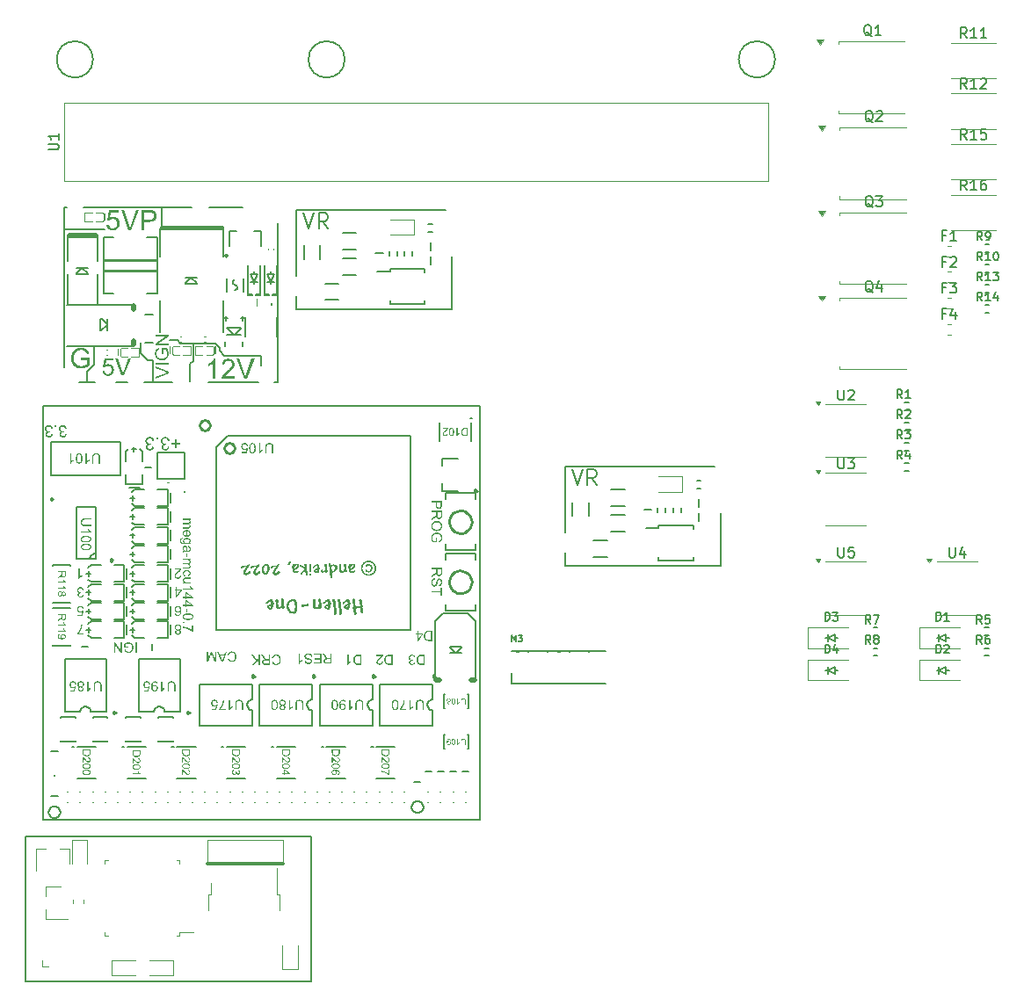
<source format=gto>
G75*
G70*
%OFA0B0*%
%FSLAX25Y25*%
%IPPOS*%
%LPD*%
%AMOC8*
5,1,8,0,0,1.08239X$1,22.5*
%
%ADD120C,0.01000*%
%ADD121C,0.00300*%
%ADD49C,0.00669*%
%ADD50C,0.00591*%
%ADD51C,0.00800*%
%ADD52C,0.00472*%
%ADD53C,0.00787*%
%ADD54C,0.00394*%
%ADD59C,0.00984*%
%ADD61C,0.01968*%
%ADD88C,0.01575*%
%ADD89C,0.01181*%
X0000000Y0000000D02*
%LPD*%
G01*
D49*
X0366048Y0273543D02*
X0364971Y0275080D01*
X0364203Y0273543D02*
X0364203Y0276772D01*
X0364203Y0276772D02*
X0365433Y0276772D01*
X0365433Y0276772D02*
X0365740Y0276618D01*
X0365740Y0276618D02*
X0365894Y0276464D01*
X0365894Y0276464D02*
X0366048Y0276157D01*
X0366048Y0276157D02*
X0366048Y0275695D01*
X0366048Y0275695D02*
X0365894Y0275388D01*
X0365894Y0275388D02*
X0365740Y0275234D01*
X0365740Y0275234D02*
X0365433Y0275080D01*
X0365433Y0275080D02*
X0364203Y0275080D01*
X0369122Y0273543D02*
X0367277Y0273543D01*
X0368200Y0273543D02*
X0368200Y0276772D01*
X0368200Y0276772D02*
X0367892Y0276310D01*
X0367892Y0276310D02*
X0367585Y0276003D01*
X0367585Y0276003D02*
X0367277Y0275849D01*
X0370198Y0276772D02*
X0372197Y0276772D01*
X0372197Y0276772D02*
X0371121Y0275542D01*
X0371121Y0275542D02*
X0371582Y0275542D01*
X0371582Y0275542D02*
X0371889Y0275388D01*
X0371889Y0275388D02*
X0372043Y0275234D01*
X0372043Y0275234D02*
X0372197Y0274927D01*
X0372197Y0274927D02*
X0372197Y0274158D01*
X0372197Y0274158D02*
X0372043Y0273851D01*
X0372043Y0273851D02*
X0371889Y0273697D01*
X0371889Y0273697D02*
X0371582Y0273543D01*
X0371582Y0273543D02*
X0370660Y0273543D01*
X0370660Y0273543D02*
X0370352Y0273697D01*
X0370352Y0273697D02*
X0370198Y0273851D01*
D50*
X0360150Y0365637D02*
X0358838Y0367512D01*
X0357900Y0365637D02*
X0357900Y0369574D01*
X0357900Y0369574D02*
X0359400Y0369574D01*
X0359400Y0369574D02*
X0359775Y0369387D01*
X0359775Y0369387D02*
X0359963Y0369199D01*
X0359963Y0369199D02*
X0360150Y0368824D01*
X0360150Y0368824D02*
X0360150Y0368262D01*
X0360150Y0368262D02*
X0359963Y0367887D01*
X0359963Y0367887D02*
X0359775Y0367699D01*
X0359775Y0367699D02*
X0359400Y0367512D01*
X0359400Y0367512D02*
X0357900Y0367512D01*
X0363900Y0365637D02*
X0361650Y0365637D01*
X0362775Y0365637D02*
X0362775Y0369574D01*
X0362775Y0369574D02*
X0362400Y0369012D01*
X0362400Y0369012D02*
X0362025Y0368637D01*
X0362025Y0368637D02*
X0361650Y0368449D01*
X0367649Y0365637D02*
X0365400Y0365637D01*
X0366524Y0365637D02*
X0366524Y0369574D01*
X0366524Y0369574D02*
X0366149Y0369012D01*
X0366149Y0369012D02*
X0365774Y0368637D01*
X0365774Y0368637D02*
X0365400Y0368449D01*
D49*
X0348586Y0144493D02*
X0348586Y0147721D01*
X0348586Y0147721D02*
X0349354Y0147721D01*
X0349354Y0147721D02*
X0349816Y0147567D01*
X0349816Y0147567D02*
X0350123Y0147260D01*
X0350123Y0147260D02*
X0350277Y0146952D01*
X0350277Y0146952D02*
X0350430Y0146337D01*
X0350430Y0146337D02*
X0350430Y0145876D01*
X0350430Y0145876D02*
X0350277Y0145261D01*
X0350277Y0145261D02*
X0350123Y0144954D01*
X0350123Y0144954D02*
X0349816Y0144646D01*
X0349816Y0144646D02*
X0349354Y0144493D01*
X0349354Y0144493D02*
X0348586Y0144493D01*
X0353505Y0144493D02*
X0351660Y0144493D01*
X0352583Y0144493D02*
X0352583Y0147721D01*
X0352583Y0147721D02*
X0352275Y0147260D01*
X0352275Y0147260D02*
X0351968Y0146952D01*
X0351968Y0146952D02*
X0351660Y0146799D01*
D50*
X0311374Y0172448D02*
X0311374Y0169261D01*
X0311374Y0169261D02*
X0311562Y0168886D01*
X0311562Y0168886D02*
X0311749Y0168699D01*
X0311749Y0168699D02*
X0312124Y0168511D01*
X0312124Y0168511D02*
X0312874Y0168511D01*
X0312874Y0168511D02*
X0313249Y0168699D01*
X0313249Y0168699D02*
X0313437Y0168886D01*
X0313437Y0168886D02*
X0313624Y0169261D01*
X0313624Y0169261D02*
X0313624Y0172448D01*
X0317374Y0172448D02*
X0315499Y0172448D01*
X0315499Y0172448D02*
X0315311Y0170573D01*
X0315311Y0170573D02*
X0315499Y0170761D01*
X0315499Y0170761D02*
X0315874Y0170948D01*
X0315874Y0170948D02*
X0316811Y0170948D01*
X0316811Y0170948D02*
X0317186Y0170761D01*
X0317186Y0170761D02*
X0317374Y0170573D01*
X0317374Y0170573D02*
X0317561Y0170198D01*
X0317561Y0170198D02*
X0317561Y0169261D01*
X0317561Y0169261D02*
X0317374Y0168886D01*
X0317374Y0168886D02*
X0317186Y0168699D01*
X0317186Y0168699D02*
X0316811Y0168511D01*
X0316811Y0168511D02*
X0315874Y0168511D01*
X0315874Y0168511D02*
X0315499Y0168699D01*
X0315499Y0168699D02*
X0315311Y0168886D01*
X0352156Y0280810D02*
X0350844Y0280810D01*
X0350844Y0278747D02*
X0350844Y0282684D01*
X0350844Y0282684D02*
X0352719Y0282684D01*
X0354031Y0282309D02*
X0354218Y0282497D01*
X0354218Y0282497D02*
X0354593Y0282684D01*
X0354593Y0282684D02*
X0355531Y0282684D01*
X0355531Y0282684D02*
X0355906Y0282497D01*
X0355906Y0282497D02*
X0356093Y0282309D01*
X0356093Y0282309D02*
X0356281Y0281934D01*
X0356281Y0281934D02*
X0356281Y0281559D01*
X0356281Y0281559D02*
X0356093Y0280997D01*
X0356093Y0280997D02*
X0353843Y0278747D01*
X0353843Y0278747D02*
X0356281Y0278747D01*
X0360150Y0327133D02*
X0358838Y0329008D01*
X0357900Y0327133D02*
X0357900Y0331070D01*
X0357900Y0331070D02*
X0359400Y0331070D01*
X0359400Y0331070D02*
X0359775Y0330883D01*
X0359775Y0330883D02*
X0359963Y0330695D01*
X0359963Y0330695D02*
X0360150Y0330320D01*
X0360150Y0330320D02*
X0360150Y0329758D01*
X0360150Y0329758D02*
X0359963Y0329383D01*
X0359963Y0329383D02*
X0359775Y0329195D01*
X0359775Y0329195D02*
X0359400Y0329008D01*
X0359400Y0329008D02*
X0357900Y0329008D01*
X0363900Y0327133D02*
X0361650Y0327133D01*
X0362775Y0327133D02*
X0362775Y0331070D01*
X0362775Y0331070D02*
X0362400Y0330508D01*
X0362400Y0330508D02*
X0362025Y0330133D01*
X0362025Y0330133D02*
X0361650Y0329945D01*
X0367462Y0331070D02*
X0365587Y0331070D01*
X0365587Y0331070D02*
X0365400Y0329195D01*
X0365400Y0329195D02*
X0365587Y0329383D01*
X0365587Y0329383D02*
X0365962Y0329570D01*
X0365962Y0329570D02*
X0366899Y0329570D01*
X0366899Y0329570D02*
X0367274Y0329383D01*
X0367274Y0329383D02*
X0367462Y0329195D01*
X0367462Y0329195D02*
X0367649Y0328820D01*
X0367649Y0328820D02*
X0367649Y0327883D01*
X0367649Y0327883D02*
X0367462Y0327508D01*
X0367462Y0327508D02*
X0367274Y0327321D01*
X0367274Y0327321D02*
X0366899Y0327133D01*
X0366899Y0327133D02*
X0365962Y0327133D01*
X0365962Y0327133D02*
X0365587Y0327321D01*
X0365587Y0327321D02*
X0365400Y0327508D01*
X0187668Y0136658D02*
X0187668Y0139020D01*
X0187668Y0139020D02*
X0188456Y0137333D01*
X0188456Y0137333D02*
X0189243Y0139020D01*
X0189243Y0139020D02*
X0189243Y0136658D01*
X0190143Y0139020D02*
X0191605Y0139020D01*
X0191605Y0139020D02*
X0190818Y0138120D01*
X0190818Y0138120D02*
X0191155Y0138120D01*
X0191155Y0138120D02*
X0191380Y0138008D01*
X0191380Y0138008D02*
X0191493Y0137895D01*
X0191493Y0137895D02*
X0191605Y0137670D01*
X0191605Y0137670D02*
X0191605Y0137108D01*
X0191605Y0137108D02*
X0191493Y0136883D01*
X0191493Y0136883D02*
X0191380Y0136770D01*
X0191380Y0136770D02*
X0191155Y0136658D01*
X0191155Y0136658D02*
X0190480Y0136658D01*
X0190480Y0136658D02*
X0190255Y0136770D01*
X0190255Y0136770D02*
X0190143Y0136883D01*
X0011932Y0323188D02*
X0015119Y0323188D01*
X0015119Y0323188D02*
X0015494Y0323375D01*
X0015494Y0323375D02*
X0015682Y0323563D01*
X0015682Y0323563D02*
X0015869Y0323938D01*
X0015869Y0323938D02*
X0015869Y0324688D01*
X0015869Y0324688D02*
X0015682Y0325063D01*
X0015682Y0325063D02*
X0015494Y0325250D01*
X0015494Y0325250D02*
X0015119Y0325438D01*
X0015119Y0325438D02*
X0011932Y0325438D01*
X0015869Y0329375D02*
X0015869Y0327125D01*
X0015869Y0328250D02*
X0011932Y0328250D01*
X0011932Y0328250D02*
X0012495Y0327875D01*
X0012495Y0327875D02*
X0012870Y0327500D01*
X0012870Y0327500D02*
X0013057Y0327125D01*
X0324590Y0333609D02*
X0324215Y0333796D01*
X0324215Y0333796D02*
X0323840Y0334171D01*
X0323840Y0334171D02*
X0323277Y0334733D01*
X0323277Y0334733D02*
X0322902Y0334921D01*
X0322902Y0334921D02*
X0322527Y0334921D01*
X0322715Y0333984D02*
X0322340Y0334171D01*
X0322340Y0334171D02*
X0321965Y0334546D01*
X0321965Y0334546D02*
X0321777Y0335296D01*
X0321777Y0335296D02*
X0321777Y0336608D01*
X0321777Y0336608D02*
X0321965Y0337358D01*
X0321965Y0337358D02*
X0322340Y0337733D01*
X0322340Y0337733D02*
X0322715Y0337921D01*
X0322715Y0337921D02*
X0323465Y0337921D01*
X0323465Y0337921D02*
X0323840Y0337733D01*
X0323840Y0337733D02*
X0324215Y0337358D01*
X0324215Y0337358D02*
X0324402Y0336608D01*
X0324402Y0336608D02*
X0324402Y0335296D01*
X0324402Y0335296D02*
X0324215Y0334546D01*
X0324215Y0334546D02*
X0323840Y0334171D01*
X0323840Y0334171D02*
X0323465Y0333984D01*
X0323465Y0333984D02*
X0322715Y0333984D01*
X0325902Y0337546D02*
X0326089Y0337733D01*
X0326089Y0337733D02*
X0326464Y0337921D01*
X0326464Y0337921D02*
X0327402Y0337921D01*
X0327402Y0337921D02*
X0327777Y0337733D01*
X0327777Y0337733D02*
X0327964Y0337546D01*
X0327964Y0337546D02*
X0328152Y0337171D01*
X0328152Y0337171D02*
X0328152Y0336796D01*
X0328152Y0336796D02*
X0327964Y0336233D01*
X0327964Y0336233D02*
X0325714Y0333984D01*
X0325714Y0333984D02*
X0328152Y0333984D01*
D49*
X0365890Y0143378D02*
X0364814Y0144916D01*
X0364045Y0143378D02*
X0364045Y0146607D01*
X0364045Y0146607D02*
X0365275Y0146607D01*
X0365275Y0146607D02*
X0365583Y0146453D01*
X0365583Y0146453D02*
X0365736Y0146299D01*
X0365736Y0146299D02*
X0365890Y0145992D01*
X0365890Y0145992D02*
X0365890Y0145530D01*
X0365890Y0145530D02*
X0365736Y0145223D01*
X0365736Y0145223D02*
X0365583Y0145069D01*
X0365583Y0145069D02*
X0365275Y0144916D01*
X0365275Y0144916D02*
X0364045Y0144916D01*
X0368811Y0146607D02*
X0367274Y0146607D01*
X0367274Y0146607D02*
X0367120Y0145069D01*
X0367120Y0145069D02*
X0367274Y0145223D01*
X0367274Y0145223D02*
X0367581Y0145377D01*
X0367581Y0145377D02*
X0368350Y0145377D01*
X0368350Y0145377D02*
X0368657Y0145223D01*
X0368657Y0145223D02*
X0368811Y0145069D01*
X0368811Y0145069D02*
X0368965Y0144762D01*
X0368965Y0144762D02*
X0368965Y0143993D01*
X0368965Y0143993D02*
X0368811Y0143686D01*
X0368811Y0143686D02*
X0368657Y0143532D01*
X0368657Y0143532D02*
X0368350Y0143378D01*
X0368350Y0143378D02*
X0367581Y0143378D01*
X0367581Y0143378D02*
X0367274Y0143532D01*
X0367274Y0143532D02*
X0367120Y0143686D01*
X0335693Y0221295D02*
X0334617Y0222833D01*
X0333849Y0221295D02*
X0333849Y0224524D01*
X0333849Y0224524D02*
X0335078Y0224524D01*
X0335078Y0224524D02*
X0335386Y0224370D01*
X0335386Y0224370D02*
X0335540Y0224216D01*
X0335540Y0224216D02*
X0335693Y0223909D01*
X0335693Y0223909D02*
X0335693Y0223448D01*
X0335693Y0223448D02*
X0335540Y0223140D01*
X0335540Y0223140D02*
X0335386Y0222986D01*
X0335386Y0222986D02*
X0335078Y0222833D01*
X0335078Y0222833D02*
X0333849Y0222833D01*
X0336923Y0224216D02*
X0337077Y0224370D01*
X0337077Y0224370D02*
X0337384Y0224524D01*
X0337384Y0224524D02*
X0338153Y0224524D01*
X0338153Y0224524D02*
X0338460Y0224370D01*
X0338460Y0224370D02*
X0338614Y0224216D01*
X0338614Y0224216D02*
X0338768Y0223909D01*
X0338768Y0223909D02*
X0338768Y0223601D01*
X0338768Y0223601D02*
X0338614Y0223140D01*
X0338614Y0223140D02*
X0336769Y0221295D01*
X0336769Y0221295D02*
X0338768Y0221295D01*
X0335693Y0228969D02*
X0334617Y0230506D01*
X0333849Y0228969D02*
X0333849Y0232197D01*
X0333849Y0232197D02*
X0335078Y0232197D01*
X0335078Y0232197D02*
X0335386Y0232043D01*
X0335386Y0232043D02*
X0335540Y0231890D01*
X0335540Y0231890D02*
X0335693Y0231582D01*
X0335693Y0231582D02*
X0335693Y0231121D01*
X0335693Y0231121D02*
X0335540Y0230814D01*
X0335540Y0230814D02*
X0335386Y0230660D01*
X0335386Y0230660D02*
X0335078Y0230506D01*
X0335078Y0230506D02*
X0333849Y0230506D01*
X0338768Y0228969D02*
X0336923Y0228969D01*
X0337846Y0228969D02*
X0337846Y0232197D01*
X0337846Y0232197D02*
X0337538Y0231736D01*
X0337538Y0231736D02*
X0337231Y0231428D01*
X0337231Y0231428D02*
X0336923Y0231275D01*
X0348586Y0132209D02*
X0348586Y0135438D01*
X0348586Y0135438D02*
X0349354Y0135438D01*
X0349354Y0135438D02*
X0349816Y0135284D01*
X0349816Y0135284D02*
X0350123Y0134976D01*
X0350123Y0134976D02*
X0350277Y0134669D01*
X0350277Y0134669D02*
X0350430Y0134054D01*
X0350430Y0134054D02*
X0350430Y0133593D01*
X0350430Y0133593D02*
X0350277Y0132978D01*
X0350277Y0132978D02*
X0350123Y0132670D01*
X0350123Y0132670D02*
X0349816Y0132363D01*
X0349816Y0132363D02*
X0349354Y0132209D01*
X0349354Y0132209D02*
X0348586Y0132209D01*
X0351660Y0135130D02*
X0351814Y0135284D01*
X0351814Y0135284D02*
X0352121Y0135438D01*
X0352121Y0135438D02*
X0352890Y0135438D01*
X0352890Y0135438D02*
X0353198Y0135284D01*
X0353198Y0135284D02*
X0353351Y0135130D01*
X0353351Y0135130D02*
X0353505Y0134823D01*
X0353505Y0134823D02*
X0353505Y0134515D01*
X0353505Y0134515D02*
X0353351Y0134054D01*
X0353351Y0134054D02*
X0351507Y0132209D01*
X0351507Y0132209D02*
X0353505Y0132209D01*
D50*
X0360150Y0307881D02*
X0358838Y0309756D01*
X0357900Y0307881D02*
X0357900Y0311818D01*
X0357900Y0311818D02*
X0359400Y0311818D01*
X0359400Y0311818D02*
X0359775Y0311631D01*
X0359775Y0311631D02*
X0359963Y0311443D01*
X0359963Y0311443D02*
X0360150Y0311068D01*
X0360150Y0311068D02*
X0360150Y0310506D01*
X0360150Y0310506D02*
X0359963Y0310131D01*
X0359963Y0310131D02*
X0359775Y0309943D01*
X0359775Y0309943D02*
X0359400Y0309756D01*
X0359400Y0309756D02*
X0357900Y0309756D01*
X0363900Y0307881D02*
X0361650Y0307881D01*
X0362775Y0307881D02*
X0362775Y0311818D01*
X0362775Y0311818D02*
X0362400Y0311256D01*
X0362400Y0311256D02*
X0362025Y0310881D01*
X0362025Y0310881D02*
X0361650Y0310693D01*
X0367274Y0311818D02*
X0366524Y0311818D01*
X0366524Y0311818D02*
X0366149Y0311631D01*
X0366149Y0311631D02*
X0365962Y0311443D01*
X0365962Y0311443D02*
X0365587Y0310881D01*
X0365587Y0310881D02*
X0365400Y0310131D01*
X0365400Y0310131D02*
X0365400Y0308631D01*
X0365400Y0308631D02*
X0365587Y0308256D01*
X0365587Y0308256D02*
X0365774Y0308069D01*
X0365774Y0308069D02*
X0366149Y0307881D01*
X0366149Y0307881D02*
X0366899Y0307881D01*
X0366899Y0307881D02*
X0367274Y0308069D01*
X0367274Y0308069D02*
X0367462Y0308256D01*
X0367462Y0308256D02*
X0367649Y0308631D01*
X0367649Y0308631D02*
X0367649Y0309568D01*
X0367649Y0309568D02*
X0367462Y0309943D01*
X0367462Y0309943D02*
X0367274Y0310131D01*
X0367274Y0310131D02*
X0366899Y0310318D01*
X0366899Y0310318D02*
X0366149Y0310318D01*
X0366149Y0310318D02*
X0365774Y0310131D01*
X0365774Y0310131D02*
X0365587Y0309943D01*
X0365587Y0309943D02*
X0365400Y0309568D01*
D49*
X0335693Y0213622D02*
X0334617Y0215159D01*
X0333849Y0213622D02*
X0333849Y0216850D01*
X0333849Y0216850D02*
X0335078Y0216850D01*
X0335078Y0216850D02*
X0335386Y0216697D01*
X0335386Y0216697D02*
X0335540Y0216543D01*
X0335540Y0216543D02*
X0335693Y0216235D01*
X0335693Y0216235D02*
X0335693Y0215774D01*
X0335693Y0215774D02*
X0335540Y0215467D01*
X0335540Y0215467D02*
X0335386Y0215313D01*
X0335386Y0215313D02*
X0335078Y0215159D01*
X0335078Y0215159D02*
X0333849Y0215159D01*
X0336769Y0216850D02*
X0338768Y0216850D01*
X0338768Y0216850D02*
X0337692Y0215620D01*
X0337692Y0215620D02*
X0338153Y0215620D01*
X0338153Y0215620D02*
X0338460Y0215467D01*
X0338460Y0215467D02*
X0338614Y0215313D01*
X0338614Y0215313D02*
X0338768Y0215006D01*
X0338768Y0215006D02*
X0338768Y0214237D01*
X0338768Y0214237D02*
X0338614Y0213929D01*
X0338614Y0213929D02*
X0338460Y0213776D01*
X0338460Y0213776D02*
X0338153Y0213622D01*
X0338153Y0213622D02*
X0337231Y0213622D01*
X0337231Y0213622D02*
X0336923Y0213776D01*
X0336923Y0213776D02*
X0336769Y0213929D01*
X0323725Y0135705D02*
X0322649Y0137242D01*
X0321880Y0135705D02*
X0321880Y0138933D01*
X0321880Y0138933D02*
X0323110Y0138933D01*
X0323110Y0138933D02*
X0323417Y0138779D01*
X0323417Y0138779D02*
X0323571Y0138626D01*
X0323571Y0138626D02*
X0323725Y0138318D01*
X0323725Y0138318D02*
X0323725Y0137857D01*
X0323725Y0137857D02*
X0323571Y0137550D01*
X0323571Y0137550D02*
X0323417Y0137396D01*
X0323417Y0137396D02*
X0323110Y0137242D01*
X0323110Y0137242D02*
X0321880Y0137242D01*
X0325570Y0137550D02*
X0325262Y0137703D01*
X0325262Y0137703D02*
X0325108Y0137857D01*
X0325108Y0137857D02*
X0324955Y0138164D01*
X0324955Y0138164D02*
X0324955Y0138318D01*
X0324955Y0138318D02*
X0325108Y0138626D01*
X0325108Y0138626D02*
X0325262Y0138779D01*
X0325262Y0138779D02*
X0325570Y0138933D01*
X0325570Y0138933D02*
X0326184Y0138933D01*
X0326184Y0138933D02*
X0326492Y0138779D01*
X0326492Y0138779D02*
X0326646Y0138626D01*
X0326646Y0138626D02*
X0326799Y0138318D01*
X0326799Y0138318D02*
X0326799Y0138164D01*
X0326799Y0138164D02*
X0326646Y0137857D01*
X0326646Y0137857D02*
X0326492Y0137703D01*
X0326492Y0137703D02*
X0326184Y0137550D01*
X0326184Y0137550D02*
X0325570Y0137550D01*
X0325570Y0137550D02*
X0325262Y0137396D01*
X0325262Y0137396D02*
X0325108Y0137242D01*
X0325108Y0137242D02*
X0324955Y0136935D01*
X0324955Y0136935D02*
X0324955Y0136320D01*
X0324955Y0136320D02*
X0325108Y0136012D01*
X0325108Y0136012D02*
X0325262Y0135859D01*
X0325262Y0135859D02*
X0325570Y0135705D01*
X0325570Y0135705D02*
X0326184Y0135705D01*
X0326184Y0135705D02*
X0326492Y0135859D01*
X0326492Y0135859D02*
X0326646Y0136012D01*
X0326646Y0136012D02*
X0326799Y0136320D01*
X0326799Y0136320D02*
X0326799Y0136935D01*
X0326799Y0136935D02*
X0326646Y0137242D01*
X0326646Y0137242D02*
X0326492Y0137396D01*
X0326492Y0137396D02*
X0326184Y0137550D01*
D50*
X0324590Y0301345D02*
X0324215Y0301532D01*
X0324215Y0301532D02*
X0323840Y0301907D01*
X0323840Y0301907D02*
X0323277Y0302470D01*
X0323277Y0302470D02*
X0322902Y0302657D01*
X0322902Y0302657D02*
X0322527Y0302657D01*
X0322715Y0301720D02*
X0322340Y0301907D01*
X0322340Y0301907D02*
X0321965Y0302282D01*
X0321965Y0302282D02*
X0321777Y0303032D01*
X0321777Y0303032D02*
X0321777Y0304344D01*
X0321777Y0304344D02*
X0321965Y0305094D01*
X0321965Y0305094D02*
X0322340Y0305469D01*
X0322340Y0305469D02*
X0322715Y0305657D01*
X0322715Y0305657D02*
X0323465Y0305657D01*
X0323465Y0305657D02*
X0323840Y0305469D01*
X0323840Y0305469D02*
X0324215Y0305094D01*
X0324215Y0305094D02*
X0324402Y0304344D01*
X0324402Y0304344D02*
X0324402Y0303032D01*
X0324402Y0303032D02*
X0324215Y0302282D01*
X0324215Y0302282D02*
X0323840Y0301907D01*
X0323840Y0301907D02*
X0323465Y0301720D01*
X0323465Y0301720D02*
X0322715Y0301720D01*
X0325714Y0305657D02*
X0328152Y0305657D01*
X0328152Y0305657D02*
X0326839Y0304157D01*
X0326839Y0304157D02*
X0327402Y0304157D01*
X0327402Y0304157D02*
X0327777Y0303969D01*
X0327777Y0303969D02*
X0327964Y0303782D01*
X0327964Y0303782D02*
X0328152Y0303407D01*
X0328152Y0303407D02*
X0328152Y0302470D01*
X0328152Y0302470D02*
X0327964Y0302095D01*
X0327964Y0302095D02*
X0327777Y0301907D01*
X0327777Y0301907D02*
X0327402Y0301720D01*
X0327402Y0301720D02*
X0326277Y0301720D01*
X0326277Y0301720D02*
X0325902Y0301907D01*
X0325902Y0301907D02*
X0325714Y0302095D01*
D49*
X0365890Y0135705D02*
X0364814Y0137242D01*
X0364045Y0135705D02*
X0364045Y0138933D01*
X0364045Y0138933D02*
X0365275Y0138933D01*
X0365275Y0138933D02*
X0365583Y0138779D01*
X0365583Y0138779D02*
X0365736Y0138626D01*
X0365736Y0138626D02*
X0365890Y0138318D01*
X0365890Y0138318D02*
X0365890Y0137857D01*
X0365890Y0137857D02*
X0365736Y0137550D01*
X0365736Y0137550D02*
X0365583Y0137396D01*
X0365583Y0137396D02*
X0365275Y0137242D01*
X0365275Y0137242D02*
X0364045Y0137242D01*
X0368657Y0138933D02*
X0368042Y0138933D01*
X0368042Y0138933D02*
X0367735Y0138779D01*
X0367735Y0138779D02*
X0367581Y0138626D01*
X0367581Y0138626D02*
X0367274Y0138164D01*
X0367274Y0138164D02*
X0367120Y0137550D01*
X0367120Y0137550D02*
X0367120Y0136320D01*
X0367120Y0136320D02*
X0367274Y0136012D01*
X0367274Y0136012D02*
X0367427Y0135859D01*
X0367427Y0135859D02*
X0367735Y0135705D01*
X0367735Y0135705D02*
X0368350Y0135705D01*
X0368350Y0135705D02*
X0368657Y0135859D01*
X0368657Y0135859D02*
X0368811Y0136012D01*
X0368811Y0136012D02*
X0368965Y0136320D01*
X0368965Y0136320D02*
X0368965Y0137088D01*
X0368965Y0137088D02*
X0368811Y0137396D01*
X0368811Y0137396D02*
X0368657Y0137550D01*
X0368657Y0137550D02*
X0368350Y0137703D01*
X0368350Y0137703D02*
X0367735Y0137703D01*
X0367735Y0137703D02*
X0367427Y0137550D01*
X0367427Y0137550D02*
X0367274Y0137396D01*
X0367274Y0137396D02*
X0367120Y0137088D01*
X0323725Y0143378D02*
X0322649Y0144916D01*
X0321880Y0143378D02*
X0321880Y0146607D01*
X0321880Y0146607D02*
X0323110Y0146607D01*
X0323110Y0146607D02*
X0323417Y0146453D01*
X0323417Y0146453D02*
X0323571Y0146299D01*
X0323571Y0146299D02*
X0323725Y0145992D01*
X0323725Y0145992D02*
X0323725Y0145530D01*
X0323725Y0145530D02*
X0323571Y0145223D01*
X0323571Y0145223D02*
X0323417Y0145069D01*
X0323417Y0145069D02*
X0323110Y0144916D01*
X0323110Y0144916D02*
X0321880Y0144916D01*
X0324801Y0146607D02*
X0326953Y0146607D01*
X0326953Y0146607D02*
X0325570Y0143378D01*
X0335693Y0205949D02*
X0334617Y0207486D01*
X0333849Y0205949D02*
X0333849Y0209177D01*
X0333849Y0209177D02*
X0335078Y0209177D01*
X0335078Y0209177D02*
X0335386Y0209023D01*
X0335386Y0209023D02*
X0335540Y0208869D01*
X0335540Y0208869D02*
X0335693Y0208562D01*
X0335693Y0208562D02*
X0335693Y0208101D01*
X0335693Y0208101D02*
X0335540Y0207793D01*
X0335540Y0207793D02*
X0335386Y0207640D01*
X0335386Y0207640D02*
X0335078Y0207486D01*
X0335078Y0207486D02*
X0333849Y0207486D01*
X0338460Y0208101D02*
X0338460Y0205949D01*
X0337692Y0209331D02*
X0336923Y0207025D01*
X0336923Y0207025D02*
X0338922Y0207025D01*
X0366048Y0265870D02*
X0364971Y0267407D01*
X0364203Y0265870D02*
X0364203Y0269098D01*
X0364203Y0269098D02*
X0365433Y0269098D01*
X0365433Y0269098D02*
X0365740Y0268944D01*
X0365740Y0268944D02*
X0365894Y0268791D01*
X0365894Y0268791D02*
X0366048Y0268483D01*
X0366048Y0268483D02*
X0366048Y0268022D01*
X0366048Y0268022D02*
X0365894Y0267715D01*
X0365894Y0267715D02*
X0365740Y0267561D01*
X0365740Y0267561D02*
X0365433Y0267407D01*
X0365433Y0267407D02*
X0364203Y0267407D01*
X0369122Y0265870D02*
X0367277Y0265870D01*
X0368200Y0265870D02*
X0368200Y0269098D01*
X0368200Y0269098D02*
X0367892Y0268637D01*
X0367892Y0268637D02*
X0367585Y0268329D01*
X0367585Y0268329D02*
X0367277Y0268176D01*
X0371889Y0268022D02*
X0371889Y0265870D01*
X0371121Y0269252D02*
X0370352Y0266946D01*
X0370352Y0266946D02*
X0372351Y0266946D01*
D50*
X0324109Y0366248D02*
X0323734Y0366435D01*
X0323734Y0366435D02*
X0323359Y0366810D01*
X0323359Y0366810D02*
X0322797Y0367373D01*
X0322797Y0367373D02*
X0322422Y0367560D01*
X0322422Y0367560D02*
X0322047Y0367560D01*
X0322235Y0366623D02*
X0321860Y0366810D01*
X0321860Y0366810D02*
X0321485Y0367185D01*
X0321485Y0367185D02*
X0321297Y0367935D01*
X0321297Y0367935D02*
X0321297Y0369247D01*
X0321297Y0369247D02*
X0321485Y0369997D01*
X0321485Y0369997D02*
X0321860Y0370372D01*
X0321860Y0370372D02*
X0322235Y0370560D01*
X0322235Y0370560D02*
X0322984Y0370560D01*
X0322984Y0370560D02*
X0323359Y0370372D01*
X0323359Y0370372D02*
X0323734Y0369997D01*
X0323734Y0369997D02*
X0323922Y0369247D01*
X0323922Y0369247D02*
X0323922Y0367935D01*
X0323922Y0367935D02*
X0323734Y0367185D01*
X0323734Y0367185D02*
X0323359Y0366810D01*
X0323359Y0366810D02*
X0322984Y0366623D01*
X0322984Y0366623D02*
X0322235Y0366623D01*
X0327671Y0366623D02*
X0325422Y0366623D01*
X0326546Y0366623D02*
X0326546Y0370560D01*
X0326546Y0370560D02*
X0326172Y0369997D01*
X0326172Y0369997D02*
X0325797Y0369622D01*
X0325797Y0369622D02*
X0325422Y0369435D01*
X0311374Y0206228D02*
X0311374Y0203041D01*
X0311374Y0203041D02*
X0311562Y0202666D01*
X0311562Y0202666D02*
X0311749Y0202478D01*
X0311749Y0202478D02*
X0312124Y0202291D01*
X0312124Y0202291D02*
X0312874Y0202291D01*
X0312874Y0202291D02*
X0313249Y0202478D01*
X0313249Y0202478D02*
X0313437Y0202666D01*
X0313437Y0202666D02*
X0313624Y0203041D01*
X0313624Y0203041D02*
X0313624Y0206228D01*
X0315124Y0206228D02*
X0317561Y0206228D01*
X0317561Y0206228D02*
X0316249Y0204728D01*
X0316249Y0204728D02*
X0316811Y0204728D01*
X0316811Y0204728D02*
X0317186Y0204540D01*
X0317186Y0204540D02*
X0317374Y0204353D01*
X0317374Y0204353D02*
X0317561Y0203978D01*
X0317561Y0203978D02*
X0317561Y0203041D01*
X0317561Y0203041D02*
X0317374Y0202666D01*
X0317374Y0202666D02*
X0317186Y0202478D01*
X0317186Y0202478D02*
X0316811Y0202291D01*
X0316811Y0202291D02*
X0315686Y0202291D01*
X0315686Y0202291D02*
X0315311Y0202478D01*
X0315311Y0202478D02*
X0315124Y0202666D01*
D49*
X0366048Y0281217D02*
X0364971Y0282754D01*
X0364203Y0281217D02*
X0364203Y0284445D01*
X0364203Y0284445D02*
X0365433Y0284445D01*
X0365433Y0284445D02*
X0365740Y0284291D01*
X0365740Y0284291D02*
X0365894Y0284137D01*
X0365894Y0284137D02*
X0366048Y0283830D01*
X0366048Y0283830D02*
X0366048Y0283369D01*
X0366048Y0283369D02*
X0365894Y0283061D01*
X0365894Y0283061D02*
X0365740Y0282908D01*
X0365740Y0282908D02*
X0365433Y0282754D01*
X0365433Y0282754D02*
X0364203Y0282754D01*
X0369122Y0281217D02*
X0367277Y0281217D01*
X0368200Y0281217D02*
X0368200Y0284445D01*
X0368200Y0284445D02*
X0367892Y0283984D01*
X0367892Y0283984D02*
X0367585Y0283676D01*
X0367585Y0283676D02*
X0367277Y0283523D01*
X0371121Y0284445D02*
X0371428Y0284445D01*
X0371428Y0284445D02*
X0371736Y0284291D01*
X0371736Y0284291D02*
X0371889Y0284137D01*
X0371889Y0284137D02*
X0372043Y0283830D01*
X0372043Y0283830D02*
X0372197Y0283215D01*
X0372197Y0283215D02*
X0372197Y0282446D01*
X0372197Y0282446D02*
X0372043Y0281832D01*
X0372043Y0281832D02*
X0371889Y0281524D01*
X0371889Y0281524D02*
X0371736Y0281370D01*
X0371736Y0281370D02*
X0371428Y0281217D01*
X0371428Y0281217D02*
X0371121Y0281217D01*
X0371121Y0281217D02*
X0370813Y0281370D01*
X0370813Y0281370D02*
X0370660Y0281524D01*
X0370660Y0281524D02*
X0370506Y0281832D01*
X0370506Y0281832D02*
X0370352Y0282446D01*
X0370352Y0282446D02*
X0370352Y0283215D01*
X0370352Y0283215D02*
X0370506Y0283830D01*
X0370506Y0283830D02*
X0370660Y0284137D01*
X0370660Y0284137D02*
X0370813Y0284291D01*
X0370813Y0284291D02*
X0371121Y0284445D01*
X0366048Y0288890D02*
X0364971Y0290427D01*
X0364203Y0288890D02*
X0364203Y0292118D01*
X0364203Y0292118D02*
X0365433Y0292118D01*
X0365433Y0292118D02*
X0365740Y0291965D01*
X0365740Y0291965D02*
X0365894Y0291811D01*
X0365894Y0291811D02*
X0366048Y0291503D01*
X0366048Y0291503D02*
X0366048Y0291042D01*
X0366048Y0291042D02*
X0365894Y0290735D01*
X0365894Y0290735D02*
X0365740Y0290581D01*
X0365740Y0290581D02*
X0365433Y0290427D01*
X0365433Y0290427D02*
X0364203Y0290427D01*
X0367585Y0288890D02*
X0368200Y0288890D01*
X0368200Y0288890D02*
X0368507Y0289044D01*
X0368507Y0289044D02*
X0368661Y0289197D01*
X0368661Y0289197D02*
X0368968Y0289659D01*
X0368968Y0289659D02*
X0369122Y0290274D01*
X0369122Y0290274D02*
X0369122Y0291503D01*
X0369122Y0291503D02*
X0368968Y0291811D01*
X0368968Y0291811D02*
X0368815Y0291965D01*
X0368815Y0291965D02*
X0368507Y0292118D01*
X0368507Y0292118D02*
X0367892Y0292118D01*
X0367892Y0292118D02*
X0367585Y0291965D01*
X0367585Y0291965D02*
X0367431Y0291811D01*
X0367431Y0291811D02*
X0367277Y0291503D01*
X0367277Y0291503D02*
X0367277Y0290735D01*
X0367277Y0290735D02*
X0367431Y0290427D01*
X0367431Y0290427D02*
X0367585Y0290274D01*
X0367585Y0290274D02*
X0367892Y0290120D01*
X0367892Y0290120D02*
X0368507Y0290120D01*
X0368507Y0290120D02*
X0368815Y0290274D01*
X0368815Y0290274D02*
X0368968Y0290427D01*
X0368968Y0290427D02*
X0369122Y0290735D01*
D50*
X0352156Y0290691D02*
X0350844Y0290691D01*
X0350844Y0288629D02*
X0350844Y0292566D01*
X0350844Y0292566D02*
X0352719Y0292566D01*
X0356281Y0288629D02*
X0354031Y0288629D01*
X0355156Y0288629D02*
X0355156Y0292566D01*
X0355156Y0292566D02*
X0354781Y0292004D01*
X0354781Y0292004D02*
X0354406Y0291629D01*
X0354406Y0291629D02*
X0354031Y0291441D01*
X0360150Y0346385D02*
X0358838Y0348260D01*
X0357900Y0346385D02*
X0357900Y0350322D01*
X0357900Y0350322D02*
X0359400Y0350322D01*
X0359400Y0350322D02*
X0359775Y0350135D01*
X0359775Y0350135D02*
X0359963Y0349947D01*
X0359963Y0349947D02*
X0360150Y0349572D01*
X0360150Y0349572D02*
X0360150Y0349010D01*
X0360150Y0349010D02*
X0359963Y0348635D01*
X0359963Y0348635D02*
X0359775Y0348447D01*
X0359775Y0348447D02*
X0359400Y0348260D01*
X0359400Y0348260D02*
X0357900Y0348260D01*
X0363900Y0346385D02*
X0361650Y0346385D01*
X0362775Y0346385D02*
X0362775Y0350322D01*
X0362775Y0350322D02*
X0362400Y0349760D01*
X0362400Y0349760D02*
X0362025Y0349385D01*
X0362025Y0349385D02*
X0361650Y0349197D01*
X0365400Y0349947D02*
X0365587Y0350135D01*
X0365587Y0350135D02*
X0365962Y0350322D01*
X0365962Y0350322D02*
X0366899Y0350322D01*
X0366899Y0350322D02*
X0367274Y0350135D01*
X0367274Y0350135D02*
X0367462Y0349947D01*
X0367462Y0349947D02*
X0367649Y0349572D01*
X0367649Y0349572D02*
X0367649Y0349197D01*
X0367649Y0349197D02*
X0367462Y0348635D01*
X0367462Y0348635D02*
X0365212Y0346385D01*
X0365212Y0346385D02*
X0367649Y0346385D01*
X0353540Y0172448D02*
X0353540Y0169261D01*
X0353540Y0169261D02*
X0353727Y0168886D01*
X0353727Y0168886D02*
X0353915Y0168699D01*
X0353915Y0168699D02*
X0354290Y0168511D01*
X0354290Y0168511D02*
X0355040Y0168511D01*
X0355040Y0168511D02*
X0355415Y0168699D01*
X0355415Y0168699D02*
X0355602Y0168886D01*
X0355602Y0168886D02*
X0355789Y0169261D01*
X0355789Y0169261D02*
X0355789Y0172448D01*
X0359352Y0171136D02*
X0359352Y0168511D01*
X0358414Y0172636D02*
X0357477Y0169823D01*
X0357477Y0169823D02*
X0359914Y0169823D01*
D49*
X0306420Y0144493D02*
X0306420Y0147721D01*
X0306420Y0147721D02*
X0307189Y0147721D01*
X0307189Y0147721D02*
X0307650Y0147567D01*
X0307650Y0147567D02*
X0307958Y0147260D01*
X0307958Y0147260D02*
X0308111Y0146952D01*
X0308111Y0146952D02*
X0308265Y0146337D01*
X0308265Y0146337D02*
X0308265Y0145876D01*
X0308265Y0145876D02*
X0308111Y0145261D01*
X0308111Y0145261D02*
X0307958Y0144954D01*
X0307958Y0144954D02*
X0307650Y0144646D01*
X0307650Y0144646D02*
X0307189Y0144493D01*
X0307189Y0144493D02*
X0306420Y0144493D01*
X0309341Y0147721D02*
X0311340Y0147721D01*
X0311340Y0147721D02*
X0310264Y0146491D01*
X0310264Y0146491D02*
X0310725Y0146491D01*
X0310725Y0146491D02*
X0311032Y0146337D01*
X0311032Y0146337D02*
X0311186Y0146184D01*
X0311186Y0146184D02*
X0311340Y0145876D01*
X0311340Y0145876D02*
X0311340Y0145108D01*
X0311340Y0145108D02*
X0311186Y0144800D01*
X0311186Y0144800D02*
X0311032Y0144646D01*
X0311032Y0144646D02*
X0310725Y0144493D01*
X0310725Y0144493D02*
X0309802Y0144493D01*
X0309802Y0144493D02*
X0309495Y0144646D01*
X0309495Y0144646D02*
X0309341Y0144800D01*
X0306420Y0132209D02*
X0306420Y0135438D01*
X0306420Y0135438D02*
X0307189Y0135438D01*
X0307189Y0135438D02*
X0307650Y0135284D01*
X0307650Y0135284D02*
X0307958Y0134976D01*
X0307958Y0134976D02*
X0308111Y0134669D01*
X0308111Y0134669D02*
X0308265Y0134054D01*
X0308265Y0134054D02*
X0308265Y0133593D01*
X0308265Y0133593D02*
X0308111Y0132978D01*
X0308111Y0132978D02*
X0307958Y0132670D01*
X0307958Y0132670D02*
X0307650Y0132363D01*
X0307650Y0132363D02*
X0307189Y0132209D01*
X0307189Y0132209D02*
X0306420Y0132209D01*
X0311032Y0134361D02*
X0311032Y0132209D01*
X0310264Y0135591D02*
X0309495Y0133285D01*
X0309495Y0133285D02*
X0311493Y0133285D01*
D50*
X0352156Y0261046D02*
X0350844Y0261046D01*
X0350844Y0258984D02*
X0350844Y0262921D01*
X0350844Y0262921D02*
X0352719Y0262921D01*
X0355906Y0261608D02*
X0355906Y0258984D01*
X0354968Y0263108D02*
X0354031Y0260296D01*
X0354031Y0260296D02*
X0356468Y0260296D01*
X0352156Y0270928D02*
X0350844Y0270928D01*
X0350844Y0268865D02*
X0350844Y0272802D01*
X0350844Y0272802D02*
X0352719Y0272802D01*
X0353843Y0272802D02*
X0356281Y0272802D01*
X0356281Y0272802D02*
X0354968Y0271303D01*
X0354968Y0271303D02*
X0355531Y0271303D01*
X0355531Y0271303D02*
X0355906Y0271115D01*
X0355906Y0271115D02*
X0356093Y0270928D01*
X0356093Y0270928D02*
X0356281Y0270553D01*
X0356281Y0270553D02*
X0356281Y0269615D01*
X0356281Y0269615D02*
X0356093Y0269240D01*
X0356093Y0269240D02*
X0355906Y0269053D01*
X0355906Y0269053D02*
X0355531Y0268865D01*
X0355531Y0268865D02*
X0354406Y0268865D01*
X0354406Y0268865D02*
X0354031Y0269053D01*
X0354031Y0269053D02*
X0353843Y0269240D01*
X0311374Y0232133D02*
X0311374Y0228946D01*
X0311374Y0228946D02*
X0311562Y0228571D01*
X0311562Y0228571D02*
X0311749Y0228384D01*
X0311749Y0228384D02*
X0312124Y0228196D01*
X0312124Y0228196D02*
X0312874Y0228196D01*
X0312874Y0228196D02*
X0313249Y0228384D01*
X0313249Y0228384D02*
X0313437Y0228571D01*
X0313437Y0228571D02*
X0313624Y0228946D01*
X0313624Y0228946D02*
X0313624Y0232133D01*
X0315311Y0231758D02*
X0315499Y0231946D01*
X0315499Y0231946D02*
X0315874Y0232133D01*
X0315874Y0232133D02*
X0316811Y0232133D01*
X0316811Y0232133D02*
X0317186Y0231946D01*
X0317186Y0231946D02*
X0317374Y0231758D01*
X0317374Y0231758D02*
X0317561Y0231383D01*
X0317561Y0231383D02*
X0317561Y0231008D01*
X0317561Y0231008D02*
X0317374Y0230446D01*
X0317374Y0230446D02*
X0315124Y0228196D01*
X0315124Y0228196D02*
X0317561Y0228196D01*
X0324590Y0269081D02*
X0324215Y0269269D01*
X0324215Y0269269D02*
X0323840Y0269643D01*
X0323840Y0269643D02*
X0323277Y0270206D01*
X0323277Y0270206D02*
X0322902Y0270393D01*
X0322902Y0270393D02*
X0322527Y0270393D01*
X0322715Y0269456D02*
X0322340Y0269643D01*
X0322340Y0269643D02*
X0321965Y0270018D01*
X0321965Y0270018D02*
X0321777Y0270768D01*
X0321777Y0270768D02*
X0321777Y0272081D01*
X0321777Y0272081D02*
X0321965Y0272831D01*
X0321965Y0272831D02*
X0322340Y0273206D01*
X0322340Y0273206D02*
X0322715Y0273393D01*
X0322715Y0273393D02*
X0323465Y0273393D01*
X0323465Y0273393D02*
X0323840Y0273206D01*
X0323840Y0273206D02*
X0324215Y0272831D01*
X0324215Y0272831D02*
X0324402Y0272081D01*
X0324402Y0272081D02*
X0324402Y0270768D01*
X0324402Y0270768D02*
X0324215Y0270018D01*
X0324215Y0270018D02*
X0323840Y0269643D01*
X0323840Y0269643D02*
X0323465Y0269456D01*
X0323465Y0269456D02*
X0322715Y0269456D01*
X0327777Y0272081D02*
X0327777Y0269456D01*
X0326839Y0273580D02*
X0325902Y0270768D01*
X0325902Y0270768D02*
X0328339Y0270768D01*
D51*
X0367067Y0269079D02*
X0368642Y0269079D01*
X0367071Y0272016D02*
X0368646Y0272016D01*
D52*
X0354110Y0363845D02*
X0371252Y0363845D01*
X0354110Y0350380D02*
X0371252Y0350380D01*
X0342110Y0142014D02*
X0342110Y0134140D01*
X0342110Y0142014D02*
X0357465Y0142014D01*
X0342110Y0134140D02*
X0357465Y0134140D01*
D49*
X0348803Y0138077D02*
X0349591Y0138077D01*
X0349591Y0138077D02*
X0352346Y0139455D01*
X0349591Y0138077D02*
X0352346Y0136699D01*
X0349591Y0136699D02*
X0349591Y0139455D01*
X0352346Y0138077D02*
X0353528Y0138077D01*
X0352346Y0136699D02*
X0352346Y0139455D01*
D52*
X0314374Y0166995D02*
X0306697Y0166995D01*
X0314374Y0166995D02*
X0322051Y0166995D01*
X0314374Y0146837D02*
X0306697Y0146837D01*
X0314374Y0146837D02*
X0322051Y0146837D01*
X0303744Y0166621D02*
X0302799Y0167920D01*
X0304689Y0167920D01*
X0303744Y0166621D01*
G36*
X0303744Y0166621D02*
G01*
X0302799Y0167920D01*
X0304689Y0167920D01*
X0303744Y0166621D01*
G37*
X0352828Y0276916D02*
X0354109Y0276916D01*
X0352828Y0272900D02*
X0354109Y0272900D01*
X0354110Y0325341D02*
X0371252Y0325341D01*
X0354110Y0311877D02*
X0371252Y0311877D01*
D53*
X0187504Y0133038D02*
X0223331Y0133038D01*
X0187504Y0120833D02*
X0187504Y0124770D01*
X0187504Y0120833D02*
X0223331Y0120833D01*
D52*
X0018016Y0340951D02*
X0018016Y0321266D01*
X0018016Y0321266D02*
X0018016Y0311424D01*
X0018016Y0311424D02*
X0284945Y0311424D01*
D54*
X0284945Y0340951D02*
X0018016Y0340951D01*
D52*
X0284945Y0311424D02*
X0284945Y0340951D01*
D53*
X0028843Y0357487D02*
G75*
G02*
X0015063Y0357487I-006890J0000000D01*
G01*
X0015063Y0357487D02*
G75*
G02*
X0028843Y0357487I0006890J0000000D01*
G01*
X0124315Y0357487D02*
G75*
G02*
X0110535Y0357487I-006890J0000000D01*
G01*
X0110535Y0357487D02*
G75*
G02*
X0124315Y0357487I0006890J0000000D01*
G01*
X0287504Y0357487D02*
G75*
G02*
X0273724Y0357487I-006890J0000000D01*
G01*
X0273724Y0357487D02*
G75*
G02*
X0287504Y0357487I0006890J0000000D01*
G01*
D52*
X0311933Y0331640D02*
X0311933Y0330577D01*
X0311933Y0304475D02*
X0311933Y0305538D01*
X0337209Y0331640D02*
X0311933Y0331640D01*
X0337209Y0304475D02*
X0311933Y0304475D01*
X0305122Y0330420D02*
X0303783Y0332270D01*
X0306461Y0332270D01*
X0305122Y0330420D01*
G36*
X0305122Y0330420D02*
G01*
X0303783Y0332270D01*
X0306461Y0332270D01*
X0305122Y0330420D01*
G37*
D51*
X0366909Y0138914D02*
X0368484Y0138914D01*
X0366913Y0141851D02*
X0368488Y0141851D01*
X0336712Y0216831D02*
X0338287Y0216831D01*
X0336717Y0219768D02*
X0338291Y0219768D01*
X0336712Y0224505D02*
X0338287Y0224505D01*
X0336717Y0227441D02*
X0338291Y0227441D01*
D52*
X0342110Y0129731D02*
X0342110Y0121857D01*
X0342110Y0129731D02*
X0357465Y0129731D01*
X0342110Y0121857D02*
X0357465Y0121857D01*
D49*
X0348803Y0125794D02*
X0349591Y0125794D01*
X0349591Y0125794D02*
X0352346Y0127172D01*
X0349591Y0125794D02*
X0352346Y0124416D01*
X0349591Y0124416D02*
X0349591Y0127172D01*
X0352346Y0125794D02*
X0353528Y0125794D01*
X0352346Y0124416D02*
X0352346Y0127172D01*
D52*
X0354110Y0306089D02*
X0371252Y0306089D01*
X0354110Y0292625D02*
X0371252Y0292625D01*
D51*
X0336712Y0209158D02*
X0338287Y0209158D01*
X0336717Y0212094D02*
X0338291Y0212094D01*
D53*
X0009890Y0226165D02*
X0170520Y0226165D01*
X0009890Y0069079D02*
X0009890Y0226165D01*
X0009890Y0069079D02*
X0175638Y0069079D01*
X0170520Y0226165D02*
X0175638Y0226165D01*
X0175638Y0069079D02*
X0175638Y0226165D01*
D51*
X0324744Y0131241D02*
X0326319Y0131241D01*
X0324748Y0134177D02*
X0326323Y0134177D01*
D52*
X0311933Y0299377D02*
X0311933Y0298314D01*
X0311933Y0272211D02*
X0311933Y0273274D01*
X0337209Y0299377D02*
X0311933Y0299377D01*
X0337209Y0272211D02*
X0311933Y0272211D01*
X0305122Y0298156D02*
X0303783Y0300006D01*
X0306461Y0300006D01*
X0305122Y0298156D01*
G36*
X0305122Y0298156D02*
G01*
X0303783Y0300006D01*
X0306461Y0300006D01*
X0305122Y0298156D01*
G37*
D51*
X0366909Y0131241D02*
X0368484Y0131241D01*
X0366913Y0134177D02*
X0368488Y0134177D01*
X0324744Y0138914D02*
X0326319Y0138914D01*
X0324748Y0141851D02*
X0326323Y0141851D01*
X0336712Y0201485D02*
X0338287Y0201484D01*
X0336717Y0204421D02*
X0338291Y0204421D01*
X0367067Y0261406D02*
X0368642Y0261406D01*
X0367071Y0264342D02*
X0368646Y0264342D01*
D52*
X0311453Y0364280D02*
X0311453Y0363217D01*
X0311453Y0337114D02*
X0311453Y0338177D01*
X0336728Y0364280D02*
X0311453Y0364280D01*
X0336728Y0337114D02*
X0311453Y0337114D01*
X0304642Y0363059D02*
X0303303Y0364909D01*
X0305980Y0364909D01*
X0304642Y0363059D01*
G36*
X0304642Y0363059D02*
G01*
X0303303Y0364909D01*
X0305980Y0364909D01*
X0304642Y0363059D01*
G37*
X0314374Y0200774D02*
X0306697Y0200774D01*
X0314374Y0200774D02*
X0322051Y0200774D01*
X0314374Y0180617D02*
X0306697Y0180617D01*
X0314374Y0180617D02*
X0322051Y0180617D01*
X0303744Y0200400D02*
X0302799Y0201699D01*
X0304689Y0201699D01*
X0303744Y0200400D01*
G36*
X0303744Y0200400D02*
G01*
X0302799Y0201699D01*
X0304689Y0201699D01*
X0303744Y0200400D01*
G37*
D53*
X0017791Y0301280D02*
X0017791Y0240650D01*
X0017791Y0301280D02*
X0018972Y0301280D01*
X0023500Y0235138D02*
X0029602Y0235138D01*
X0025272Y0301280D02*
X0066217Y0301280D01*
X0037476Y0235138D02*
X0041807Y0235138D01*
X0048106Y0235138D02*
X0058736Y0235138D01*
X0072516Y0235138D02*
X0091413Y0235138D01*
X0072909Y0301280D02*
X0085508Y0301280D01*
X0097713Y0235138D02*
X0098894Y0235138D01*
X0098894Y0295374D02*
X0098894Y0235138D01*
D51*
X0367067Y0276753D02*
X0368642Y0276753D01*
X0367071Y0279689D02*
X0368646Y0279689D01*
D53*
X0111476Y0062555D02*
X0003209Y0062555D01*
X0003209Y0007831D01*
X0111476Y0007831D01*
X0111476Y0062555D01*
D51*
X0367067Y0284426D02*
X0368642Y0284426D01*
X0367071Y0287362D02*
X0368646Y0287362D01*
D52*
X0352828Y0286798D02*
X0354109Y0286798D01*
X0352828Y0282782D02*
X0354109Y0282782D01*
X0354110Y0344593D02*
X0371252Y0344593D01*
X0354110Y0331129D02*
X0371252Y0331129D01*
X0356539Y0166995D02*
X0348862Y0166995D01*
X0356539Y0166995D02*
X0364217Y0166995D01*
X0356539Y0146837D02*
X0348862Y0146837D01*
X0356539Y0146837D02*
X0364217Y0146837D01*
X0345909Y0166621D02*
X0344965Y0167920D01*
X0346854Y0167920D01*
X0345909Y0166621D01*
G36*
X0345909Y0166621D02*
G01*
X0344965Y0167920D01*
X0346854Y0167920D01*
X0345909Y0166621D01*
G37*
X0299945Y0142014D02*
X0299945Y0134140D01*
X0299945Y0142014D02*
X0315299Y0142014D01*
X0299945Y0134140D02*
X0315299Y0134140D01*
D49*
X0306638Y0138077D02*
X0307425Y0138077D01*
X0307425Y0138077D02*
X0310181Y0139455D01*
X0307425Y0138077D02*
X0310181Y0136699D01*
X0307425Y0136699D02*
X0307425Y0139455D01*
X0310181Y0138077D02*
X0311362Y0138077D01*
X0310181Y0136699D02*
X0310181Y0139455D01*
D53*
X0105976Y0300449D02*
X0105976Y0275252D01*
X0105976Y0262654D02*
X0105976Y0267772D01*
X0105976Y0262654D02*
X0165031Y0262654D01*
X0162669Y0300449D02*
X0105976Y0300449D01*
X0165031Y0262654D02*
X0165031Y0282732D01*
D52*
X0299945Y0129731D02*
X0299945Y0121857D01*
X0299945Y0129731D02*
X0315299Y0129731D01*
X0299945Y0121857D02*
X0315299Y0121857D01*
D49*
X0306638Y0125794D02*
X0307425Y0125794D01*
X0307425Y0125794D02*
X0310181Y0127172D01*
X0307425Y0125794D02*
X0310181Y0124416D01*
X0307425Y0124416D02*
X0307425Y0127172D01*
X0310181Y0125794D02*
X0311362Y0125794D01*
X0310181Y0124416D02*
X0310181Y0127172D01*
D52*
X0352828Y0257152D02*
X0354109Y0257152D01*
X0352828Y0253136D02*
X0354109Y0253136D01*
D53*
X0207815Y0203091D02*
X0207815Y0177894D01*
X0207815Y0165295D02*
X0207815Y0170413D01*
X0207815Y0165295D02*
X0266870Y0165295D01*
X0264508Y0203091D02*
X0207815Y0203091D01*
X0266870Y0165295D02*
X0266870Y0185374D01*
D52*
X0352828Y0267034D02*
X0354109Y0267034D01*
X0352828Y0263018D02*
X0354109Y0263018D01*
X0314374Y0226680D02*
X0306697Y0226680D01*
X0314374Y0226680D02*
X0322051Y0226680D01*
X0314374Y0206522D02*
X0306697Y0206522D01*
X0314374Y0206522D02*
X0322051Y0206522D01*
X0303744Y0226306D02*
X0302799Y0227605D01*
X0304689Y0227605D01*
X0303744Y0226306D01*
G36*
X0303744Y0226306D02*
G01*
X0302799Y0227605D01*
X0304689Y0227605D01*
X0303744Y0226306D01*
G37*
X0311933Y0267113D02*
X0311933Y0266050D01*
X0311933Y0239947D02*
X0311933Y0241010D01*
X0337209Y0267113D02*
X0311933Y0267113D01*
X0337209Y0239947D02*
X0311933Y0239947D01*
X0305122Y0265892D02*
X0303783Y0267743D01*
X0306461Y0267743D01*
X0305122Y0265892D01*
G36*
X0305122Y0265892D02*
G01*
X0303783Y0267743D01*
X0306461Y0267743D01*
X0305122Y0265892D01*
G37*
X0207421Y0164902D02*
%LPD*%
G01*
D53*
X0210472Y0201876D02*
X0212441Y0195970D01*
X0212441Y0195970D02*
X0214409Y0201876D01*
X0219752Y0195970D02*
X0217784Y0198782D01*
X0216378Y0195970D02*
X0216378Y0201876D01*
X0216378Y0201876D02*
X0218627Y0201876D01*
X0218627Y0201876D02*
X0219190Y0201595D01*
X0219190Y0201595D02*
X0219471Y0201313D01*
X0219471Y0201313D02*
X0219752Y0200751D01*
X0219752Y0200751D02*
X0219752Y0199907D01*
X0219752Y0199907D02*
X0219471Y0199345D01*
X0219471Y0199345D02*
X0219190Y0199064D01*
X0219190Y0199064D02*
X0218627Y0198782D01*
X0218627Y0198782D02*
X0216378Y0198782D01*
X0207815Y0203091D02*
X0207815Y0177894D01*
X0207815Y0165296D02*
X0207815Y0170414D01*
X0207815Y0165296D02*
X0266870Y0165296D01*
X0264508Y0203091D02*
X0207815Y0203091D01*
X0266870Y0165296D02*
X0266870Y0185374D01*
D50*
X0256535Y0180552D02*
X0256535Y0179371D01*
X0243346Y0167363D02*
X0243346Y0168544D01*
X0243346Y0167363D02*
X0256535Y0167363D01*
X0256535Y0167363D02*
X0256535Y0168544D01*
X0243346Y0179666D02*
X0238523Y0179666D01*
X0243346Y0180552D02*
X0256535Y0180552D01*
X0243346Y0180552D02*
X0243346Y0179666D01*
D51*
X0248874Y0187347D02*
X0248874Y0185772D01*
X0251811Y0187343D02*
X0251811Y0185768D01*
X0259394Y0197661D02*
X0257819Y0197661D01*
X0259390Y0194725D02*
X0257815Y0194725D01*
X0242969Y0187347D02*
X0242969Y0185772D01*
X0245905Y0187343D02*
X0245905Y0185768D01*
D53*
X0230452Y0188130D02*
X0225334Y0188119D01*
X0230452Y0194430D02*
X0225334Y0194430D01*
X0230452Y0178288D02*
X0225334Y0178276D01*
X0230452Y0184587D02*
X0225334Y0184587D01*
X0216870Y0189508D02*
X0216881Y0184390D01*
X0210571Y0189508D02*
X0210571Y0184390D01*
X0223760Y0168839D02*
X0218641Y0168827D01*
X0223760Y0175138D02*
X0218641Y0175138D01*
D52*
X0252244Y0199292D02*
X0243248Y0199292D01*
X0252244Y0193504D02*
X0252244Y0199292D01*
X0243248Y0193504D02*
X0252244Y0193504D01*
D53*
X0258602Y0187728D02*
X0258602Y0190681D01*
X0258602Y0182422D02*
X0258602Y0185374D01*
X0240689Y0186556D02*
X0237736Y0186556D01*
X0009496Y0068685D02*
G01*
G75*
G36*
X0161200Y0162707D02*
X0161196Y0162659D01*
X0161196Y0162611D01*
X0161191Y0162554D01*
X0161187Y0162488D01*
X0161174Y0162357D01*
X0161152Y0162222D01*
X0161126Y0162091D01*
X0161108Y0162034D01*
X0161091Y0161977D01*
X0161091Y0161973D01*
X0161086Y0161964D01*
X0161078Y0161951D01*
X0161069Y0161929D01*
X0161043Y0161876D01*
X0161003Y0161815D01*
X0160951Y0161741D01*
X0160881Y0161667D01*
X0160802Y0161593D01*
X0160706Y0161527D01*
X0160702Y0161527D01*
X0160693Y0161518D01*
X0160680Y0161509D01*
X0160658Y0161501D01*
X0160632Y0161488D01*
X0160601Y0161475D01*
X0160566Y0161457D01*
X0160527Y0161440D01*
X0160435Y0161409D01*
X0160335Y0161383D01*
X0160221Y0161365D01*
X0160099Y0161357D01*
X0160095Y0161357D01*
X0160081Y0161357D01*
X0160055Y0161357D01*
X0160029Y0161361D01*
X0159990Y0161365D01*
X0159946Y0161370D01*
X0159898Y0161378D01*
X0159845Y0161391D01*
X0159732Y0161426D01*
X0159671Y0161448D01*
X0159609Y0161475D01*
X0159548Y0161505D01*
X0159487Y0161544D01*
X0159430Y0161588D01*
X0159373Y0161636D01*
X0159369Y0161640D01*
X0159360Y0161649D01*
X0159347Y0161667D01*
X0159325Y0161689D01*
X0159304Y0161719D01*
X0159277Y0161754D01*
X0159247Y0161798D01*
X0159216Y0161850D01*
X0159185Y0161907D01*
X0159155Y0161968D01*
X0159124Y0162038D01*
X0159094Y0162117D01*
X0159068Y0162200D01*
X0159041Y0162292D01*
X0159019Y0162392D01*
X0159002Y0162497D01*
X0159002Y0162493D01*
X0158998Y0162488D01*
X0158984Y0162462D01*
X0158963Y0162423D01*
X0158936Y0162375D01*
X0158906Y0162322D01*
X0158875Y0162270D01*
X0158836Y0162217D01*
X0158801Y0162174D01*
X0158797Y0162169D01*
X0158792Y0162165D01*
X0158779Y0162152D01*
X0158762Y0162134D01*
X0158740Y0162112D01*
X0158713Y0162086D01*
X0158652Y0162029D01*
X0158574Y0161964D01*
X0158482Y0161890D01*
X0158377Y0161811D01*
X0158263Y0161732D01*
X0157167Y0161033D01*
X0157167Y0161702D01*
X0158006Y0162235D01*
X0158010Y0162239D01*
X0158023Y0162244D01*
X0158041Y0162257D01*
X0158067Y0162274D01*
X0158097Y0162292D01*
X0158132Y0162318D01*
X0158211Y0162370D01*
X0158303Y0162432D01*
X0158394Y0162493D01*
X0158482Y0162558D01*
X0158561Y0162619D01*
X0158565Y0162619D01*
X0158569Y0162628D01*
X0158591Y0162646D01*
X0158626Y0162672D01*
X0158666Y0162711D01*
X0158709Y0162750D01*
X0158753Y0162799D01*
X0158797Y0162847D01*
X0158827Y0162890D01*
X0158832Y0162895D01*
X0158840Y0162912D01*
X0158853Y0162934D01*
X0158871Y0162965D01*
X0158888Y0163004D01*
X0158906Y0163043D01*
X0158923Y0163087D01*
X0158936Y0163135D01*
X0158936Y0163139D01*
X0158941Y0163153D01*
X0158945Y0163174D01*
X0158949Y0163205D01*
X0158949Y0163249D01*
X0158954Y0163301D01*
X0158958Y0163362D01*
X0158958Y0164048D01*
X0157167Y0164048D01*
X0157167Y0164582D01*
X0161200Y0164582D01*
X0161200Y0162707D01*
D02*
G37*
G36*
X0158508Y0160194D02*
X0158504Y0160194D01*
X0158495Y0160194D01*
X0158477Y0160190D01*
X0158456Y0160185D01*
X0158429Y0160181D01*
X0158403Y0160177D01*
X0158329Y0160159D01*
X0158250Y0160137D01*
X0158167Y0160111D01*
X0158084Y0160076D01*
X0158006Y0160032D01*
X0157997Y0160028D01*
X0157975Y0160006D01*
X0157940Y0159976D01*
X0157896Y0159932D01*
X0157844Y0159875D01*
X0157796Y0159805D01*
X0157743Y0159722D01*
X0157695Y0159626D01*
X0157695Y0159622D01*
X0157691Y0159613D01*
X0157687Y0159600D01*
X0157678Y0159578D01*
X0157669Y0159552D01*
X0157656Y0159521D01*
X0157647Y0159486D01*
X0157639Y0159447D01*
X0157617Y0159355D01*
X0157595Y0159246D01*
X0157582Y0159132D01*
X0157577Y0159005D01*
X0157577Y0158953D01*
X0157582Y0158927D01*
X0157582Y0158896D01*
X0157590Y0158826D01*
X0157599Y0158743D01*
X0157612Y0158651D01*
X0157634Y0158560D01*
X0157665Y0158472D01*
X0157665Y0158468D01*
X0157669Y0158464D01*
X0157674Y0158450D01*
X0157682Y0158433D01*
X0157704Y0158394D01*
X0157730Y0158341D01*
X0157765Y0158284D01*
X0157809Y0158223D01*
X0157857Y0158171D01*
X0157914Y0158123D01*
X0157923Y0158118D01*
X0157940Y0158105D01*
X0157975Y0158083D01*
X0158019Y0158061D01*
X0158071Y0158044D01*
X0158128Y0158022D01*
X0158193Y0158009D01*
X0158259Y0158005D01*
X0158263Y0158005D01*
X0158268Y0158005D01*
X0158290Y0158005D01*
X0158329Y0158009D01*
X0158373Y0158018D01*
X0158425Y0158031D01*
X0158482Y0158053D01*
X0158539Y0158079D01*
X0158591Y0158118D01*
X0158596Y0158123D01*
X0158613Y0158140D01*
X0158639Y0158166D01*
X0158674Y0158206D01*
X0158709Y0158254D01*
X0158748Y0158319D01*
X0158788Y0158394D01*
X0158827Y0158481D01*
X0158832Y0158490D01*
X0158836Y0158499D01*
X0158840Y0158516D01*
X0158845Y0158534D01*
X0158853Y0158560D01*
X0158867Y0158595D01*
X0158875Y0158630D01*
X0158888Y0158678D01*
X0158906Y0158726D01*
X0158919Y0158787D01*
X0158936Y0158852D01*
X0158958Y0158927D01*
X0158976Y0159005D01*
X0159002Y0159097D01*
X0159024Y0159198D01*
X0159024Y0159202D01*
X0159028Y0159220D01*
X0159037Y0159250D01*
X0159046Y0159285D01*
X0159059Y0159333D01*
X0159072Y0159386D01*
X0159089Y0159438D01*
X0159107Y0159499D01*
X0159146Y0159630D01*
X0159190Y0159757D01*
X0159212Y0159818D01*
X0159234Y0159875D01*
X0159255Y0159927D01*
X0159277Y0159971D01*
X0159277Y0159976D01*
X0159286Y0159984D01*
X0159295Y0159997D01*
X0159304Y0160019D01*
X0159334Y0160072D01*
X0159378Y0160133D01*
X0159435Y0160207D01*
X0159496Y0160277D01*
X0159570Y0160347D01*
X0159649Y0160404D01*
X0159653Y0160404D01*
X0159657Y0160408D01*
X0159671Y0160417D01*
X0159688Y0160426D01*
X0159736Y0160448D01*
X0159797Y0160474D01*
X0159872Y0160500D01*
X0159959Y0160522D01*
X0160055Y0160539D01*
X0160156Y0160544D01*
X0160160Y0160544D01*
X0160169Y0160544D01*
X0160186Y0160544D01*
X0160208Y0160539D01*
X0160234Y0160539D01*
X0160265Y0160535D01*
X0160343Y0160522D01*
X0160431Y0160500D01*
X0160523Y0160474D01*
X0160623Y0160430D01*
X0160724Y0160373D01*
X0160728Y0160373D01*
X0160737Y0160365D01*
X0160750Y0160356D01*
X0160767Y0160343D01*
X0160816Y0160299D01*
X0160877Y0160242D01*
X0160942Y0160172D01*
X0161008Y0160085D01*
X0161073Y0159984D01*
X0161130Y0159866D01*
X0161130Y0159862D01*
X0161134Y0159853D01*
X0161143Y0159831D01*
X0161152Y0159809D01*
X0161161Y0159779D01*
X0161174Y0159740D01*
X0161187Y0159696D01*
X0161200Y0159648D01*
X0161213Y0159595D01*
X0161226Y0159539D01*
X0161248Y0159416D01*
X0161266Y0159276D01*
X0161270Y0159128D01*
X0161270Y0159053D01*
X0161266Y0159014D01*
X0161261Y0158966D01*
X0161257Y0158918D01*
X0161253Y0158861D01*
X0161235Y0158739D01*
X0161209Y0158603D01*
X0161169Y0158468D01*
X0161121Y0158337D01*
X0161121Y0158332D01*
X0161113Y0158324D01*
X0161108Y0158302D01*
X0161095Y0158280D01*
X0161078Y0158254D01*
X0161060Y0158219D01*
X0161017Y0158145D01*
X0160955Y0158057D01*
X0160881Y0157970D01*
X0160798Y0157887D01*
X0160697Y0157812D01*
X0160693Y0157808D01*
X0160684Y0157804D01*
X0160671Y0157795D01*
X0160649Y0157782D01*
X0160623Y0157769D01*
X0160593Y0157751D01*
X0160553Y0157738D01*
X0160514Y0157716D01*
X0160422Y0157681D01*
X0160313Y0157651D01*
X0160195Y0157624D01*
X0160064Y0157611D01*
X0160025Y0158123D01*
X0160029Y0158123D01*
X0160042Y0158127D01*
X0160060Y0158127D01*
X0160086Y0158131D01*
X0160121Y0158140D01*
X0160156Y0158149D01*
X0160239Y0158175D01*
X0160330Y0158210D01*
X0160427Y0158263D01*
X0160518Y0158324D01*
X0160558Y0158363D01*
X0160597Y0158407D01*
X0160601Y0158411D01*
X0160606Y0158416D01*
X0160615Y0158433D01*
X0160628Y0158450D01*
X0160641Y0158477D01*
X0160658Y0158507D01*
X0160676Y0158542D01*
X0160697Y0158582D01*
X0160715Y0158630D01*
X0160732Y0158682D01*
X0160750Y0158739D01*
X0160763Y0158800D01*
X0160776Y0158870D01*
X0160785Y0158944D01*
X0160794Y0159023D01*
X0160794Y0159150D01*
X0160789Y0159185D01*
X0160789Y0159224D01*
X0160785Y0159268D01*
X0160781Y0159320D01*
X0160772Y0159373D01*
X0160750Y0159491D01*
X0160719Y0159604D01*
X0160676Y0159713D01*
X0160645Y0159766D01*
X0160615Y0159809D01*
X0160615Y0159814D01*
X0160606Y0159818D01*
X0160584Y0159844D01*
X0160545Y0159879D01*
X0160492Y0159919D01*
X0160431Y0159958D01*
X0160357Y0159993D01*
X0160278Y0160019D01*
X0160234Y0160024D01*
X0160186Y0160028D01*
X0160182Y0160028D01*
X0160177Y0160028D01*
X0160151Y0160024D01*
X0160112Y0160019D01*
X0160064Y0160010D01*
X0160007Y0159989D01*
X0159946Y0159962D01*
X0159889Y0159927D01*
X0159832Y0159875D01*
X0159828Y0159866D01*
X0159819Y0159858D01*
X0159806Y0159840D01*
X0159793Y0159818D01*
X0159780Y0159792D01*
X0159762Y0159757D01*
X0159740Y0159718D01*
X0159719Y0159670D01*
X0159697Y0159613D01*
X0159675Y0159547D01*
X0159649Y0159473D01*
X0159623Y0159386D01*
X0159596Y0159294D01*
X0159566Y0159189D01*
X0159539Y0159071D01*
X0159539Y0159062D01*
X0159535Y0159040D01*
X0159526Y0159010D01*
X0159513Y0158966D01*
X0159504Y0158914D01*
X0159487Y0158852D01*
X0159474Y0158787D01*
X0159452Y0158717D01*
X0159413Y0158568D01*
X0159373Y0158420D01*
X0159351Y0158350D01*
X0159330Y0158289D01*
X0159308Y0158228D01*
X0159286Y0158180D01*
X0159286Y0158175D01*
X0159277Y0158162D01*
X0159269Y0158145D01*
X0159255Y0158123D01*
X0159242Y0158092D01*
X0159220Y0158057D01*
X0159172Y0157983D01*
X0159116Y0157895D01*
X0159046Y0157812D01*
X0158963Y0157729D01*
X0158919Y0157694D01*
X0158875Y0157659D01*
X0158871Y0157659D01*
X0158862Y0157651D01*
X0158849Y0157642D01*
X0158832Y0157633D01*
X0158810Y0157620D01*
X0158779Y0157607D01*
X0158709Y0157572D01*
X0158626Y0157542D01*
X0158530Y0157515D01*
X0158421Y0157498D01*
X0158303Y0157489D01*
X0158298Y0157489D01*
X0158290Y0157489D01*
X0158272Y0157489D01*
X0158250Y0157493D01*
X0158220Y0157493D01*
X0158189Y0157498D01*
X0158106Y0157511D01*
X0158014Y0157533D01*
X0157914Y0157568D01*
X0157809Y0157616D01*
X0157752Y0157642D01*
X0157700Y0157677D01*
X0157695Y0157677D01*
X0157687Y0157686D01*
X0157674Y0157694D01*
X0157652Y0157712D01*
X0157604Y0157751D01*
X0157538Y0157812D01*
X0157468Y0157887D01*
X0157394Y0157978D01*
X0157324Y0158083D01*
X0157258Y0158206D01*
X0157258Y0158210D01*
X0157250Y0158223D01*
X0157245Y0158241D01*
X0157232Y0158267D01*
X0157223Y0158298D01*
X0157210Y0158337D01*
X0157193Y0158381D01*
X0157180Y0158433D01*
X0157167Y0158485D01*
X0157149Y0158547D01*
X0157127Y0158678D01*
X0157110Y0158822D01*
X0157101Y0158979D01*
X0157101Y0159032D01*
X0157105Y0159071D01*
X0157105Y0159119D01*
X0157110Y0159172D01*
X0157114Y0159233D01*
X0157123Y0159303D01*
X0157140Y0159447D01*
X0157167Y0159600D01*
X0157206Y0159753D01*
X0157258Y0159901D01*
X0157258Y0159906D01*
X0157267Y0159919D01*
X0157276Y0159936D01*
X0157289Y0159962D01*
X0157306Y0159993D01*
X0157324Y0160028D01*
X0157376Y0160111D01*
X0157442Y0160203D01*
X0157525Y0160299D01*
X0157621Y0160395D01*
X0157735Y0160478D01*
X0157739Y0160483D01*
X0157748Y0160487D01*
X0157765Y0160496D01*
X0157791Y0160509D01*
X0157822Y0160526D01*
X0157857Y0160544D01*
X0157901Y0160566D01*
X0157949Y0160583D01*
X0157997Y0160605D01*
X0158054Y0160622D01*
X0158180Y0160657D01*
X0158316Y0160683D01*
X0158390Y0160692D01*
X0158464Y0160697D01*
X0158508Y0160194D01*
D02*
G37*
G36*
X0161200Y0153875D02*
X0160724Y0153875D01*
X0160724Y0155204D01*
X0157167Y0155204D01*
X0157167Y0155737D01*
X0160724Y0155737D01*
X0160724Y0157065D01*
X0161200Y0157065D01*
X0161200Y0153875D01*
D02*
G37*
G36*
X0161200Y0188374D02*
X0161196Y0188286D01*
X0161191Y0188186D01*
X0161183Y0188085D01*
X0161174Y0187989D01*
X0161169Y0187941D01*
X0161161Y0187902D01*
X0161161Y0187897D01*
X0161156Y0187889D01*
X0161156Y0187871D01*
X0161152Y0187854D01*
X0161143Y0187827D01*
X0161139Y0187797D01*
X0161117Y0187727D01*
X0161091Y0187648D01*
X0161056Y0187565D01*
X0161017Y0187482D01*
X0160968Y0187404D01*
X0160968Y0187399D01*
X0160964Y0187395D01*
X0160942Y0187369D01*
X0160912Y0187334D01*
X0160868Y0187285D01*
X0160816Y0187237D01*
X0160746Y0187181D01*
X0160671Y0187128D01*
X0160580Y0187080D01*
X0160575Y0187080D01*
X0160566Y0187076D01*
X0160553Y0187067D01*
X0160536Y0187058D01*
X0160514Y0187050D01*
X0160483Y0187041D01*
X0160418Y0187015D01*
X0160335Y0186993D01*
X0160243Y0186971D01*
X0160138Y0186958D01*
X0160029Y0186953D01*
X0160025Y0186953D01*
X0160007Y0186953D01*
X0159981Y0186953D01*
X0159941Y0186958D01*
X0159898Y0186962D01*
X0159850Y0186971D01*
X0159793Y0186980D01*
X0159727Y0186993D01*
X0159662Y0187010D01*
X0159592Y0187032D01*
X0159522Y0187058D01*
X0159448Y0187093D01*
X0159373Y0187128D01*
X0159299Y0187172D01*
X0159229Y0187224D01*
X0159159Y0187281D01*
X0159155Y0187285D01*
X0159146Y0187299D01*
X0159129Y0187316D01*
X0159102Y0187347D01*
X0159076Y0187382D01*
X0159046Y0187430D01*
X0159015Y0187486D01*
X0158984Y0187552D01*
X0158949Y0187631D01*
X0158919Y0187714D01*
X0158888Y0187814D01*
X0158862Y0187919D01*
X0158840Y0188042D01*
X0158823Y0188173D01*
X0158810Y0188312D01*
X0158805Y0188470D01*
X0158805Y0189501D01*
X0157166Y0189501D01*
X0157166Y0190034D01*
X0161200Y0190034D01*
X0161200Y0188374D01*
D02*
G37*
G36*
X0161200Y0184393D02*
X0161196Y0184344D01*
X0161196Y0184296D01*
X0161191Y0184240D01*
X0161187Y0184174D01*
X0161174Y0184043D01*
X0161152Y0183908D01*
X0161126Y0183776D01*
X0161108Y0183720D01*
X0161091Y0183663D01*
X0161091Y0183658D01*
X0161086Y0183650D01*
X0161078Y0183637D01*
X0161069Y0183615D01*
X0161043Y0183562D01*
X0161003Y0183501D01*
X0160951Y0183427D01*
X0160881Y0183352D01*
X0160802Y0183278D01*
X0160706Y0183213D01*
X0160702Y0183213D01*
X0160693Y0183204D01*
X0160680Y0183195D01*
X0160658Y0183186D01*
X0160632Y0183173D01*
X0160601Y0183160D01*
X0160566Y0183143D01*
X0160527Y0183125D01*
X0160435Y0183095D01*
X0160335Y0183068D01*
X0160221Y0183051D01*
X0160099Y0183042D01*
X0160094Y0183042D01*
X0160081Y0183042D01*
X0160055Y0183042D01*
X0160029Y0183047D01*
X0159990Y0183051D01*
X0159946Y0183055D01*
X0159898Y0183064D01*
X0159845Y0183077D01*
X0159732Y0183112D01*
X0159670Y0183134D01*
X0159609Y0183160D01*
X0159548Y0183191D01*
X0159487Y0183230D01*
X0159430Y0183274D01*
X0159373Y0183322D01*
X0159369Y0183326D01*
X0159360Y0183335D01*
X0159347Y0183352D01*
X0159325Y0183374D01*
X0159304Y0183405D01*
X0159277Y0183440D01*
X0159247Y0183484D01*
X0159216Y0183536D01*
X0159185Y0183593D01*
X0159155Y0183654D01*
X0159124Y0183724D01*
X0159094Y0183803D01*
X0159068Y0183886D01*
X0159041Y0183977D01*
X0159019Y0184078D01*
X0159002Y0184183D01*
X0159002Y0184178D01*
X0158998Y0184174D01*
X0158984Y0184148D01*
X0158963Y0184109D01*
X0158936Y0184060D01*
X0158906Y0184008D01*
X0158875Y0183956D01*
X0158836Y0183903D01*
X0158801Y0183859D01*
X0158797Y0183855D01*
X0158792Y0183851D01*
X0158779Y0183838D01*
X0158762Y0183820D01*
X0158740Y0183798D01*
X0158713Y0183772D01*
X0158652Y0183715D01*
X0158574Y0183650D01*
X0158482Y0183575D01*
X0158377Y0183497D01*
X0158263Y0183418D01*
X0157166Y0182719D01*
X0157166Y0183387D01*
X0158006Y0183921D01*
X0158010Y0183925D01*
X0158023Y0183929D01*
X0158041Y0183943D01*
X0158067Y0183960D01*
X0158097Y0183977D01*
X0158132Y0184004D01*
X0158211Y0184056D01*
X0158303Y0184117D01*
X0158394Y0184178D01*
X0158482Y0184244D01*
X0158561Y0184305D01*
X0158565Y0184305D01*
X0158569Y0184314D01*
X0158591Y0184331D01*
X0158626Y0184358D01*
X0158666Y0184397D01*
X0158709Y0184436D01*
X0158753Y0184484D01*
X0158797Y0184532D01*
X0158827Y0184576D01*
X0158832Y0184580D01*
X0158840Y0184598D01*
X0158853Y0184620D01*
X0158871Y0184650D01*
X0158888Y0184690D01*
X0158906Y0184729D01*
X0158923Y0184773D01*
X0158936Y0184821D01*
X0158936Y0184825D01*
X0158941Y0184838D01*
X0158945Y0184860D01*
X0158949Y0184891D01*
X0158949Y0184935D01*
X0158954Y0184987D01*
X0158958Y0185048D01*
X0158958Y0185734D01*
X0157166Y0185734D01*
X0157166Y0186267D01*
X0161200Y0186267D01*
X0161200Y0184393D01*
D02*
G37*
G36*
X0159199Y0182365D02*
X0159225Y0182365D01*
X0159295Y0182360D01*
X0159378Y0182352D01*
X0159478Y0182339D01*
X0159583Y0182326D01*
X0159701Y0182304D01*
X0159828Y0182273D01*
X0159955Y0182238D01*
X0160086Y0182195D01*
X0160217Y0182142D01*
X0160348Y0182081D01*
X0160470Y0182011D01*
X0160593Y0181928D01*
X0160702Y0181832D01*
X0160706Y0181827D01*
X0160728Y0181805D01*
X0160754Y0181775D01*
X0160789Y0181736D01*
X0160833Y0181679D01*
X0160881Y0181618D01*
X0160933Y0181543D01*
X0160986Y0181456D01*
X0161038Y0181360D01*
X0161091Y0181255D01*
X0161139Y0181141D01*
X0161183Y0181015D01*
X0161218Y0180883D01*
X0161244Y0180744D01*
X0161266Y0180595D01*
X0161270Y0180438D01*
X0161270Y0180385D01*
X0161266Y0180346D01*
X0161261Y0180294D01*
X0161257Y0180237D01*
X0161248Y0180175D01*
X0161235Y0180106D01*
X0161222Y0180027D01*
X0161204Y0179948D01*
X0161183Y0179865D01*
X0161156Y0179778D01*
X0161126Y0179690D01*
X0161091Y0179603D01*
X0161052Y0179520D01*
X0161003Y0179433D01*
X0160999Y0179428D01*
X0160990Y0179411D01*
X0160977Y0179389D01*
X0160955Y0179358D01*
X0160929Y0179319D01*
X0160894Y0179280D01*
X0160855Y0179232D01*
X0160811Y0179179D01*
X0160759Y0179122D01*
X0160702Y0179065D01*
X0160641Y0179009D01*
X0160575Y0178952D01*
X0160505Y0178899D01*
X0160427Y0178843D01*
X0160343Y0178795D01*
X0160256Y0178747D01*
X0160252Y0178742D01*
X0160234Y0178738D01*
X0160208Y0178725D01*
X0160173Y0178712D01*
X0160129Y0178690D01*
X0160073Y0178672D01*
X0160011Y0178650D01*
X0159941Y0178628D01*
X0159867Y0178607D01*
X0159784Y0178585D01*
X0159692Y0178563D01*
X0159601Y0178546D01*
X0159500Y0178532D01*
X0159395Y0178519D01*
X0159290Y0178515D01*
X0159177Y0178511D01*
X0159168Y0178511D01*
X0159150Y0178511D01*
X0159116Y0178511D01*
X0159072Y0178515D01*
X0159019Y0178519D01*
X0158958Y0178524D01*
X0158888Y0178532D01*
X0158810Y0178541D01*
X0158727Y0178554D01*
X0158639Y0178572D01*
X0158547Y0178589D01*
X0158456Y0178615D01*
X0158360Y0178646D01*
X0158268Y0178677D01*
X0158172Y0178716D01*
X0158080Y0178760D01*
X0158076Y0178764D01*
X0158058Y0178773D01*
X0158032Y0178786D01*
X0158001Y0178803D01*
X0157962Y0178830D01*
X0157914Y0178860D01*
X0157861Y0178899D01*
X0157805Y0178939D01*
X0157748Y0178987D01*
X0157687Y0179039D01*
X0157625Y0179100D01*
X0157564Y0179162D01*
X0157507Y0179227D01*
X0157451Y0179302D01*
X0157394Y0179380D01*
X0157346Y0179463D01*
X0157341Y0179468D01*
X0157337Y0179485D01*
X0157324Y0179507D01*
X0157306Y0179542D01*
X0157289Y0179586D01*
X0157267Y0179634D01*
X0157245Y0179690D01*
X0157223Y0179756D01*
X0157201Y0179826D01*
X0157180Y0179900D01*
X0157158Y0179983D01*
X0157140Y0180066D01*
X0157110Y0180250D01*
X0157105Y0180346D01*
X0157101Y0180442D01*
X0157101Y0180499D01*
X0157105Y0180538D01*
X0157110Y0180586D01*
X0157114Y0180647D01*
X0157123Y0180709D01*
X0157136Y0180783D01*
X0157149Y0180857D01*
X0157166Y0180940D01*
X0157188Y0181023D01*
X0157215Y0181111D01*
X0157245Y0181198D01*
X0157285Y0181286D01*
X0157324Y0181373D01*
X0157372Y0181460D01*
X0157376Y0181465D01*
X0157385Y0181478D01*
X0157402Y0181504D01*
X0157424Y0181535D01*
X0157451Y0181569D01*
X0157486Y0181613D01*
X0157525Y0181661D01*
X0157569Y0181714D01*
X0157621Y0181771D01*
X0157678Y0181823D01*
X0157739Y0181880D01*
X0157805Y0181937D01*
X0157879Y0181993D01*
X0157953Y0182046D01*
X0158036Y0182094D01*
X0158124Y0182142D01*
X0158128Y0182146D01*
X0158145Y0182151D01*
X0158172Y0182164D01*
X0158207Y0182177D01*
X0158250Y0182195D01*
X0158303Y0182212D01*
X0158360Y0182234D01*
X0158429Y0182256D01*
X0158499Y0182278D01*
X0158578Y0182299D01*
X0158661Y0182317D01*
X0158748Y0182334D01*
X0158932Y0182360D01*
X0159033Y0182365D01*
X0159129Y0182369D01*
X0159133Y0182369D01*
X0159142Y0182369D01*
X0159155Y0182369D01*
X0159172Y0182369D01*
X0159199Y0182365D01*
D02*
G37*
G36*
X0159264Y0177951D02*
X0159317Y0177947D01*
X0159378Y0177942D01*
X0159448Y0177934D01*
X0159522Y0177925D01*
X0159605Y0177912D01*
X0159692Y0177894D01*
X0159876Y0177851D01*
X0159972Y0177825D01*
X0160068Y0177790D01*
X0160164Y0177755D01*
X0160261Y0177711D01*
X0160265Y0177706D01*
X0160282Y0177698D01*
X0160309Y0177685D01*
X0160343Y0177667D01*
X0160387Y0177641D01*
X0160435Y0177610D01*
X0160488Y0177571D01*
X0160549Y0177532D01*
X0160610Y0177484D01*
X0160671Y0177431D01*
X0160732Y0177374D01*
X0160798Y0177309D01*
X0160859Y0177243D01*
X0160916Y0177169D01*
X0160973Y0177090D01*
X0161021Y0177007D01*
X0161025Y0177003D01*
X0161030Y0176985D01*
X0161043Y0176959D01*
X0161060Y0176924D01*
X0161078Y0176880D01*
X0161099Y0176828D01*
X0161121Y0176767D01*
X0161148Y0176701D01*
X0161169Y0176627D01*
X0161191Y0176544D01*
X0161213Y0176457D01*
X0161231Y0176361D01*
X0161248Y0176264D01*
X0161261Y0176160D01*
X0161266Y0176050D01*
X0161270Y0175941D01*
X0161270Y0175867D01*
X0161266Y0175827D01*
X0161261Y0175784D01*
X0161257Y0175736D01*
X0161253Y0175679D01*
X0161235Y0175556D01*
X0161209Y0175421D01*
X0161174Y0175285D01*
X0161126Y0175150D01*
X0161126Y0175146D01*
X0161121Y0175133D01*
X0161113Y0175115D01*
X0161099Y0175093D01*
X0161086Y0175063D01*
X0161069Y0175028D01*
X0161025Y0174949D01*
X0160968Y0174857D01*
X0160903Y0174765D01*
X0160824Y0174678D01*
X0160732Y0174595D01*
X0160728Y0174591D01*
X0160719Y0174586D01*
X0160706Y0174578D01*
X0160689Y0174560D01*
X0160662Y0174547D01*
X0160632Y0174525D01*
X0160597Y0174503D01*
X0160553Y0174481D01*
X0160510Y0174455D01*
X0160461Y0174433D01*
X0160405Y0174407D01*
X0160348Y0174381D01*
X0160217Y0174333D01*
X0160073Y0174289D01*
X0159941Y0174774D01*
X0159946Y0174774D01*
X0159955Y0174779D01*
X0159972Y0174783D01*
X0159994Y0174792D01*
X0160016Y0174800D01*
X0160046Y0174809D01*
X0160116Y0174835D01*
X0160195Y0174870D01*
X0160274Y0174910D01*
X0160352Y0174953D01*
X0160422Y0175001D01*
X0160431Y0175006D01*
X0160453Y0175028D01*
X0160483Y0175058D01*
X0160527Y0175098D01*
X0160571Y0175154D01*
X0160619Y0175220D01*
X0160662Y0175299D01*
X0160706Y0175386D01*
X0160706Y0175390D01*
X0160711Y0175399D01*
X0160715Y0175412D01*
X0160724Y0175430D01*
X0160732Y0175452D01*
X0160741Y0175482D01*
X0160763Y0175548D01*
X0160781Y0175631D01*
X0160798Y0175722D01*
X0160811Y0175827D01*
X0160816Y0175937D01*
X0160816Y0175998D01*
X0160811Y0176028D01*
X0160811Y0176068D01*
X0160807Y0176107D01*
X0160802Y0176155D01*
X0160789Y0176251D01*
X0160767Y0176361D01*
X0160741Y0176465D01*
X0160702Y0176570D01*
X0160702Y0176575D01*
X0160697Y0176583D01*
X0160689Y0176597D01*
X0160680Y0176614D01*
X0160658Y0176662D01*
X0160623Y0176723D01*
X0160580Y0176793D01*
X0160527Y0176863D01*
X0160470Y0176937D01*
X0160405Y0177003D01*
X0160396Y0177012D01*
X0160374Y0177029D01*
X0160335Y0177060D01*
X0160287Y0177095D01*
X0160230Y0177134D01*
X0160160Y0177178D01*
X0160086Y0177217D01*
X0160007Y0177252D01*
X0160003Y0177252D01*
X0159990Y0177256D01*
X0159972Y0177265D01*
X0159941Y0177274D01*
X0159906Y0177287D01*
X0159867Y0177300D01*
X0159819Y0177313D01*
X0159767Y0177326D01*
X0159710Y0177344D01*
X0159644Y0177357D01*
X0159509Y0177379D01*
X0159356Y0177396D01*
X0159194Y0177405D01*
X0159190Y0177405D01*
X0159172Y0177405D01*
X0159142Y0177405D01*
X0159107Y0177401D01*
X0159059Y0177401D01*
X0159006Y0177396D01*
X0158945Y0177388D01*
X0158880Y0177383D01*
X0158735Y0177361D01*
X0158587Y0177326D01*
X0158434Y0177283D01*
X0158290Y0177221D01*
X0158285Y0177217D01*
X0158272Y0177213D01*
X0158255Y0177204D01*
X0158228Y0177186D01*
X0158202Y0177169D01*
X0158167Y0177143D01*
X0158089Y0177086D01*
X0158001Y0177007D01*
X0157909Y0176915D01*
X0157826Y0176811D01*
X0157787Y0176749D01*
X0157752Y0176684D01*
X0157752Y0176679D01*
X0157743Y0176666D01*
X0157735Y0176649D01*
X0157726Y0176623D01*
X0157713Y0176588D01*
X0157695Y0176548D01*
X0157682Y0176505D01*
X0157665Y0176457D01*
X0157647Y0176404D01*
X0157634Y0176343D01*
X0157604Y0176216D01*
X0157586Y0176077D01*
X0157577Y0175928D01*
X0157577Y0175893D01*
X0157582Y0175867D01*
X0157582Y0175836D01*
X0157586Y0175801D01*
X0157590Y0175762D01*
X0157595Y0175714D01*
X0157608Y0175613D01*
X0157634Y0175500D01*
X0157665Y0175377D01*
X0157708Y0175255D01*
X0157708Y0175250D01*
X0157713Y0175242D01*
X0157721Y0175224D01*
X0157730Y0175198D01*
X0157743Y0175172D01*
X0157761Y0175141D01*
X0157796Y0175067D01*
X0157840Y0174984D01*
X0157888Y0174901D01*
X0157936Y0174822D01*
X0157992Y0174752D01*
X0158748Y0174752D01*
X0158748Y0175937D01*
X0159225Y0175937D01*
X0159225Y0174228D01*
X0157726Y0174228D01*
X0157721Y0174232D01*
X0157713Y0174245D01*
X0157695Y0174267D01*
X0157674Y0174298D01*
X0157647Y0174333D01*
X0157621Y0174377D01*
X0157586Y0174425D01*
X0157551Y0174477D01*
X0157516Y0174534D01*
X0157477Y0174599D01*
X0157398Y0174735D01*
X0157324Y0174884D01*
X0157258Y0175041D01*
X0157258Y0175045D01*
X0157250Y0175058D01*
X0157245Y0175080D01*
X0157232Y0175115D01*
X0157223Y0175150D01*
X0157210Y0175198D01*
X0157193Y0175246D01*
X0157180Y0175303D01*
X0157166Y0175369D01*
X0157149Y0175434D01*
X0157127Y0175578D01*
X0157110Y0175736D01*
X0157101Y0175897D01*
X0157101Y0175954D01*
X0157105Y0175998D01*
X0157110Y0176050D01*
X0157114Y0176111D01*
X0157123Y0176181D01*
X0157132Y0176256D01*
X0157145Y0176334D01*
X0157162Y0176422D01*
X0157184Y0176509D01*
X0157210Y0176605D01*
X0157236Y0176697D01*
X0157271Y0176789D01*
X0157311Y0176885D01*
X0157354Y0176977D01*
X0157359Y0176981D01*
X0157368Y0176999D01*
X0157381Y0177025D01*
X0157402Y0177055D01*
X0157429Y0177095D01*
X0157459Y0177143D01*
X0157499Y0177195D01*
X0157542Y0177252D01*
X0157590Y0177309D01*
X0157647Y0177370D01*
X0157704Y0177431D01*
X0157770Y0177492D01*
X0157844Y0177549D01*
X0157918Y0177606D01*
X0158001Y0177663D01*
X0158089Y0177711D01*
X0158093Y0177715D01*
X0158111Y0177720D01*
X0158137Y0177733D01*
X0158172Y0177750D01*
X0158220Y0177768D01*
X0158272Y0177790D01*
X0158333Y0177811D01*
X0158403Y0177833D01*
X0158477Y0177855D01*
X0158561Y0177877D01*
X0158652Y0177899D01*
X0158744Y0177916D01*
X0158845Y0177934D01*
X0158945Y0177947D01*
X0159054Y0177951D01*
X0159164Y0177956D01*
X0159172Y0177956D01*
X0159190Y0177956D01*
X0159220Y0177956D01*
X0159264Y0177951D01*
D02*
G37*
G36*
X0015009Y0217972D02*
X0014374Y0217972D01*
X0014374Y0218606D01*
X0015009Y0218606D01*
X0015009Y0217972D01*
D02*
G37*
G36*
X0017464Y0218680D02*
X0017503Y0218680D01*
X0017557Y0218675D01*
X0017616Y0218665D01*
X0017680Y0218655D01*
X0017754Y0218641D01*
X0017833Y0218621D01*
X0017912Y0218596D01*
X0017995Y0218572D01*
X0018079Y0218537D01*
X0018162Y0218493D01*
X0018241Y0218449D01*
X0018325Y0218395D01*
X0018399Y0218331D01*
X0018404Y0218326D01*
X0018413Y0218316D01*
X0018433Y0218296D01*
X0018463Y0218267D01*
X0018492Y0218232D01*
X0018527Y0218188D01*
X0018561Y0218139D01*
X0018600Y0218080D01*
X0018640Y0218021D01*
X0018679Y0217947D01*
X0018719Y0217873D01*
X0018753Y0217790D01*
X0018782Y0217701D01*
X0018812Y0217608D01*
X0018832Y0217509D01*
X0018846Y0217406D01*
X0018290Y0217332D01*
X0018290Y0217337D01*
X0018285Y0217352D01*
X0018281Y0217376D01*
X0018271Y0217411D01*
X0018261Y0217450D01*
X0018251Y0217494D01*
X0018217Y0217598D01*
X0018172Y0217711D01*
X0018118Y0217824D01*
X0018049Y0217927D01*
X0018010Y0217972D01*
X0017971Y0218016D01*
X0017966Y0218016D01*
X0017961Y0218026D01*
X0017946Y0218036D01*
X0017931Y0218050D01*
X0017882Y0218080D01*
X0017813Y0218119D01*
X0017730Y0218159D01*
X0017636Y0218188D01*
X0017523Y0218213D01*
X0017405Y0218223D01*
X0017365Y0218223D01*
X0017336Y0218218D01*
X0017306Y0218213D01*
X0017262Y0218208D01*
X0017174Y0218188D01*
X0017065Y0218159D01*
X0016952Y0218109D01*
X0016898Y0218075D01*
X0016844Y0218040D01*
X0016790Y0218001D01*
X0016736Y0217952D01*
X0016731Y0217947D01*
X0016726Y0217937D01*
X0016711Y0217922D01*
X0016691Y0217903D01*
X0016672Y0217878D01*
X0016652Y0217844D01*
X0016627Y0217809D01*
X0016598Y0217765D01*
X0016549Y0217667D01*
X0016509Y0217553D01*
X0016475Y0217421D01*
X0016470Y0217352D01*
X0016465Y0217278D01*
X0016465Y0217273D01*
X0016465Y0217263D01*
X0016465Y0217239D01*
X0016470Y0217214D01*
X0016475Y0217180D01*
X0016480Y0217145D01*
X0016495Y0217057D01*
X0016529Y0216953D01*
X0016573Y0216850D01*
X0016603Y0216796D01*
X0016637Y0216747D01*
X0016677Y0216697D01*
X0016721Y0216648D01*
X0016726Y0216643D01*
X0016731Y0216638D01*
X0016746Y0216624D01*
X0016765Y0216609D01*
X0016790Y0216589D01*
X0016819Y0216569D01*
X0016893Y0216520D01*
X0016987Y0216476D01*
X0017095Y0216437D01*
X0017218Y0216407D01*
X0017287Y0216402D01*
X0017356Y0216397D01*
X0017385Y0216397D01*
X0017420Y0216402D01*
X0017464Y0216402D01*
X0017523Y0216412D01*
X0017587Y0216422D01*
X0017666Y0216437D01*
X0017749Y0216456D01*
X0017690Y0215969D01*
X0017680Y0215969D01*
X0017656Y0215974D01*
X0017626Y0215979D01*
X0017562Y0215979D01*
X0017538Y0215974D01*
X0017503Y0215974D01*
X0017469Y0215969D01*
X0017385Y0215954D01*
X0017287Y0215935D01*
X0017179Y0215900D01*
X0017065Y0215856D01*
X0016957Y0215792D01*
X0016952Y0215792D01*
X0016942Y0215782D01*
X0016932Y0215772D01*
X0016913Y0215758D01*
X0016864Y0215713D01*
X0016810Y0215649D01*
X0016760Y0215571D01*
X0016711Y0215472D01*
X0016691Y0215418D01*
X0016682Y0215354D01*
X0016672Y0215290D01*
X0016667Y0215221D01*
X0016667Y0215216D01*
X0016667Y0215207D01*
X0016667Y0215192D01*
X0016672Y0215167D01*
X0016677Y0215113D01*
X0016691Y0215039D01*
X0016716Y0214961D01*
X0016755Y0214877D01*
X0016810Y0214788D01*
X0016839Y0214749D01*
X0016878Y0214710D01*
X0016888Y0214700D01*
X0016918Y0214680D01*
X0016962Y0214646D01*
X0017021Y0214606D01*
X0017100Y0214572D01*
X0017193Y0214537D01*
X0017297Y0214518D01*
X0017415Y0214508D01*
X0017444Y0214508D01*
X0017469Y0214513D01*
X0017498Y0214513D01*
X0017528Y0214518D01*
X0017607Y0214533D01*
X0017690Y0214557D01*
X0017784Y0214597D01*
X0017872Y0214646D01*
X0017961Y0214715D01*
X0017971Y0214724D01*
X0017995Y0214754D01*
X0018035Y0214798D01*
X0018074Y0214867D01*
X0018123Y0214951D01*
X0018167Y0215059D01*
X0018207Y0215182D01*
X0018236Y0215325D01*
X0018792Y0215226D01*
X0018792Y0215221D01*
X0018787Y0215202D01*
X0018782Y0215172D01*
X0018773Y0215133D01*
X0018758Y0215089D01*
X0018743Y0215034D01*
X0018723Y0214975D01*
X0018699Y0214911D01*
X0018635Y0214769D01*
X0018600Y0214700D01*
X0018556Y0214626D01*
X0018507Y0214557D01*
X0018453Y0214488D01*
X0018394Y0214419D01*
X0018330Y0214360D01*
X0018325Y0214355D01*
X0018315Y0214346D01*
X0018290Y0214331D01*
X0018266Y0214311D01*
X0018227Y0214287D01*
X0018187Y0214262D01*
X0018138Y0214232D01*
X0018079Y0214203D01*
X0018020Y0214178D01*
X0017951Y0214149D01*
X0017877Y0214124D01*
X0017798Y0214100D01*
X0017710Y0214080D01*
X0017621Y0214065D01*
X0017528Y0214055D01*
X0017429Y0214050D01*
X0017365Y0214050D01*
X0017331Y0214055D01*
X0017297Y0214060D01*
X0017203Y0214070D01*
X0017100Y0214090D01*
X0016982Y0214119D01*
X0016864Y0214159D01*
X0016746Y0214213D01*
X0016741Y0214213D01*
X0016731Y0214218D01*
X0016716Y0214228D01*
X0016691Y0214242D01*
X0016637Y0214277D01*
X0016568Y0214326D01*
X0016490Y0214390D01*
X0016411Y0214464D01*
X0016332Y0214547D01*
X0016263Y0214646D01*
X0016263Y0214651D01*
X0016259Y0214656D01*
X0016249Y0214675D01*
X0016239Y0214695D01*
X0016224Y0214720D01*
X0016209Y0214749D01*
X0016180Y0214823D01*
X0016150Y0214911D01*
X0016121Y0215010D01*
X0016101Y0215118D01*
X0016096Y0215231D01*
X0016096Y0215236D01*
X0016096Y0215246D01*
X0016096Y0215261D01*
X0016096Y0215280D01*
X0016106Y0215339D01*
X0016116Y0215408D01*
X0016135Y0215492D01*
X0016165Y0215581D01*
X0016204Y0215674D01*
X0016259Y0215767D01*
X0016259Y0215772D01*
X0016263Y0215777D01*
X0016288Y0215807D01*
X0016322Y0215851D01*
X0016377Y0215905D01*
X0016440Y0215969D01*
X0016524Y0216033D01*
X0016618Y0216092D01*
X0016726Y0216151D01*
X0016721Y0216151D01*
X0016706Y0216156D01*
X0016687Y0216161D01*
X0016657Y0216171D01*
X0016627Y0216181D01*
X0016588Y0216196D01*
X0016495Y0216235D01*
X0016396Y0216289D01*
X0016293Y0216353D01*
X0016190Y0216437D01*
X0016101Y0216540D01*
X0016096Y0216545D01*
X0016091Y0216555D01*
X0016081Y0216569D01*
X0016067Y0216594D01*
X0016047Y0216619D01*
X0016027Y0216653D01*
X0016007Y0216692D01*
X0015988Y0216742D01*
X0015968Y0216791D01*
X0015949Y0216845D01*
X0015909Y0216968D01*
X0015885Y0217111D01*
X0015875Y0217189D01*
X0015875Y0217268D01*
X0015875Y0217273D01*
X0015875Y0217293D01*
X0015880Y0217327D01*
X0015880Y0217366D01*
X0015889Y0217421D01*
X0015899Y0217480D01*
X0015909Y0217544D01*
X0015929Y0217617D01*
X0015953Y0217696D01*
X0015983Y0217775D01*
X0016017Y0217858D01*
X0016062Y0217942D01*
X0016111Y0218031D01*
X0016170Y0218114D01*
X0016234Y0218198D01*
X0016313Y0218277D01*
X0016317Y0218282D01*
X0016332Y0218296D01*
X0016357Y0218316D01*
X0016391Y0218341D01*
X0016431Y0218370D01*
X0016485Y0218405D01*
X0016544Y0218444D01*
X0016613Y0218478D01*
X0016687Y0218518D01*
X0016770Y0218557D01*
X0016859Y0218592D01*
X0016957Y0218621D01*
X0017060Y0218646D01*
X0017169Y0218665D01*
X0017282Y0218680D01*
X0017405Y0218685D01*
X0017429Y0218685D01*
X0017464Y0218680D01*
D02*
G37*
G36*
X0012175Y0218680D02*
X0012214Y0218680D01*
X0012268Y0218675D01*
X0012327Y0218665D01*
X0012391Y0218655D01*
X0012465Y0218641D01*
X0012544Y0218621D01*
X0012623Y0218596D01*
X0012706Y0218572D01*
X0012790Y0218537D01*
X0012874Y0218493D01*
X0012952Y0218449D01*
X0013036Y0218395D01*
X0013110Y0218331D01*
X0013115Y0218326D01*
X0013124Y0218316D01*
X0013144Y0218296D01*
X0013174Y0218267D01*
X0013203Y0218232D01*
X0013238Y0218188D01*
X0013272Y0218139D01*
X0013311Y0218080D01*
X0013351Y0218021D01*
X0013390Y0217947D01*
X0013430Y0217873D01*
X0013464Y0217790D01*
X0013493Y0217701D01*
X0013523Y0217608D01*
X0013543Y0217509D01*
X0013557Y0217406D01*
X0013001Y0217332D01*
X0013001Y0217337D01*
X0012996Y0217352D01*
X0012992Y0217376D01*
X0012982Y0217411D01*
X0012972Y0217450D01*
X0012962Y0217494D01*
X0012928Y0217598D01*
X0012883Y0217711D01*
X0012829Y0217824D01*
X0012760Y0217927D01*
X0012721Y0217972D01*
X0012682Y0218016D01*
X0012677Y0218016D01*
X0012672Y0218026D01*
X0012657Y0218036D01*
X0012642Y0218050D01*
X0012593Y0218080D01*
X0012524Y0218119D01*
X0012440Y0218159D01*
X0012347Y0218188D01*
X0012234Y0218213D01*
X0012116Y0218223D01*
X0012077Y0218223D01*
X0012047Y0218218D01*
X0012017Y0218213D01*
X0011973Y0218208D01*
X0011885Y0218188D01*
X0011776Y0218159D01*
X0011663Y0218109D01*
X0011609Y0218075D01*
X0011555Y0218040D01*
X0011501Y0218001D01*
X0011447Y0217952D01*
X0011442Y0217947D01*
X0011437Y0217937D01*
X0011422Y0217922D01*
X0011402Y0217903D01*
X0011383Y0217878D01*
X0011363Y0217844D01*
X0011339Y0217809D01*
X0011309Y0217765D01*
X0011260Y0217667D01*
X0011220Y0217553D01*
X0011186Y0217421D01*
X0011181Y0217352D01*
X0011176Y0217278D01*
X0011176Y0217273D01*
X0011176Y0217263D01*
X0011176Y0217239D01*
X0011181Y0217214D01*
X0011186Y0217180D01*
X0011191Y0217145D01*
X0011206Y0217057D01*
X0011240Y0216953D01*
X0011284Y0216850D01*
X0011314Y0216796D01*
X0011348Y0216747D01*
X0011388Y0216697D01*
X0011432Y0216648D01*
X0011437Y0216643D01*
X0011442Y0216638D01*
X0011456Y0216624D01*
X0011476Y0216609D01*
X0011501Y0216589D01*
X0011530Y0216569D01*
X0011604Y0216520D01*
X0011698Y0216476D01*
X0011806Y0216437D01*
X0011929Y0216407D01*
X0011998Y0216402D01*
X0012067Y0216397D01*
X0012096Y0216397D01*
X0012131Y0216402D01*
X0012175Y0216402D01*
X0012234Y0216412D01*
X0012298Y0216422D01*
X0012377Y0216437D01*
X0012460Y0216456D01*
X0012401Y0215969D01*
X0012391Y0215969D01*
X0012367Y0215974D01*
X0012337Y0215979D01*
X0012273Y0215979D01*
X0012249Y0215974D01*
X0012214Y0215974D01*
X0012180Y0215969D01*
X0012096Y0215954D01*
X0011998Y0215935D01*
X0011889Y0215900D01*
X0011776Y0215856D01*
X0011668Y0215792D01*
X0011663Y0215792D01*
X0011653Y0215782D01*
X0011644Y0215772D01*
X0011624Y0215758D01*
X0011575Y0215713D01*
X0011521Y0215649D01*
X0011471Y0215571D01*
X0011422Y0215472D01*
X0011402Y0215418D01*
X0011393Y0215354D01*
X0011383Y0215290D01*
X0011378Y0215221D01*
X0011378Y0215216D01*
X0011378Y0215207D01*
X0011378Y0215192D01*
X0011383Y0215167D01*
X0011388Y0215113D01*
X0011402Y0215039D01*
X0011427Y0214961D01*
X0011466Y0214877D01*
X0011521Y0214788D01*
X0011550Y0214749D01*
X0011589Y0214710D01*
X0011599Y0214700D01*
X0011629Y0214680D01*
X0011673Y0214646D01*
X0011732Y0214606D01*
X0011811Y0214572D01*
X0011904Y0214537D01*
X0012008Y0214518D01*
X0012126Y0214508D01*
X0012155Y0214508D01*
X0012180Y0214513D01*
X0012209Y0214513D01*
X0012239Y0214518D01*
X0012318Y0214533D01*
X0012401Y0214557D01*
X0012495Y0214597D01*
X0012583Y0214646D01*
X0012672Y0214715D01*
X0012682Y0214724D01*
X0012706Y0214754D01*
X0012746Y0214798D01*
X0012785Y0214867D01*
X0012834Y0214951D01*
X0012878Y0215059D01*
X0012918Y0215182D01*
X0012947Y0215325D01*
X0013503Y0215226D01*
X0013503Y0215221D01*
X0013498Y0215202D01*
X0013493Y0215172D01*
X0013484Y0215133D01*
X0013469Y0215089D01*
X0013454Y0215034D01*
X0013434Y0214975D01*
X0013410Y0214911D01*
X0013346Y0214769D01*
X0013311Y0214700D01*
X0013267Y0214626D01*
X0013218Y0214557D01*
X0013164Y0214488D01*
X0013105Y0214419D01*
X0013041Y0214360D01*
X0013036Y0214355D01*
X0013026Y0214346D01*
X0013001Y0214331D01*
X0012977Y0214311D01*
X0012937Y0214287D01*
X0012898Y0214262D01*
X0012849Y0214232D01*
X0012790Y0214203D01*
X0012731Y0214178D01*
X0012662Y0214149D01*
X0012588Y0214124D01*
X0012509Y0214100D01*
X0012421Y0214080D01*
X0012332Y0214065D01*
X0012239Y0214055D01*
X0012140Y0214050D01*
X0012077Y0214050D01*
X0012042Y0214055D01*
X0012008Y0214060D01*
X0011914Y0214070D01*
X0011811Y0214090D01*
X0011693Y0214119D01*
X0011575Y0214159D01*
X0011456Y0214213D01*
X0011452Y0214213D01*
X0011442Y0214218D01*
X0011427Y0214228D01*
X0011402Y0214242D01*
X0011348Y0214277D01*
X0011279Y0214326D01*
X0011201Y0214390D01*
X0011122Y0214464D01*
X0011043Y0214547D01*
X0010974Y0214646D01*
X0010974Y0214651D01*
X0010970Y0214656D01*
X0010960Y0214675D01*
X0010950Y0214695D01*
X0010935Y0214720D01*
X0010920Y0214749D01*
X0010891Y0214823D01*
X0010861Y0214911D01*
X0010832Y0215010D01*
X0010812Y0215118D01*
X0010807Y0215231D01*
X0010807Y0215236D01*
X0010807Y0215246D01*
X0010807Y0215261D01*
X0010807Y0215280D01*
X0010817Y0215339D01*
X0010827Y0215408D01*
X0010846Y0215492D01*
X0010876Y0215581D01*
X0010915Y0215674D01*
X0010970Y0215767D01*
X0010970Y0215772D01*
X0010974Y0215777D01*
X0010999Y0215807D01*
X0011033Y0215851D01*
X0011088Y0215905D01*
X0011152Y0215969D01*
X0011235Y0216033D01*
X0011329Y0216092D01*
X0011437Y0216151D01*
X0011432Y0216151D01*
X0011417Y0216156D01*
X0011397Y0216161D01*
X0011368Y0216171D01*
X0011339Y0216181D01*
X0011299Y0216196D01*
X0011206Y0216235D01*
X0011107Y0216289D01*
X0011004Y0216353D01*
X0010901Y0216437D01*
X0010812Y0216540D01*
X0010807Y0216545D01*
X0010802Y0216555D01*
X0010792Y0216569D01*
X0010778Y0216594D01*
X0010758Y0216619D01*
X0010738Y0216653D01*
X0010719Y0216692D01*
X0010699Y0216742D01*
X0010679Y0216791D01*
X0010659Y0216845D01*
X0010620Y0216968D01*
X0010595Y0217111D01*
X0010586Y0217189D01*
X0010586Y0217268D01*
X0010586Y0217273D01*
X0010586Y0217293D01*
X0010591Y0217327D01*
X0010591Y0217366D01*
X0010600Y0217421D01*
X0010610Y0217480D01*
X0010620Y0217544D01*
X0010640Y0217617D01*
X0010664Y0217696D01*
X0010694Y0217775D01*
X0010728Y0217858D01*
X0010773Y0217942D01*
X0010822Y0218031D01*
X0010881Y0218114D01*
X0010945Y0218198D01*
X0011024Y0218277D01*
X0011028Y0218282D01*
X0011043Y0218296D01*
X0011068Y0218316D01*
X0011102Y0218341D01*
X0011142Y0218370D01*
X0011196Y0218405D01*
X0011255Y0218444D01*
X0011324Y0218478D01*
X0011397Y0218518D01*
X0011481Y0218557D01*
X0011570Y0218592D01*
X0011668Y0218621D01*
X0011771Y0218646D01*
X0011880Y0218665D01*
X0011993Y0218680D01*
X0012116Y0218685D01*
X0012140Y0218685D01*
X0012175Y0218680D01*
D02*
G37*
G36*
X0053586Y0213464D02*
X0052882Y0213464D01*
X0052882Y0214169D01*
X0053586Y0214169D01*
X0053586Y0213464D01*
D02*
G37*
G36*
X0056311Y0214250D02*
X0056355Y0214250D01*
X0056415Y0214245D01*
X0056480Y0214234D01*
X0056551Y0214223D01*
X0056633Y0214207D01*
X0056720Y0214185D01*
X0056808Y0214158D01*
X0056901Y0214130D01*
X0056993Y0214092D01*
X0057086Y0214043D01*
X0057173Y0213994D01*
X0057266Y0213934D01*
X0057348Y0213863D01*
X0057354Y0213857D01*
X0057365Y0213846D01*
X0057386Y0213825D01*
X0057419Y0213792D01*
X0057452Y0213754D01*
X0057490Y0213704D01*
X0057528Y0213650D01*
X0057572Y0213584D01*
X0057616Y0213519D01*
X0057660Y0213437D01*
X0057703Y0213355D01*
X0057741Y0213262D01*
X0057774Y0213164D01*
X0057807Y0213060D01*
X0057829Y0212951D01*
X0057845Y0212836D01*
X0057228Y0212754D01*
X0057228Y0212760D01*
X0057223Y0212776D01*
X0057217Y0212803D01*
X0057206Y0212842D01*
X0057195Y0212885D01*
X0057184Y0212935D01*
X0057146Y0213049D01*
X0057097Y0213175D01*
X0057037Y0213300D01*
X0056961Y0213415D01*
X0056917Y0213464D01*
X0056873Y0213513D01*
X0056868Y0213513D01*
X0056862Y0213524D01*
X0056846Y0213535D01*
X0056830Y0213552D01*
X0056775Y0213584D01*
X0056699Y0213628D01*
X0056606Y0213672D01*
X0056502Y0213704D01*
X0056376Y0213732D01*
X0056245Y0213743D01*
X0056202Y0213743D01*
X0056169Y0213737D01*
X0056136Y0213732D01*
X0056087Y0213726D01*
X0055989Y0213704D01*
X0055869Y0213672D01*
X0055743Y0213617D01*
X0055683Y0213579D01*
X0055623Y0213541D01*
X0055563Y0213497D01*
X0055503Y0213442D01*
X0055497Y0213437D01*
X0055492Y0213426D01*
X0055475Y0213410D01*
X0055454Y0213388D01*
X0055432Y0213361D01*
X0055410Y0213322D01*
X0055383Y0213284D01*
X0055350Y0213235D01*
X0055295Y0213126D01*
X0055252Y0213000D01*
X0055213Y0212853D01*
X0055208Y0212776D01*
X0055202Y0212694D01*
X0055202Y0212689D01*
X0055202Y0212678D01*
X0055202Y0212651D01*
X0055208Y0212623D01*
X0055213Y0212585D01*
X0055219Y0212547D01*
X0055235Y0212449D01*
X0055273Y0212334D01*
X0055323Y0212219D01*
X0055355Y0212159D01*
X0055394Y0212105D01*
X0055437Y0212050D01*
X0055486Y0211995D01*
X0055492Y0211990D01*
X0055497Y0211984D01*
X0055514Y0211968D01*
X0055536Y0211952D01*
X0055563Y0211930D01*
X0055596Y0211908D01*
X0055677Y0211853D01*
X0055781Y0211804D01*
X0055901Y0211761D01*
X0056038Y0211728D01*
X0056114Y0211722D01*
X0056191Y0211717D01*
X0056223Y0211717D01*
X0056262Y0211722D01*
X0056311Y0211722D01*
X0056376Y0211733D01*
X0056447Y0211744D01*
X0056535Y0211761D01*
X0056627Y0211782D01*
X0056562Y0211242D01*
X0056551Y0211242D01*
X0056524Y0211247D01*
X0056491Y0211253D01*
X0056420Y0211253D01*
X0056393Y0211247D01*
X0056355Y0211247D01*
X0056316Y0211242D01*
X0056223Y0211226D01*
X0056114Y0211204D01*
X0055994Y0211166D01*
X0055869Y0211116D01*
X0055749Y0211045D01*
X0055743Y0211045D01*
X0055732Y0211035D01*
X0055721Y0211024D01*
X0055699Y0211007D01*
X0055645Y0210958D01*
X0055585Y0210887D01*
X0055530Y0210800D01*
X0055475Y0210691D01*
X0055454Y0210631D01*
X0055443Y0210560D01*
X0055432Y0210489D01*
X0055426Y0210412D01*
X0055426Y0210407D01*
X0055426Y0210396D01*
X0055426Y0210379D01*
X0055432Y0210352D01*
X0055437Y0210292D01*
X0055454Y0210210D01*
X0055481Y0210123D01*
X0055525Y0210030D01*
X0055585Y0209932D01*
X0055617Y0209888D01*
X0055661Y0209844D01*
X0055672Y0209833D01*
X0055705Y0209811D01*
X0055754Y0209773D01*
X0055819Y0209730D01*
X0055907Y0209691D01*
X0056011Y0209653D01*
X0056125Y0209631D01*
X0056256Y0209620D01*
X0056289Y0209620D01*
X0056316Y0209626D01*
X0056349Y0209626D01*
X0056382Y0209631D01*
X0056469Y0209648D01*
X0056562Y0209675D01*
X0056666Y0209719D01*
X0056764Y0209773D01*
X0056862Y0209850D01*
X0056873Y0209861D01*
X0056901Y0209893D01*
X0056944Y0209943D01*
X0056988Y0210019D01*
X0057042Y0210112D01*
X0057092Y0210232D01*
X0057135Y0210368D01*
X0057168Y0210527D01*
X0057785Y0210418D01*
X0057785Y0210412D01*
X0057780Y0210390D01*
X0057774Y0210358D01*
X0057763Y0210314D01*
X0057747Y0210265D01*
X0057731Y0210205D01*
X0057709Y0210139D01*
X0057681Y0210068D01*
X0057610Y0209910D01*
X0057572Y0209833D01*
X0057523Y0209751D01*
X0057468Y0209675D01*
X0057408Y0209598D01*
X0057343Y0209522D01*
X0057272Y0209457D01*
X0057266Y0209451D01*
X0057255Y0209440D01*
X0057228Y0209424D01*
X0057201Y0209402D01*
X0057157Y0209375D01*
X0057114Y0209347D01*
X0057059Y0209315D01*
X0056993Y0209282D01*
X0056928Y0209254D01*
X0056851Y0209222D01*
X0056769Y0209194D01*
X0056682Y0209167D01*
X0056584Y0209145D01*
X0056486Y0209129D01*
X0056382Y0209118D01*
X0056273Y0209113D01*
X0056202Y0209113D01*
X0056163Y0209118D01*
X0056125Y0209123D01*
X0056021Y0209134D01*
X0055907Y0209156D01*
X0055776Y0209189D01*
X0055645Y0209233D01*
X0055514Y0209293D01*
X0055508Y0209293D01*
X0055497Y0209298D01*
X0055481Y0209309D01*
X0055454Y0209325D01*
X0055394Y0209364D01*
X0055317Y0209418D01*
X0055230Y0209489D01*
X0055142Y0209571D01*
X0055055Y0209664D01*
X0054979Y0209773D01*
X0054979Y0209779D01*
X0054973Y0209784D01*
X0054962Y0209806D01*
X0054951Y0209828D01*
X0054935Y0209855D01*
X0054919Y0209888D01*
X0054886Y0209970D01*
X0054853Y0210068D01*
X0054820Y0210177D01*
X0054798Y0210297D01*
X0054793Y0210423D01*
X0054793Y0210428D01*
X0054793Y0210439D01*
X0054793Y0210456D01*
X0054793Y0210478D01*
X0054804Y0210543D01*
X0054815Y0210620D01*
X0054837Y0210712D01*
X0054869Y0210811D01*
X0054913Y0210914D01*
X0054973Y0211018D01*
X0054973Y0211024D01*
X0054979Y0211029D01*
X0055006Y0211062D01*
X0055044Y0211111D01*
X0055104Y0211171D01*
X0055175Y0211242D01*
X0055268Y0211313D01*
X0055372Y0211378D01*
X0055492Y0211444D01*
X0055486Y0211444D01*
X0055470Y0211449D01*
X0055448Y0211455D01*
X0055415Y0211466D01*
X0055383Y0211477D01*
X0055339Y0211493D01*
X0055235Y0211537D01*
X0055126Y0211597D01*
X0055011Y0211668D01*
X0054897Y0211761D01*
X0054798Y0211875D01*
X0054793Y0211881D01*
X0054788Y0211892D01*
X0054777Y0211908D01*
X0054760Y0211935D01*
X0054738Y0211963D01*
X0054717Y0212001D01*
X0054695Y0212045D01*
X0054673Y0212099D01*
X0054651Y0212154D01*
X0054629Y0212214D01*
X0054586Y0212350D01*
X0054558Y0212509D01*
X0054547Y0212596D01*
X0054547Y0212683D01*
X0054547Y0212689D01*
X0054547Y0212711D01*
X0054553Y0212749D01*
X0054553Y0212793D01*
X0054564Y0212853D01*
X0054575Y0212918D01*
X0054586Y0212989D01*
X0054607Y0213071D01*
X0054635Y0213158D01*
X0054667Y0213246D01*
X0054706Y0213339D01*
X0054755Y0213431D01*
X0054809Y0213530D01*
X0054875Y0213623D01*
X0054946Y0213715D01*
X0055033Y0213803D01*
X0055039Y0213808D01*
X0055055Y0213825D01*
X0055082Y0213846D01*
X0055121Y0213874D01*
X0055164Y0213906D01*
X0055224Y0213945D01*
X0055290Y0213988D01*
X0055366Y0214027D01*
X0055448Y0214070D01*
X0055541Y0214114D01*
X0055639Y0214152D01*
X0055749Y0214185D01*
X0055863Y0214212D01*
X0055983Y0214234D01*
X0056109Y0214250D01*
X0056245Y0214256D01*
X0056273Y0214256D01*
X0056311Y0214250D01*
D02*
G37*
G36*
X0050441Y0214250D02*
X0050485Y0214250D01*
X0050545Y0214245D01*
X0050611Y0214234D01*
X0050682Y0214223D01*
X0050763Y0214207D01*
X0050851Y0214185D01*
X0050938Y0214158D01*
X0051031Y0214130D01*
X0051124Y0214092D01*
X0051217Y0214043D01*
X0051304Y0213994D01*
X0051397Y0213934D01*
X0051479Y0213863D01*
X0051484Y0213857D01*
X0051495Y0213846D01*
X0051517Y0213825D01*
X0051550Y0213792D01*
X0051582Y0213754D01*
X0051621Y0213704D01*
X0051659Y0213650D01*
X0051703Y0213584D01*
X0051746Y0213519D01*
X0051790Y0213437D01*
X0051834Y0213355D01*
X0051872Y0213262D01*
X0051905Y0213164D01*
X0051937Y0213060D01*
X0051959Y0212951D01*
X0051976Y0212836D01*
X0051359Y0212754D01*
X0051359Y0212760D01*
X0051353Y0212776D01*
X0051348Y0212803D01*
X0051337Y0212842D01*
X0051326Y0212885D01*
X0051315Y0212935D01*
X0051277Y0213049D01*
X0051228Y0213175D01*
X0051167Y0213300D01*
X0051091Y0213415D01*
X0051047Y0213464D01*
X0051004Y0213513D01*
X0050998Y0213513D01*
X0050993Y0213524D01*
X0050976Y0213535D01*
X0050960Y0213552D01*
X0050906Y0213584D01*
X0050829Y0213628D01*
X0050736Y0213672D01*
X0050633Y0213704D01*
X0050507Y0213732D01*
X0050376Y0213743D01*
X0050332Y0213743D01*
X0050299Y0213737D01*
X0050267Y0213732D01*
X0050217Y0213726D01*
X0050119Y0213704D01*
X0049999Y0213672D01*
X0049874Y0213617D01*
X0049813Y0213579D01*
X0049753Y0213541D01*
X0049693Y0213497D01*
X0049633Y0213442D01*
X0049628Y0213437D01*
X0049622Y0213426D01*
X0049606Y0213410D01*
X0049584Y0213388D01*
X0049562Y0213361D01*
X0049541Y0213322D01*
X0049513Y0213284D01*
X0049480Y0213235D01*
X0049426Y0213126D01*
X0049382Y0213000D01*
X0049344Y0212853D01*
X0049338Y0212776D01*
X0049333Y0212694D01*
X0049333Y0212689D01*
X0049333Y0212678D01*
X0049333Y0212651D01*
X0049338Y0212623D01*
X0049344Y0212585D01*
X0049349Y0212547D01*
X0049366Y0212449D01*
X0049404Y0212334D01*
X0049453Y0212219D01*
X0049486Y0212159D01*
X0049524Y0212105D01*
X0049568Y0212050D01*
X0049617Y0211995D01*
X0049622Y0211990D01*
X0049628Y0211984D01*
X0049644Y0211968D01*
X0049666Y0211952D01*
X0049693Y0211930D01*
X0049726Y0211908D01*
X0049808Y0211853D01*
X0049912Y0211804D01*
X0050032Y0211761D01*
X0050168Y0211728D01*
X0050245Y0211722D01*
X0050321Y0211717D01*
X0050354Y0211717D01*
X0050392Y0211722D01*
X0050441Y0211722D01*
X0050507Y0211733D01*
X0050578Y0211744D01*
X0050665Y0211761D01*
X0050758Y0211782D01*
X0050693Y0211242D01*
X0050682Y0211242D01*
X0050654Y0211247D01*
X0050622Y0211253D01*
X0050551Y0211253D01*
X0050523Y0211247D01*
X0050485Y0211247D01*
X0050447Y0211242D01*
X0050354Y0211226D01*
X0050245Y0211204D01*
X0050125Y0211166D01*
X0049999Y0211116D01*
X0049879Y0211045D01*
X0049874Y0211045D01*
X0049863Y0211035D01*
X0049852Y0211024D01*
X0049830Y0211007D01*
X0049775Y0210958D01*
X0049715Y0210887D01*
X0049661Y0210800D01*
X0049606Y0210691D01*
X0049584Y0210631D01*
X0049573Y0210560D01*
X0049562Y0210489D01*
X0049557Y0210412D01*
X0049557Y0210407D01*
X0049557Y0210396D01*
X0049557Y0210379D01*
X0049562Y0210352D01*
X0049568Y0210292D01*
X0049584Y0210210D01*
X0049611Y0210123D01*
X0049655Y0210030D01*
X0049715Y0209932D01*
X0049748Y0209888D01*
X0049792Y0209844D01*
X0049802Y0209833D01*
X0049835Y0209811D01*
X0049884Y0209773D01*
X0049950Y0209730D01*
X0050037Y0209691D01*
X0050141Y0209653D01*
X0050256Y0209631D01*
X0050387Y0209620D01*
X0050420Y0209620D01*
X0050447Y0209626D01*
X0050480Y0209626D01*
X0050512Y0209631D01*
X0050600Y0209648D01*
X0050693Y0209675D01*
X0050796Y0209719D01*
X0050895Y0209773D01*
X0050993Y0209850D01*
X0051004Y0209861D01*
X0051031Y0209893D01*
X0051075Y0209943D01*
X0051118Y0210019D01*
X0051173Y0210112D01*
X0051222Y0210232D01*
X0051266Y0210368D01*
X0051299Y0210527D01*
X0051916Y0210418D01*
X0051916Y0210412D01*
X0051910Y0210390D01*
X0051905Y0210358D01*
X0051894Y0210314D01*
X0051877Y0210265D01*
X0051861Y0210205D01*
X0051839Y0210139D01*
X0051812Y0210068D01*
X0051741Y0209910D01*
X0051703Y0209833D01*
X0051654Y0209751D01*
X0051599Y0209675D01*
X0051539Y0209598D01*
X0051473Y0209522D01*
X0051402Y0209457D01*
X0051397Y0209451D01*
X0051386Y0209440D01*
X0051359Y0209424D01*
X0051331Y0209402D01*
X0051288Y0209375D01*
X0051244Y0209347D01*
X0051189Y0209315D01*
X0051124Y0209282D01*
X0051058Y0209254D01*
X0050982Y0209222D01*
X0050900Y0209194D01*
X0050813Y0209167D01*
X0050714Y0209145D01*
X0050616Y0209129D01*
X0050512Y0209118D01*
X0050403Y0209113D01*
X0050332Y0209113D01*
X0050294Y0209118D01*
X0050256Y0209123D01*
X0050152Y0209134D01*
X0050037Y0209156D01*
X0049906Y0209189D01*
X0049775Y0209233D01*
X0049644Y0209293D01*
X0049639Y0209293D01*
X0049628Y0209298D01*
X0049611Y0209309D01*
X0049584Y0209325D01*
X0049524Y0209364D01*
X0049448Y0209418D01*
X0049360Y0209489D01*
X0049273Y0209571D01*
X0049186Y0209664D01*
X0049109Y0209773D01*
X0049109Y0209779D01*
X0049104Y0209784D01*
X0049093Y0209806D01*
X0049082Y0209828D01*
X0049065Y0209855D01*
X0049049Y0209888D01*
X0049016Y0209970D01*
X0048983Y0210068D01*
X0048951Y0210177D01*
X0048929Y0210297D01*
X0048924Y0210423D01*
X0048924Y0210428D01*
X0048924Y0210439D01*
X0048924Y0210456D01*
X0048924Y0210478D01*
X0048934Y0210543D01*
X0048945Y0210620D01*
X0048967Y0210712D01*
X0049000Y0210811D01*
X0049044Y0210914D01*
X0049104Y0211018D01*
X0049104Y0211024D01*
X0049109Y0211029D01*
X0049136Y0211062D01*
X0049175Y0211111D01*
X0049235Y0211171D01*
X0049306Y0211242D01*
X0049398Y0211313D01*
X0049502Y0211378D01*
X0049622Y0211444D01*
X0049617Y0211444D01*
X0049600Y0211449D01*
X0049579Y0211455D01*
X0049546Y0211466D01*
X0049513Y0211477D01*
X0049470Y0211493D01*
X0049366Y0211537D01*
X0049257Y0211597D01*
X0049142Y0211668D01*
X0049027Y0211761D01*
X0048929Y0211875D01*
X0048924Y0211881D01*
X0048918Y0211892D01*
X0048907Y0211908D01*
X0048891Y0211935D01*
X0048869Y0211963D01*
X0048847Y0212001D01*
X0048825Y0212045D01*
X0048803Y0212099D01*
X0048781Y0212154D01*
X0048760Y0212214D01*
X0048716Y0212350D01*
X0048689Y0212509D01*
X0048678Y0212596D01*
X0048678Y0212683D01*
X0048678Y0212689D01*
X0048678Y0212711D01*
X0048683Y0212749D01*
X0048683Y0212793D01*
X0048694Y0212853D01*
X0048705Y0212918D01*
X0048716Y0212989D01*
X0048738Y0213071D01*
X0048765Y0213158D01*
X0048798Y0213246D01*
X0048836Y0213339D01*
X0048885Y0213431D01*
X0048940Y0213530D01*
X0049005Y0213623D01*
X0049076Y0213715D01*
X0049164Y0213803D01*
X0049169Y0213808D01*
X0049186Y0213825D01*
X0049213Y0213846D01*
X0049251Y0213874D01*
X0049295Y0213906D01*
X0049355Y0213945D01*
X0049420Y0213988D01*
X0049497Y0214027D01*
X0049579Y0214070D01*
X0049672Y0214114D01*
X0049770Y0214152D01*
X0049879Y0214185D01*
X0049994Y0214212D01*
X0050114Y0214234D01*
X0050239Y0214250D01*
X0050376Y0214256D01*
X0050403Y0214256D01*
X0050441Y0214250D01*
D02*
G37*
G36*
X0060488Y0211974D02*
X0061858Y0211974D01*
X0061858Y0211395D01*
X0060488Y0211395D01*
X0060488Y0210024D01*
X0059903Y0210024D01*
X0059903Y0211395D01*
X0058533Y0211395D01*
X0058533Y0211974D01*
X0059903Y0211974D01*
X0059903Y0213355D01*
X0060488Y0213355D01*
X0060488Y0211974D01*
D02*
G37*
G36*
X0039868Y0132411D02*
X0039348Y0132411D01*
X0037330Y0135427D01*
X0037330Y0132411D01*
X0036843Y0132411D01*
X0036843Y0136250D01*
X0037368Y0136250D01*
X0039381Y0133238D01*
X0039381Y0136250D01*
X0039868Y0136250D01*
X0039868Y0132411D01*
D02*
G37*
G36*
X0042297Y0136309D02*
X0042347Y0136304D01*
X0042405Y0136300D01*
X0042472Y0136292D01*
X0042543Y0136283D01*
X0042618Y0136271D01*
X0042701Y0136254D01*
X0042784Y0136234D01*
X0042876Y0136209D01*
X0042963Y0136184D01*
X0043050Y0136150D01*
X0043142Y0136113D01*
X0043229Y0136071D01*
X0043233Y0136067D01*
X0043250Y0136059D01*
X0043275Y0136046D01*
X0043304Y0136026D01*
X0043341Y0136001D01*
X0043387Y0135971D01*
X0043437Y0135934D01*
X0043491Y0135892D01*
X0043545Y0135847D01*
X0043604Y0135793D01*
X0043662Y0135739D01*
X0043720Y0135676D01*
X0043774Y0135606D01*
X0043828Y0135535D01*
X0043882Y0135456D01*
X0043928Y0135373D01*
X0043932Y0135368D01*
X0043936Y0135352D01*
X0043949Y0135327D01*
X0043965Y0135294D01*
X0043982Y0135248D01*
X0044003Y0135198D01*
X0044024Y0135139D01*
X0044045Y0135073D01*
X0044065Y0135002D01*
X0044086Y0134923D01*
X0044107Y0134836D01*
X0044124Y0134748D01*
X0044140Y0134653D01*
X0044153Y0134557D01*
X0044157Y0134453D01*
X0044161Y0134349D01*
X0044161Y0134341D01*
X0044161Y0134324D01*
X0044161Y0134295D01*
X0044157Y0134253D01*
X0044153Y0134203D01*
X0044148Y0134145D01*
X0044140Y0134079D01*
X0044132Y0134008D01*
X0044119Y0133929D01*
X0044103Y0133846D01*
X0044061Y0133671D01*
X0044036Y0133579D01*
X0044003Y0133488D01*
X0043970Y0133396D01*
X0043928Y0133305D01*
X0043924Y0133301D01*
X0043916Y0133284D01*
X0043903Y0133259D01*
X0043886Y0133226D01*
X0043861Y0133184D01*
X0043832Y0133139D01*
X0043795Y0133089D01*
X0043757Y0133030D01*
X0043712Y0132972D01*
X0043662Y0132914D01*
X0043608Y0132856D01*
X0043545Y0132793D01*
X0043483Y0132735D01*
X0043412Y0132681D01*
X0043337Y0132627D01*
X0043258Y0132581D01*
X0043254Y0132577D01*
X0043237Y0132573D01*
X0043212Y0132560D01*
X0043179Y0132544D01*
X0043138Y0132527D01*
X0043088Y0132506D01*
X0043029Y0132486D01*
X0042967Y0132460D01*
X0042896Y0132440D01*
X0042817Y0132419D01*
X0042734Y0132398D01*
X0042643Y0132381D01*
X0042551Y0132365D01*
X0042451Y0132352D01*
X0042347Y0132348D01*
X0042243Y0132344D01*
X0042172Y0132344D01*
X0042135Y0132348D01*
X0042093Y0132352D01*
X0042048Y0132356D01*
X0041994Y0132361D01*
X0041877Y0132377D01*
X0041748Y0132402D01*
X0041619Y0132435D01*
X0041490Y0132481D01*
X0041486Y0132481D01*
X0041474Y0132486D01*
X0041457Y0132494D01*
X0041436Y0132506D01*
X0041407Y0132519D01*
X0041374Y0132535D01*
X0041299Y0132577D01*
X0041212Y0132631D01*
X0041124Y0132693D01*
X0041041Y0132768D01*
X0040962Y0132856D01*
X0040958Y0132860D01*
X0040954Y0132868D01*
X0040945Y0132881D01*
X0040929Y0132897D01*
X0040916Y0132922D01*
X0040895Y0132951D01*
X0040874Y0132985D01*
X0040854Y0133026D01*
X0040829Y0133068D01*
X0040808Y0133114D01*
X0040783Y0133168D01*
X0040758Y0133222D01*
X0040712Y0133347D01*
X0040671Y0133484D01*
X0041133Y0133609D01*
X0041133Y0133605D01*
X0041137Y0133596D01*
X0041141Y0133579D01*
X0041149Y0133559D01*
X0041157Y0133538D01*
X0041166Y0133509D01*
X0041191Y0133442D01*
X0041224Y0133367D01*
X0041261Y0133293D01*
X0041303Y0133218D01*
X0041349Y0133151D01*
X0041353Y0133143D01*
X0041374Y0133122D01*
X0041403Y0133093D01*
X0041440Y0133051D01*
X0041494Y0133010D01*
X0041557Y0132964D01*
X0041632Y0132922D01*
X0041715Y0132881D01*
X0041719Y0132881D01*
X0041727Y0132877D01*
X0041740Y0132872D01*
X0041756Y0132864D01*
X0041777Y0132856D01*
X0041806Y0132847D01*
X0041869Y0132827D01*
X0041948Y0132810D01*
X0042035Y0132793D01*
X0042135Y0132781D01*
X0042239Y0132777D01*
X0042297Y0132777D01*
X0042326Y0132781D01*
X0042364Y0132781D01*
X0042401Y0132785D01*
X0042447Y0132789D01*
X0042538Y0132802D01*
X0042643Y0132822D01*
X0042742Y0132847D01*
X0042842Y0132885D01*
X0042846Y0132885D01*
X0042855Y0132889D01*
X0042867Y0132897D01*
X0042884Y0132906D01*
X0042930Y0132926D01*
X0042988Y0132960D01*
X0043054Y0133001D01*
X0043121Y0133051D01*
X0043192Y0133105D01*
X0043254Y0133168D01*
X0043262Y0133176D01*
X0043279Y0133197D01*
X0043308Y0133234D01*
X0043341Y0133280D01*
X0043379Y0133334D01*
X0043420Y0133401D01*
X0043458Y0133471D01*
X0043491Y0133546D01*
X0043491Y0133550D01*
X0043495Y0133563D01*
X0043504Y0133579D01*
X0043512Y0133609D01*
X0043524Y0133642D01*
X0043537Y0133679D01*
X0043549Y0133725D01*
X0043562Y0133775D01*
X0043578Y0133829D01*
X0043591Y0133891D01*
X0043612Y0134021D01*
X0043629Y0134166D01*
X0043637Y0134320D01*
X0043637Y0134324D01*
X0043637Y0134341D01*
X0043637Y0134370D01*
X0043633Y0134403D01*
X0043633Y0134449D01*
X0043629Y0134499D01*
X0043620Y0134557D01*
X0043616Y0134619D01*
X0043595Y0134757D01*
X0043562Y0134898D01*
X0043520Y0135044D01*
X0043462Y0135181D01*
X0043458Y0135185D01*
X0043454Y0135198D01*
X0043445Y0135214D01*
X0043429Y0135239D01*
X0043412Y0135264D01*
X0043387Y0135298D01*
X0043333Y0135373D01*
X0043258Y0135456D01*
X0043171Y0135543D01*
X0043071Y0135622D01*
X0043013Y0135660D01*
X0042950Y0135693D01*
X0042946Y0135693D01*
X0042934Y0135701D01*
X0042917Y0135709D01*
X0042892Y0135718D01*
X0042859Y0135730D01*
X0042821Y0135747D01*
X0042780Y0135759D01*
X0042734Y0135776D01*
X0042684Y0135793D01*
X0042626Y0135805D01*
X0042505Y0135834D01*
X0042372Y0135851D01*
X0042231Y0135859D01*
X0042197Y0135859D01*
X0042172Y0135855D01*
X0042143Y0135855D01*
X0042110Y0135851D01*
X0042073Y0135847D01*
X0042027Y0135843D01*
X0041931Y0135830D01*
X0041823Y0135805D01*
X0041706Y0135776D01*
X0041590Y0135734D01*
X0041586Y0135734D01*
X0041578Y0135730D01*
X0041561Y0135722D01*
X0041536Y0135714D01*
X0041511Y0135701D01*
X0041482Y0135685D01*
X0041411Y0135651D01*
X0041332Y0135610D01*
X0041253Y0135564D01*
X0041178Y0135518D01*
X0041112Y0135464D01*
X0041112Y0134744D01*
X0042239Y0134744D01*
X0042239Y0134291D01*
X0040612Y0134291D01*
X0040612Y0135718D01*
X0040617Y0135722D01*
X0040629Y0135730D01*
X0040650Y0135747D01*
X0040679Y0135768D01*
X0040712Y0135793D01*
X0040754Y0135818D01*
X0040800Y0135851D01*
X0040850Y0135884D01*
X0040904Y0135917D01*
X0040966Y0135955D01*
X0041095Y0136030D01*
X0041236Y0136100D01*
X0041386Y0136163D01*
X0041390Y0136163D01*
X0041403Y0136171D01*
X0041424Y0136175D01*
X0041457Y0136188D01*
X0041490Y0136196D01*
X0041536Y0136209D01*
X0041582Y0136225D01*
X0041636Y0136238D01*
X0041698Y0136250D01*
X0041761Y0136267D01*
X0041898Y0136288D01*
X0042048Y0136304D01*
X0042202Y0136313D01*
X0042256Y0136313D01*
X0042297Y0136309D01*
D02*
G37*
G36*
X0045438Y0132411D02*
X0044930Y0132411D01*
X0044930Y0136250D01*
X0045438Y0136250D01*
X0045438Y0132411D01*
D02*
G37*
G36*
X0065769Y0182832D02*
X0065382Y0182832D01*
X0065386Y0182823D01*
X0065411Y0182807D01*
X0065448Y0182778D01*
X0065494Y0182736D01*
X0065548Y0182686D01*
X0065602Y0182628D01*
X0065656Y0182561D01*
X0065706Y0182482D01*
X0065706Y0182478D01*
X0065710Y0182474D01*
X0065719Y0182462D01*
X0065727Y0182445D01*
X0065735Y0182424D01*
X0065748Y0182399D01*
X0065769Y0182341D01*
X0065794Y0182266D01*
X0065810Y0182183D01*
X0065827Y0182087D01*
X0065831Y0181987D01*
X0065831Y0181937D01*
X0065827Y0181908D01*
X0065823Y0181879D01*
X0065814Y0181808D01*
X0065798Y0181729D01*
X0065777Y0181646D01*
X0065744Y0181563D01*
X0065702Y0181484D01*
X0065702Y0181480D01*
X0065698Y0181476D01*
X0065677Y0181451D01*
X0065648Y0181417D01*
X0065611Y0181372D01*
X0065556Y0181326D01*
X0065498Y0181280D01*
X0065428Y0181239D01*
X0065344Y0181201D01*
X0065348Y0181197D01*
X0065365Y0181184D01*
X0065390Y0181168D01*
X0065419Y0181139D01*
X0065457Y0181110D01*
X0065498Y0181068D01*
X0065544Y0181022D01*
X0065590Y0180968D01*
X0065631Y0180910D01*
X0065677Y0180843D01*
X0065719Y0180773D01*
X0065756Y0180698D01*
X0065785Y0180615D01*
X0065810Y0180527D01*
X0065827Y0180436D01*
X0065831Y0180340D01*
X0065831Y0180298D01*
X0065827Y0180273D01*
X0065823Y0180236D01*
X0065818Y0180198D01*
X0065810Y0180153D01*
X0065802Y0180103D01*
X0065773Y0180003D01*
X0065731Y0179895D01*
X0065706Y0179845D01*
X0065677Y0179795D01*
X0065640Y0179745D01*
X0065598Y0179704D01*
X0065594Y0179699D01*
X0065586Y0179695D01*
X0065573Y0179683D01*
X0065556Y0179670D01*
X0065532Y0179649D01*
X0065502Y0179633D01*
X0065465Y0179612D01*
X0065423Y0179591D01*
X0065378Y0179570D01*
X0065328Y0179550D01*
X0065269Y0179529D01*
X0065207Y0179512D01*
X0065136Y0179500D01*
X0065061Y0179487D01*
X0064982Y0179483D01*
X0064895Y0179479D01*
X0062986Y0179479D01*
X0062986Y0179949D01*
X0064737Y0179949D01*
X0064741Y0179949D01*
X0064749Y0179949D01*
X0064766Y0179949D01*
X0064783Y0179949D01*
X0064833Y0179953D01*
X0064895Y0179953D01*
X0064962Y0179961D01*
X0065028Y0179970D01*
X0065090Y0179978D01*
X0065145Y0179995D01*
X0065149Y0179995D01*
X0065165Y0180003D01*
X0065186Y0180015D01*
X0065215Y0180032D01*
X0065249Y0180057D01*
X0065282Y0180082D01*
X0065315Y0180119D01*
X0065344Y0180161D01*
X0065348Y0180165D01*
X0065357Y0180182D01*
X0065369Y0180207D01*
X0065386Y0180240D01*
X0065398Y0180282D01*
X0065411Y0180332D01*
X0065419Y0180386D01*
X0065423Y0180444D01*
X0065423Y0180473D01*
X0065419Y0180494D01*
X0065419Y0180519D01*
X0065415Y0180548D01*
X0065398Y0180615D01*
X0065378Y0180694D01*
X0065340Y0180777D01*
X0065294Y0180856D01*
X0065261Y0180897D01*
X0065228Y0180935D01*
X0065224Y0180935D01*
X0065220Y0180943D01*
X0065207Y0180952D01*
X0065190Y0180964D01*
X0065170Y0180981D01*
X0065145Y0180997D01*
X0065111Y0181014D01*
X0065078Y0181031D01*
X0065036Y0181051D01*
X0064991Y0181068D01*
X0064937Y0181085D01*
X0064883Y0181101D01*
X0064820Y0181114D01*
X0064749Y0181122D01*
X0064679Y0181126D01*
X0064600Y0181130D01*
X0062986Y0181130D01*
X0062986Y0181600D01*
X0064791Y0181600D01*
X0064795Y0181600D01*
X0064804Y0181600D01*
X0064820Y0181600D01*
X0064845Y0181600D01*
X0064870Y0181605D01*
X0064899Y0181605D01*
X0064970Y0181613D01*
X0065045Y0181630D01*
X0065124Y0181650D01*
X0065199Y0181680D01*
X0065265Y0181717D01*
X0065274Y0181721D01*
X0065290Y0181738D01*
X0065315Y0181767D01*
X0065344Y0181804D01*
X0065373Y0181858D01*
X0065398Y0181921D01*
X0065415Y0182000D01*
X0065423Y0182091D01*
X0065423Y0182125D01*
X0065419Y0182162D01*
X0065411Y0182212D01*
X0065398Y0182270D01*
X0065378Y0182333D01*
X0065353Y0182395D01*
X0065315Y0182462D01*
X0065311Y0182470D01*
X0065294Y0182491D01*
X0065274Y0182520D01*
X0065236Y0182553D01*
X0065195Y0182595D01*
X0065140Y0182636D01*
X0065078Y0182674D01*
X0065007Y0182707D01*
X0065003Y0182707D01*
X0064999Y0182711D01*
X0064986Y0182715D01*
X0064970Y0182719D01*
X0064949Y0182724D01*
X0064924Y0182732D01*
X0064895Y0182736D01*
X0064862Y0182744D01*
X0064820Y0182753D01*
X0064778Y0182757D01*
X0064733Y0182765D01*
X0064679Y0182769D01*
X0064625Y0182774D01*
X0064562Y0182778D01*
X0064500Y0182782D01*
X0064429Y0182782D01*
X0062986Y0182782D01*
X0062986Y0183252D01*
X0065769Y0183252D01*
X0065769Y0182832D01*
D02*
G37*
G36*
X0064417Y0178934D02*
X0064467Y0178934D01*
X0064525Y0178926D01*
X0064591Y0178917D01*
X0064670Y0178909D01*
X0064749Y0178892D01*
X0064837Y0178876D01*
X0064924Y0178851D01*
X0065016Y0178822D01*
X0065107Y0178788D01*
X0065195Y0178747D01*
X0065282Y0178697D01*
X0065365Y0178643D01*
X0065440Y0178580D01*
X0065444Y0178576D01*
X0065457Y0178564D01*
X0065477Y0178543D01*
X0065502Y0178514D01*
X0065532Y0178480D01*
X0065565Y0178435D01*
X0065598Y0178385D01*
X0065635Y0178327D01*
X0065673Y0178264D01*
X0065706Y0178193D01*
X0065739Y0178114D01*
X0065769Y0178031D01*
X0065794Y0177940D01*
X0065814Y0177848D01*
X0065827Y0177744D01*
X0065831Y0177640D01*
X0065831Y0177615D01*
X0065827Y0177586D01*
X0065827Y0177549D01*
X0065818Y0177499D01*
X0065810Y0177445D01*
X0065798Y0177382D01*
X0065785Y0177316D01*
X0065764Y0177245D01*
X0065739Y0177174D01*
X0065706Y0177095D01*
X0065669Y0177020D01*
X0065627Y0176945D01*
X0065573Y0176871D01*
X0065515Y0176796D01*
X0065448Y0176729D01*
X0065444Y0176725D01*
X0065432Y0176712D01*
X0065411Y0176696D01*
X0065378Y0176675D01*
X0065340Y0176646D01*
X0065294Y0176617D01*
X0065236Y0176583D01*
X0065174Y0176550D01*
X0065103Y0176521D01*
X0065024Y0176488D01*
X0064937Y0176459D01*
X0064841Y0176430D01*
X0064737Y0176409D01*
X0064625Y0176392D01*
X0064508Y0176380D01*
X0064383Y0176376D01*
X0064375Y0176376D01*
X0064354Y0176376D01*
X0064313Y0176376D01*
X0064259Y0176380D01*
X0064259Y0178456D01*
X0064254Y0178456D01*
X0064238Y0178456D01*
X0064213Y0178451D01*
X0064184Y0178447D01*
X0064142Y0178443D01*
X0064100Y0178435D01*
X0064050Y0178426D01*
X0063997Y0178414D01*
X0063884Y0178381D01*
X0063764Y0178335D01*
X0063709Y0178306D01*
X0063651Y0178277D01*
X0063601Y0178239D01*
X0063551Y0178198D01*
X0063547Y0178193D01*
X0063543Y0178185D01*
X0063531Y0178173D01*
X0063514Y0178156D01*
X0063497Y0178131D01*
X0063476Y0178106D01*
X0063452Y0178073D01*
X0063431Y0178035D01*
X0063385Y0177952D01*
X0063347Y0177852D01*
X0063331Y0177798D01*
X0063322Y0177740D01*
X0063314Y0177678D01*
X0063310Y0177615D01*
X0063310Y0177590D01*
X0063314Y0177574D01*
X0063318Y0177524D01*
X0063327Y0177461D01*
X0063343Y0177395D01*
X0063368Y0177320D01*
X0063397Y0177245D01*
X0063443Y0177174D01*
X0063443Y0177170D01*
X0063452Y0177166D01*
X0063468Y0177145D01*
X0063501Y0177112D01*
X0063551Y0177070D01*
X0063610Y0177024D01*
X0063689Y0176975D01*
X0063780Y0176925D01*
X0063884Y0176883D01*
X0063822Y0176392D01*
X0063818Y0176392D01*
X0063801Y0176396D01*
X0063780Y0176405D01*
X0063751Y0176417D01*
X0063714Y0176430D01*
X0063672Y0176446D01*
X0063626Y0176467D01*
X0063576Y0176488D01*
X0063472Y0176546D01*
X0063360Y0176621D01*
X0063306Y0176667D01*
X0063252Y0176712D01*
X0063202Y0176762D01*
X0063156Y0176821D01*
X0063152Y0176825D01*
X0063148Y0176833D01*
X0063135Y0176854D01*
X0063119Y0176875D01*
X0063102Y0176908D01*
X0063081Y0176945D01*
X0063060Y0176987D01*
X0063040Y0177037D01*
X0063019Y0177091D01*
X0062998Y0177153D01*
X0062977Y0177216D01*
X0062961Y0177286D01*
X0062944Y0177361D01*
X0062931Y0177440D01*
X0062927Y0177528D01*
X0062923Y0177615D01*
X0062923Y0177640D01*
X0062927Y0177673D01*
X0062927Y0177715D01*
X0062936Y0177769D01*
X0062944Y0177827D01*
X0062957Y0177894D01*
X0062969Y0177965D01*
X0062990Y0178039D01*
X0063015Y0178118D01*
X0063044Y0178202D01*
X0063081Y0178281D01*
X0063123Y0178364D01*
X0063173Y0178439D01*
X0063231Y0178514D01*
X0063298Y0178584D01*
X0063302Y0178589D01*
X0063314Y0178601D01*
X0063335Y0178618D01*
X0063368Y0178638D01*
X0063406Y0178668D01*
X0063452Y0178697D01*
X0063506Y0178730D01*
X0063568Y0178759D01*
X0063639Y0178792D01*
X0063718Y0178826D01*
X0063805Y0178855D01*
X0063901Y0178884D01*
X0064001Y0178905D01*
X0064109Y0178921D01*
X0064225Y0178934D01*
X0064350Y0178938D01*
X0064358Y0178938D01*
X0064379Y0178938D01*
X0064417Y0178934D01*
D02*
G37*
G36*
X0064458Y0175976D02*
X0064496Y0175976D01*
X0064533Y0175972D01*
X0064579Y0175968D01*
X0064633Y0175964D01*
X0064745Y0175947D01*
X0064866Y0175922D01*
X0064995Y0175885D01*
X0065124Y0175839D01*
X0065128Y0175839D01*
X0065140Y0175831D01*
X0065157Y0175822D01*
X0065178Y0175810D01*
X0065207Y0175797D01*
X0065240Y0175776D01*
X0065315Y0175731D01*
X0065398Y0175672D01*
X0065486Y0175602D01*
X0065569Y0175514D01*
X0065644Y0175419D01*
X0065648Y0175414D01*
X0065652Y0175406D01*
X0065660Y0175390D01*
X0065673Y0175369D01*
X0065685Y0175344D01*
X0065702Y0175310D01*
X0065719Y0175277D01*
X0065739Y0175236D01*
X0065756Y0175190D01*
X0065773Y0175140D01*
X0065802Y0175032D01*
X0065823Y0174911D01*
X0065831Y0174845D01*
X0065831Y0174757D01*
X0065827Y0174728D01*
X0065827Y0174695D01*
X0065818Y0174653D01*
X0065810Y0174603D01*
X0065798Y0174549D01*
X0065781Y0174491D01*
X0065760Y0174429D01*
X0065731Y0174362D01*
X0065702Y0174296D01*
X0065660Y0174225D01*
X0065615Y0174158D01*
X0065561Y0174088D01*
X0065498Y0174025D01*
X0065428Y0173963D01*
X0065769Y0173963D01*
X0065769Y0173530D01*
X0063364Y0173530D01*
X0063356Y0173530D01*
X0063335Y0173530D01*
X0063302Y0173530D01*
X0063260Y0173530D01*
X0063206Y0173534D01*
X0063144Y0173538D01*
X0063077Y0173543D01*
X0063006Y0173547D01*
X0062857Y0173563D01*
X0062703Y0173584D01*
X0062632Y0173601D01*
X0062561Y0173617D01*
X0062499Y0173638D01*
X0062445Y0173663D01*
X0062441Y0173663D01*
X0062432Y0173667D01*
X0062420Y0173676D01*
X0062399Y0173688D01*
X0062349Y0173721D01*
X0062291Y0173767D01*
X0062220Y0173825D01*
X0062149Y0173896D01*
X0062079Y0173983D01*
X0062016Y0174083D01*
X0062016Y0174088D01*
X0062008Y0174096D01*
X0062004Y0174112D01*
X0061991Y0174133D01*
X0061979Y0174162D01*
X0061966Y0174196D01*
X0061954Y0174233D01*
X0061937Y0174279D01*
X0061921Y0174329D01*
X0061908Y0174383D01*
X0061896Y0174437D01*
X0061883Y0174499D01*
X0061867Y0174637D01*
X0061858Y0174786D01*
X0061858Y0174836D01*
X0061862Y0174870D01*
X0061867Y0174911D01*
X0061871Y0174961D01*
X0061879Y0175015D01*
X0061887Y0175073D01*
X0061912Y0175202D01*
X0061954Y0175335D01*
X0061979Y0175406D01*
X0062008Y0175469D01*
X0062045Y0175535D01*
X0062083Y0175593D01*
X0062087Y0175598D01*
X0062095Y0175606D01*
X0062108Y0175623D01*
X0062124Y0175639D01*
X0062149Y0175664D01*
X0062179Y0175689D01*
X0062212Y0175714D01*
X0062253Y0175743D01*
X0062295Y0175772D01*
X0062345Y0175797D01*
X0062403Y0175822D01*
X0062461Y0175843D01*
X0062528Y0175864D01*
X0062599Y0175876D01*
X0062674Y0175885D01*
X0062757Y0175885D01*
X0062694Y0175427D01*
X0062690Y0175427D01*
X0062686Y0175427D01*
X0062661Y0175419D01*
X0062624Y0175410D01*
X0062578Y0175398D01*
X0062524Y0175377D01*
X0062474Y0175348D01*
X0062424Y0175315D01*
X0062382Y0175269D01*
X0062378Y0175261D01*
X0062362Y0175236D01*
X0062341Y0175198D01*
X0062316Y0175144D01*
X0062291Y0175073D01*
X0062270Y0174994D01*
X0062253Y0174899D01*
X0062249Y0174790D01*
X0062249Y0174757D01*
X0062253Y0174736D01*
X0062253Y0174707D01*
X0062258Y0174678D01*
X0062266Y0174603D01*
X0062282Y0174524D01*
X0062307Y0174441D01*
X0062337Y0174358D01*
X0062382Y0174287D01*
X0062382Y0174283D01*
X0062386Y0174279D01*
X0062407Y0174258D01*
X0062436Y0174229D01*
X0062478Y0174187D01*
X0062528Y0174150D01*
X0062590Y0174108D01*
X0062665Y0174071D01*
X0062748Y0174042D01*
X0062757Y0174042D01*
X0062765Y0174038D01*
X0062778Y0174038D01*
X0062794Y0174033D01*
X0062819Y0174029D01*
X0062844Y0174029D01*
X0062877Y0174025D01*
X0062915Y0174021D01*
X0062957Y0174017D01*
X0063006Y0174017D01*
X0063060Y0174013D01*
X0063123Y0174013D01*
X0063189Y0174008D01*
X0063264Y0174008D01*
X0063347Y0174008D01*
X0063343Y0174013D01*
X0063331Y0174021D01*
X0063314Y0174042D01*
X0063289Y0174062D01*
X0063264Y0174096D01*
X0063235Y0174129D01*
X0063202Y0174175D01*
X0063169Y0174221D01*
X0063131Y0174275D01*
X0063102Y0174333D01*
X0063069Y0174395D01*
X0063044Y0174466D01*
X0063019Y0174537D01*
X0063002Y0174612D01*
X0062990Y0174695D01*
X0062986Y0174778D01*
X0062986Y0174803D01*
X0062990Y0174832D01*
X0062994Y0174874D01*
X0062998Y0174920D01*
X0063006Y0174978D01*
X0063019Y0175036D01*
X0063036Y0175103D01*
X0063060Y0175173D01*
X0063085Y0175248D01*
X0063119Y0175323D01*
X0063160Y0175394D01*
X0063206Y0175469D01*
X0063260Y0175539D01*
X0063327Y0175606D01*
X0063397Y0175668D01*
X0063402Y0175672D01*
X0063418Y0175681D01*
X0063439Y0175697D01*
X0063472Y0175718D01*
X0063510Y0175739D01*
X0063560Y0175768D01*
X0063614Y0175793D01*
X0063676Y0175822D01*
X0063747Y0175851D01*
X0063822Y0175880D01*
X0063905Y0175910D01*
X0063992Y0175930D01*
X0064084Y0175951D01*
X0064184Y0175968D01*
X0064283Y0175976D01*
X0064392Y0175980D01*
X0064396Y0175980D01*
X0064408Y0175980D01*
X0064429Y0175980D01*
X0064458Y0175976D01*
D02*
G37*
G36*
X0063793Y0172968D02*
X0063843Y0172960D01*
X0063901Y0172952D01*
X0063963Y0172935D01*
X0064026Y0172910D01*
X0064092Y0172881D01*
X0064100Y0172877D01*
X0064121Y0172864D01*
X0064150Y0172844D01*
X0064192Y0172815D01*
X0064234Y0172781D01*
X0064279Y0172740D01*
X0064321Y0172694D01*
X0064362Y0172640D01*
X0064367Y0172631D01*
X0064379Y0172611D01*
X0064400Y0172582D01*
X0064421Y0172540D01*
X0064446Y0172490D01*
X0064471Y0172432D01*
X0064496Y0172365D01*
X0064516Y0172299D01*
X0064516Y0172290D01*
X0064525Y0172274D01*
X0064529Y0172240D01*
X0064541Y0172195D01*
X0064550Y0172136D01*
X0064562Y0172062D01*
X0064575Y0171978D01*
X0064587Y0171878D01*
X0064587Y0171870D01*
X0064591Y0171854D01*
X0064595Y0171824D01*
X0064600Y0171787D01*
X0064608Y0171737D01*
X0064616Y0171683D01*
X0064625Y0171625D01*
X0064633Y0171558D01*
X0064658Y0171421D01*
X0064687Y0171284D01*
X0064704Y0171217D01*
X0064720Y0171150D01*
X0064737Y0171092D01*
X0064754Y0171038D01*
X0064758Y0171038D01*
X0064770Y0171038D01*
X0064787Y0171038D01*
X0064804Y0171034D01*
X0064845Y0171034D01*
X0064862Y0171034D01*
X0064874Y0171034D01*
X0064878Y0171034D01*
X0064887Y0171034D01*
X0064903Y0171034D01*
X0064920Y0171034D01*
X0064970Y0171042D01*
X0065032Y0171051D01*
X0065099Y0171067D01*
X0065165Y0171092D01*
X0065228Y0171126D01*
X0065278Y0171171D01*
X0065286Y0171180D01*
X0065294Y0171188D01*
X0065303Y0171205D01*
X0065315Y0171225D01*
X0065328Y0171246D01*
X0065361Y0171304D01*
X0065390Y0171379D01*
X0065415Y0171471D01*
X0065432Y0171579D01*
X0065440Y0171704D01*
X0065440Y0171758D01*
X0065436Y0171787D01*
X0065436Y0171816D01*
X0065428Y0171891D01*
X0065411Y0171970D01*
X0065390Y0172049D01*
X0065361Y0172128D01*
X0065323Y0172195D01*
X0065319Y0172203D01*
X0065303Y0172220D01*
X0065269Y0172249D01*
X0065228Y0172282D01*
X0065174Y0172320D01*
X0065099Y0172361D01*
X0065016Y0172394D01*
X0064966Y0172411D01*
X0064912Y0172428D01*
X0064974Y0172889D01*
X0064978Y0172889D01*
X0064986Y0172885D01*
X0065003Y0172881D01*
X0065024Y0172877D01*
X0065049Y0172869D01*
X0065078Y0172860D01*
X0065145Y0172840D01*
X0065220Y0172810D01*
X0065299Y0172777D01*
X0065378Y0172736D01*
X0065448Y0172686D01*
X0065452Y0172686D01*
X0065457Y0172677D01*
X0065477Y0172656D01*
X0065511Y0172623D01*
X0065552Y0172577D01*
X0065598Y0172519D01*
X0065644Y0172448D01*
X0065690Y0172365D01*
X0065731Y0172270D01*
X0065731Y0172265D01*
X0065735Y0172257D01*
X0065739Y0172240D01*
X0065748Y0172220D01*
X0065756Y0172195D01*
X0065764Y0172166D01*
X0065773Y0172128D01*
X0065781Y0172087D01*
X0065789Y0172045D01*
X0065798Y0171995D01*
X0065814Y0171887D01*
X0065827Y0171766D01*
X0065831Y0171637D01*
X0065831Y0171579D01*
X0065827Y0171550D01*
X0065827Y0171512D01*
X0065818Y0171433D01*
X0065810Y0171342D01*
X0065794Y0171246D01*
X0065773Y0171150D01*
X0065744Y0171063D01*
X0065744Y0171059D01*
X0065739Y0171055D01*
X0065735Y0171042D01*
X0065727Y0171026D01*
X0065710Y0170988D01*
X0065685Y0170938D01*
X0065656Y0170884D01*
X0065619Y0170830D01*
X0065577Y0170780D01*
X0065532Y0170735D01*
X0065527Y0170730D01*
X0065511Y0170718D01*
X0065482Y0170697D01*
X0065444Y0170676D01*
X0065398Y0170651D01*
X0065344Y0170626D01*
X0065282Y0170601D01*
X0065211Y0170585D01*
X0065207Y0170585D01*
X0065186Y0170581D01*
X0065157Y0170576D01*
X0065111Y0170572D01*
X0065053Y0170568D01*
X0064978Y0170564D01*
X0064932Y0170564D01*
X0064887Y0170560D01*
X0064837Y0170560D01*
X0064778Y0170560D01*
X0064150Y0170560D01*
X0064142Y0170560D01*
X0064121Y0170560D01*
X0064088Y0170560D01*
X0064046Y0170560D01*
X0063992Y0170560D01*
X0063934Y0170560D01*
X0063868Y0170556D01*
X0063801Y0170556D01*
X0063659Y0170551D01*
X0063589Y0170551D01*
X0063522Y0170547D01*
X0063460Y0170543D01*
X0063406Y0170539D01*
X0063356Y0170535D01*
X0063318Y0170531D01*
X0063310Y0170531D01*
X0063289Y0170526D01*
X0063256Y0170518D01*
X0063210Y0170506D01*
X0063160Y0170489D01*
X0063106Y0170468D01*
X0063044Y0170443D01*
X0062986Y0170414D01*
X0062986Y0170905D01*
X0062994Y0170909D01*
X0063010Y0170918D01*
X0063044Y0170930D01*
X0063085Y0170943D01*
X0063135Y0170959D01*
X0063194Y0170976D01*
X0063260Y0170988D01*
X0063335Y0170997D01*
X0063331Y0171001D01*
X0063327Y0171009D01*
X0063314Y0171022D01*
X0063298Y0171042D01*
X0063281Y0171067D01*
X0063256Y0171092D01*
X0063210Y0171159D01*
X0063156Y0171238D01*
X0063102Y0171321D01*
X0063056Y0171413D01*
X0063015Y0171504D01*
X0063015Y0171508D01*
X0063010Y0171517D01*
X0063006Y0171529D01*
X0063002Y0171546D01*
X0062994Y0171567D01*
X0062986Y0171596D01*
X0062969Y0171658D01*
X0062952Y0171737D01*
X0062936Y0171824D01*
X0062927Y0171920D01*
X0062923Y0172024D01*
X0062923Y0172070D01*
X0062927Y0172099D01*
X0062931Y0172136D01*
X0062936Y0172182D01*
X0062940Y0172232D01*
X0062952Y0172282D01*
X0062977Y0172399D01*
X0063015Y0172515D01*
X0063040Y0172569D01*
X0063073Y0172627D01*
X0063106Y0172677D01*
X0063144Y0172727D01*
X0063148Y0172731D01*
X0063156Y0172740D01*
X0063169Y0172748D01*
X0063185Y0172765D01*
X0063206Y0172785D01*
X0063235Y0172806D01*
X0063264Y0172827D01*
X0063302Y0172848D01*
X0063381Y0172894D01*
X0063481Y0172935D01*
X0063535Y0172952D01*
X0063593Y0172960D01*
X0063655Y0172968D01*
X0063718Y0172973D01*
X0063722Y0172973D01*
X0063726Y0172973D01*
X0063751Y0172973D01*
X0063793Y0172968D01*
D02*
G37*
G36*
X0064612Y0168567D02*
X0064138Y0168567D01*
X0064138Y0170019D01*
X0064612Y0170019D01*
X0064612Y0168567D01*
D02*
G37*
G36*
X0065769Y0167631D02*
X0065382Y0167631D01*
X0065386Y0167623D01*
X0065411Y0167606D01*
X0065448Y0167577D01*
X0065494Y0167536D01*
X0065548Y0167486D01*
X0065602Y0167427D01*
X0065656Y0167361D01*
X0065706Y0167282D01*
X0065706Y0167278D01*
X0065710Y0167273D01*
X0065719Y0167261D01*
X0065727Y0167244D01*
X0065735Y0167224D01*
X0065748Y0167199D01*
X0065769Y0167140D01*
X0065794Y0167065D01*
X0065810Y0166982D01*
X0065827Y0166887D01*
X0065831Y0166787D01*
X0065831Y0166737D01*
X0065827Y0166708D01*
X0065823Y0166678D01*
X0065814Y0166608D01*
X0065798Y0166529D01*
X0065777Y0166446D01*
X0065744Y0166362D01*
X0065702Y0166283D01*
X0065702Y0166279D01*
X0065698Y0166275D01*
X0065677Y0166250D01*
X0065648Y0166217D01*
X0065611Y0166171D01*
X0065556Y0166125D01*
X0065498Y0166080D01*
X0065428Y0166038D01*
X0065344Y0166000D01*
X0065348Y0165996D01*
X0065365Y0165984D01*
X0065390Y0165967D01*
X0065419Y0165938D01*
X0065457Y0165909D01*
X0065498Y0165867D01*
X0065544Y0165822D01*
X0065590Y0165768D01*
X0065631Y0165709D01*
X0065677Y0165643D01*
X0065719Y0165572D01*
X0065756Y0165497D01*
X0065785Y0165414D01*
X0065810Y0165326D01*
X0065827Y0165235D01*
X0065831Y0165139D01*
X0065831Y0165098D01*
X0065827Y0165073D01*
X0065823Y0165035D01*
X0065818Y0164998D01*
X0065810Y0164952D01*
X0065802Y0164902D01*
X0065773Y0164802D01*
X0065731Y0164694D01*
X0065706Y0164644D01*
X0065677Y0164594D01*
X0065640Y0164544D01*
X0065598Y0164503D01*
X0065594Y0164499D01*
X0065586Y0164495D01*
X0065573Y0164482D01*
X0065556Y0164470D01*
X0065532Y0164449D01*
X0065502Y0164432D01*
X0065465Y0164411D01*
X0065423Y0164390D01*
X0065378Y0164370D01*
X0065328Y0164349D01*
X0065269Y0164328D01*
X0065207Y0164311D01*
X0065136Y0164299D01*
X0065061Y0164286D01*
X0064982Y0164282D01*
X0064895Y0164278D01*
X0062986Y0164278D01*
X0062986Y0164748D01*
X0064737Y0164748D01*
X0064741Y0164748D01*
X0064749Y0164748D01*
X0064766Y0164748D01*
X0064783Y0164748D01*
X0064833Y0164752D01*
X0064895Y0164752D01*
X0064962Y0164761D01*
X0065028Y0164769D01*
X0065090Y0164777D01*
X0065145Y0164794D01*
X0065149Y0164794D01*
X0065165Y0164802D01*
X0065186Y0164815D01*
X0065215Y0164832D01*
X0065249Y0164856D01*
X0065282Y0164881D01*
X0065315Y0164919D01*
X0065344Y0164960D01*
X0065348Y0164965D01*
X0065357Y0164981D01*
X0065369Y0165006D01*
X0065386Y0165040D01*
X0065398Y0165081D01*
X0065411Y0165131D01*
X0065419Y0165185D01*
X0065423Y0165243D01*
X0065423Y0165272D01*
X0065419Y0165293D01*
X0065419Y0165318D01*
X0065415Y0165347D01*
X0065398Y0165414D01*
X0065378Y0165493D01*
X0065340Y0165576D01*
X0065294Y0165655D01*
X0065261Y0165697D01*
X0065228Y0165734D01*
X0065224Y0165734D01*
X0065220Y0165742D01*
X0065207Y0165751D01*
X0065190Y0165763D01*
X0065170Y0165780D01*
X0065145Y0165797D01*
X0065111Y0165813D01*
X0065078Y0165830D01*
X0065036Y0165851D01*
X0064991Y0165867D01*
X0064937Y0165884D01*
X0064883Y0165901D01*
X0064820Y0165913D01*
X0064749Y0165921D01*
X0064679Y0165926D01*
X0064600Y0165930D01*
X0062986Y0165930D01*
X0062986Y0166400D01*
X0064791Y0166400D01*
X0064795Y0166400D01*
X0064804Y0166400D01*
X0064820Y0166400D01*
X0064845Y0166400D01*
X0064870Y0166404D01*
X0064899Y0166404D01*
X0064970Y0166412D01*
X0065045Y0166429D01*
X0065124Y0166450D01*
X0065199Y0166479D01*
X0065265Y0166516D01*
X0065274Y0166520D01*
X0065290Y0166537D01*
X0065315Y0166566D01*
X0065344Y0166604D01*
X0065373Y0166658D01*
X0065398Y0166720D01*
X0065415Y0166799D01*
X0065423Y0166891D01*
X0065423Y0166924D01*
X0065419Y0166961D01*
X0065411Y0167011D01*
X0065398Y0167070D01*
X0065378Y0167132D01*
X0065353Y0167194D01*
X0065315Y0167261D01*
X0065311Y0167269D01*
X0065294Y0167290D01*
X0065274Y0167319D01*
X0065236Y0167352D01*
X0065195Y0167394D01*
X0065140Y0167436D01*
X0065078Y0167473D01*
X0065007Y0167506D01*
X0065003Y0167506D01*
X0064999Y0167511D01*
X0064986Y0167515D01*
X0064970Y0167519D01*
X0064949Y0167523D01*
X0064924Y0167531D01*
X0064895Y0167536D01*
X0064862Y0167544D01*
X0064820Y0167552D01*
X0064778Y0167556D01*
X0064733Y0167565D01*
X0064679Y0167569D01*
X0064625Y0167573D01*
X0064562Y0167577D01*
X0064500Y0167581D01*
X0064429Y0167581D01*
X0062986Y0167581D01*
X0062986Y0168051D01*
X0065769Y0168051D01*
X0065769Y0167631D01*
D02*
G37*
G36*
X0064437Y0163712D02*
X0064479Y0163712D01*
X0064525Y0163708D01*
X0064575Y0163704D01*
X0064633Y0163700D01*
X0064754Y0163679D01*
X0064887Y0163654D01*
X0065024Y0163621D01*
X0065153Y0163571D01*
X0065157Y0163571D01*
X0065170Y0163563D01*
X0065186Y0163554D01*
X0065207Y0163542D01*
X0065236Y0163525D01*
X0065269Y0163509D01*
X0065344Y0163459D01*
X0065423Y0163396D01*
X0065511Y0163317D01*
X0065590Y0163226D01*
X0065660Y0163118D01*
X0065660Y0163113D01*
X0065669Y0163105D01*
X0065677Y0163088D01*
X0065685Y0163064D01*
X0065702Y0163034D01*
X0065714Y0163001D01*
X0065731Y0162964D01*
X0065748Y0162922D01*
X0065760Y0162872D01*
X0065777Y0162822D01*
X0065806Y0162710D01*
X0065823Y0162585D01*
X0065831Y0162456D01*
X0065831Y0162410D01*
X0065827Y0162381D01*
X0065823Y0162344D01*
X0065818Y0162298D01*
X0065810Y0162248D01*
X0065802Y0162194D01*
X0065773Y0162078D01*
X0065731Y0161953D01*
X0065706Y0161890D01*
X0065677Y0161828D01*
X0065640Y0161770D01*
X0065598Y0161716D01*
X0065594Y0161712D01*
X0065586Y0161703D01*
X0065573Y0161687D01*
X0065556Y0161670D01*
X0065532Y0161645D01*
X0065502Y0161620D01*
X0065469Y0161591D01*
X0065432Y0161562D01*
X0065386Y0161528D01*
X0065340Y0161499D01*
X0065286Y0161466D01*
X0065228Y0161437D01*
X0065165Y0161412D01*
X0065099Y0161387D01*
X0065024Y0161362D01*
X0064949Y0161345D01*
X0064878Y0161803D01*
X0064883Y0161803D01*
X0064891Y0161807D01*
X0064903Y0161811D01*
X0064924Y0161815D01*
X0064974Y0161832D01*
X0065036Y0161857D01*
X0065103Y0161890D01*
X0065174Y0161928D01*
X0065240Y0161978D01*
X0065299Y0162036D01*
X0065307Y0162044D01*
X0065323Y0162065D01*
X0065344Y0162103D01*
X0065373Y0162148D01*
X0065398Y0162206D01*
X0065423Y0162273D01*
X0065440Y0162352D01*
X0065444Y0162435D01*
X0065444Y0162469D01*
X0065440Y0162494D01*
X0065436Y0162527D01*
X0065432Y0162560D01*
X0065411Y0162643D01*
X0065382Y0162735D01*
X0065361Y0162781D01*
X0065336Y0162831D01*
X0065307Y0162876D01*
X0065269Y0162926D01*
X0065232Y0162972D01*
X0065186Y0163014D01*
X0065182Y0163018D01*
X0065174Y0163022D01*
X0065161Y0163034D01*
X0065136Y0163047D01*
X0065111Y0163064D01*
X0065078Y0163084D01*
X0065036Y0163105D01*
X0064991Y0163122D01*
X0064937Y0163143D01*
X0064878Y0163163D01*
X0064812Y0163184D01*
X0064737Y0163201D01*
X0064658Y0163213D01*
X0064575Y0163226D01*
X0064479Y0163230D01*
X0064379Y0163234D01*
X0064375Y0163234D01*
X0064354Y0163234D01*
X0064325Y0163234D01*
X0064288Y0163230D01*
X0064242Y0163226D01*
X0064188Y0163222D01*
X0064130Y0163217D01*
X0064067Y0163209D01*
X0063934Y0163184D01*
X0063797Y0163143D01*
X0063734Y0163122D01*
X0063672Y0163093D01*
X0063614Y0163059D01*
X0063564Y0163022D01*
X0063560Y0163018D01*
X0063551Y0163014D01*
X0063539Y0163001D01*
X0063526Y0162984D01*
X0063506Y0162959D01*
X0063485Y0162934D01*
X0063460Y0162905D01*
X0063439Y0162872D01*
X0063389Y0162789D01*
X0063352Y0162693D01*
X0063335Y0162639D01*
X0063322Y0162585D01*
X0063314Y0162523D01*
X0063310Y0162460D01*
X0063310Y0162435D01*
X0063314Y0162415D01*
X0063314Y0162390D01*
X0063318Y0162365D01*
X0063331Y0162298D01*
X0063352Y0162227D01*
X0063381Y0162148D01*
X0063422Y0162073D01*
X0063476Y0161998D01*
X0063481Y0161994D01*
X0063485Y0161990D01*
X0063510Y0161969D01*
X0063551Y0161936D01*
X0063576Y0161919D01*
X0063605Y0161899D01*
X0063643Y0161878D01*
X0063680Y0161857D01*
X0063722Y0161840D01*
X0063772Y0161820D01*
X0063822Y0161803D01*
X0063880Y0161786D01*
X0063938Y0161774D01*
X0064005Y0161761D01*
X0063942Y0161300D01*
X0063938Y0161300D01*
X0063922Y0161304D01*
X0063897Y0161308D01*
X0063863Y0161316D01*
X0063822Y0161329D01*
X0063776Y0161341D01*
X0063726Y0161358D01*
X0063668Y0161379D01*
X0063551Y0161429D01*
X0063489Y0161462D01*
X0063426Y0161499D01*
X0063364Y0161537D01*
X0063302Y0161582D01*
X0063248Y0161637D01*
X0063194Y0161691D01*
X0063189Y0161695D01*
X0063181Y0161703D01*
X0063169Y0161724D01*
X0063152Y0161745D01*
X0063131Y0161778D01*
X0063106Y0161811D01*
X0063085Y0161857D01*
X0063060Y0161903D01*
X0063031Y0161957D01*
X0063010Y0162015D01*
X0062986Y0162078D01*
X0062965Y0162144D01*
X0062948Y0162219D01*
X0062936Y0162294D01*
X0062927Y0162373D01*
X0062923Y0162456D01*
X0062923Y0162481D01*
X0062927Y0162510D01*
X0062927Y0162552D01*
X0062936Y0162598D01*
X0062944Y0162656D01*
X0062952Y0162718D01*
X0062969Y0162785D01*
X0062990Y0162855D01*
X0063015Y0162930D01*
X0063044Y0163005D01*
X0063081Y0163084D01*
X0063123Y0163159D01*
X0063173Y0163234D01*
X0063227Y0163305D01*
X0063293Y0163371D01*
X0063298Y0163376D01*
X0063310Y0163388D01*
X0063331Y0163405D01*
X0063364Y0163425D01*
X0063402Y0163450D01*
X0063447Y0163479D01*
X0063506Y0163513D01*
X0063568Y0163542D01*
X0063639Y0163575D01*
X0063718Y0163608D01*
X0063805Y0163638D01*
X0063901Y0163662D01*
X0064005Y0163683D01*
X0064117Y0163700D01*
X0064238Y0163712D01*
X0064362Y0163717D01*
X0064367Y0163717D01*
X0064383Y0163717D01*
X0064408Y0163717D01*
X0064437Y0163712D01*
D02*
G37*
G36*
X0065769Y0160439D02*
X0064225Y0160439D01*
X0064221Y0160439D01*
X0064209Y0160439D01*
X0064192Y0160439D01*
X0064167Y0160439D01*
X0064134Y0160439D01*
X0064100Y0160439D01*
X0064026Y0160434D01*
X0063942Y0160434D01*
X0063859Y0160426D01*
X0063784Y0160422D01*
X0063751Y0160418D01*
X0063726Y0160414D01*
X0063718Y0160409D01*
X0063697Y0160405D01*
X0063659Y0160393D01*
X0063618Y0160372D01*
X0063572Y0160347D01*
X0063526Y0160314D01*
X0063476Y0160272D01*
X0063435Y0160222D01*
X0063431Y0160214D01*
X0063418Y0160197D01*
X0063402Y0160164D01*
X0063385Y0160122D01*
X0063364Y0160072D01*
X0063347Y0160010D01*
X0063335Y0159939D01*
X0063331Y0159864D01*
X0063331Y0159827D01*
X0063335Y0159790D01*
X0063343Y0159735D01*
X0063356Y0159673D01*
X0063377Y0159606D01*
X0063402Y0159540D01*
X0063439Y0159469D01*
X0063439Y0159465D01*
X0063443Y0159461D01*
X0063460Y0159440D01*
X0063485Y0159407D01*
X0063518Y0159365D01*
X0063560Y0159324D01*
X0063610Y0159278D01*
X0063668Y0159236D01*
X0063734Y0159203D01*
X0063738Y0159203D01*
X0063743Y0159199D01*
X0063755Y0159195D01*
X0063768Y0159190D01*
X0063788Y0159186D01*
X0063813Y0159178D01*
X0063838Y0159170D01*
X0063872Y0159161D01*
X0063951Y0159149D01*
X0064042Y0159136D01*
X0064150Y0159128D01*
X0064275Y0159124D01*
X0065769Y0159124D01*
X0065769Y0158654D01*
X0062986Y0158654D01*
X0062986Y0159074D01*
X0063393Y0159074D01*
X0063389Y0159078D01*
X0063372Y0159091D01*
X0063352Y0159107D01*
X0063318Y0159132D01*
X0063285Y0159166D01*
X0063243Y0159207D01*
X0063202Y0159253D01*
X0063160Y0159307D01*
X0063115Y0159369D01*
X0063073Y0159436D01*
X0063031Y0159507D01*
X0062998Y0159586D01*
X0062965Y0159673D01*
X0062944Y0159760D01*
X0062927Y0159856D01*
X0062923Y0159960D01*
X0062923Y0160002D01*
X0062927Y0160048D01*
X0062936Y0160110D01*
X0062944Y0160181D01*
X0062961Y0160260D01*
X0062986Y0160339D01*
X0063015Y0160422D01*
X0063015Y0160426D01*
X0063019Y0160430D01*
X0063031Y0160455D01*
X0063052Y0160493D01*
X0063081Y0160542D01*
X0063115Y0160592D01*
X0063156Y0160646D01*
X0063202Y0160696D01*
X0063252Y0160738D01*
X0063260Y0160742D01*
X0063277Y0160755D01*
X0063310Y0160771D01*
X0063352Y0160792D01*
X0063402Y0160817D01*
X0063460Y0160842D01*
X0063526Y0160863D01*
X0063601Y0160884D01*
X0063610Y0160884D01*
X0063626Y0160888D01*
X0063664Y0160892D01*
X0063709Y0160896D01*
X0063772Y0160900D01*
X0063847Y0160904D01*
X0063938Y0160909D01*
X0064042Y0160909D01*
X0065769Y0160909D01*
X0065769Y0160439D01*
D02*
G37*
G36*
X0065877Y0157680D02*
X0065881Y0157668D01*
X0065893Y0157647D01*
X0065906Y0157618D01*
X0065923Y0157585D01*
X0065947Y0157543D01*
X0065972Y0157497D01*
X0065997Y0157452D01*
X0066064Y0157343D01*
X0066143Y0157227D01*
X0066226Y0157106D01*
X0066322Y0156994D01*
X0066326Y0156990D01*
X0066334Y0156982D01*
X0066347Y0156965D01*
X0066368Y0156944D01*
X0066393Y0156923D01*
X0066418Y0156894D01*
X0066488Y0156832D01*
X0066563Y0156761D01*
X0066651Y0156690D01*
X0066742Y0156628D01*
X0066838Y0156574D01*
X0066838Y0156270D01*
X0062986Y0156270D01*
X0062986Y0156740D01*
X0065985Y0156740D01*
X0065977Y0156749D01*
X0065956Y0156769D01*
X0065927Y0156807D01*
X0065885Y0156861D01*
X0065835Y0156923D01*
X0065781Y0157002D01*
X0065723Y0157090D01*
X0065660Y0157190D01*
X0065660Y0157194D01*
X0065652Y0157202D01*
X0065644Y0157214D01*
X0065635Y0157235D01*
X0065619Y0157260D01*
X0065606Y0157289D01*
X0065569Y0157356D01*
X0065532Y0157431D01*
X0065490Y0157514D01*
X0065452Y0157601D01*
X0065419Y0157685D01*
X0065873Y0157685D01*
X0065877Y0157680D01*
D02*
G37*
G36*
X0066825Y0153466D02*
X0066825Y0153080D01*
X0064338Y0153080D01*
X0064338Y0152559D01*
X0063905Y0152559D01*
X0063905Y0153080D01*
X0062986Y0153080D01*
X0062986Y0153550D01*
X0063905Y0153550D01*
X0063905Y0155222D01*
X0064338Y0155222D01*
X0066825Y0153466D01*
D02*
G37*
G36*
X0066825Y0150484D02*
X0066825Y0150097D01*
X0064338Y0150097D01*
X0064338Y0149577D01*
X0063905Y0149577D01*
X0063905Y0150097D01*
X0062986Y0150097D01*
X0062986Y0150567D01*
X0063905Y0150567D01*
X0063905Y0152239D01*
X0064338Y0152239D01*
X0066825Y0150484D01*
D02*
G37*
G36*
X0064612Y0147701D02*
X0064138Y0147701D01*
X0064138Y0149152D01*
X0064612Y0149152D01*
X0064612Y0147701D01*
D02*
G37*
G36*
X0064991Y0147305D02*
X0065049Y0147305D01*
X0065116Y0147301D01*
X0065190Y0147297D01*
X0065269Y0147293D01*
X0065357Y0147285D01*
X0065444Y0147276D01*
X0065627Y0147251D01*
X0065806Y0147218D01*
X0065893Y0147197D01*
X0065972Y0147172D01*
X0065977Y0147172D01*
X0065989Y0147164D01*
X0066014Y0147156D01*
X0066043Y0147147D01*
X0066076Y0147131D01*
X0066118Y0147114D01*
X0066160Y0147093D01*
X0066210Y0147068D01*
X0066314Y0147010D01*
X0066418Y0146935D01*
X0066522Y0146852D01*
X0066567Y0146806D01*
X0066613Y0146756D01*
X0066617Y0146752D01*
X0066621Y0146744D01*
X0066634Y0146727D01*
X0066646Y0146706D01*
X0066667Y0146681D01*
X0066684Y0146648D01*
X0066705Y0146611D01*
X0066725Y0146565D01*
X0066746Y0146519D01*
X0066767Y0146465D01*
X0066788Y0146407D01*
X0066805Y0146349D01*
X0066817Y0146282D01*
X0066829Y0146211D01*
X0066834Y0146136D01*
X0066838Y0146062D01*
X0066838Y0146012D01*
X0066834Y0145983D01*
X0066829Y0145953D01*
X0066821Y0145878D01*
X0066809Y0145795D01*
X0066784Y0145704D01*
X0066754Y0145612D01*
X0066713Y0145521D01*
X0066713Y0145517D01*
X0066709Y0145508D01*
X0066700Y0145496D01*
X0066688Y0145479D01*
X0066663Y0145438D01*
X0066621Y0145383D01*
X0066572Y0145321D01*
X0066509Y0145259D01*
X0066434Y0145192D01*
X0066351Y0145134D01*
X0066347Y0145134D01*
X0066338Y0145126D01*
X0066326Y0145121D01*
X0066309Y0145109D01*
X0066289Y0145096D01*
X0066259Y0145080D01*
X0066226Y0145067D01*
X0066193Y0145047D01*
X0066110Y0145009D01*
X0066014Y0144972D01*
X0065902Y0144930D01*
X0065781Y0144897D01*
X0065777Y0144897D01*
X0065764Y0144893D01*
X0065748Y0144888D01*
X0065719Y0144884D01*
X0065685Y0144876D01*
X0065644Y0144868D01*
X0065598Y0144859D01*
X0065544Y0144851D01*
X0065482Y0144847D01*
X0065415Y0144838D01*
X0065340Y0144830D01*
X0065261Y0144822D01*
X0065174Y0144818D01*
X0065082Y0144814D01*
X0064982Y0144809D01*
X0064878Y0144809D01*
X0064870Y0144809D01*
X0064849Y0144809D01*
X0064812Y0144809D01*
X0064766Y0144809D01*
X0064708Y0144814D01*
X0064645Y0144818D01*
X0064571Y0144822D01*
X0064492Y0144826D01*
X0064404Y0144834D01*
X0064317Y0144843D01*
X0064134Y0144868D01*
X0063955Y0144905D01*
X0063868Y0144926D01*
X0063788Y0144951D01*
X0063784Y0144951D01*
X0063772Y0144959D01*
X0063747Y0144963D01*
X0063722Y0144976D01*
X0063685Y0144992D01*
X0063647Y0145009D01*
X0063601Y0145030D01*
X0063551Y0145055D01*
X0063447Y0145113D01*
X0063343Y0145184D01*
X0063239Y0145267D01*
X0063194Y0145317D01*
X0063148Y0145367D01*
X0063144Y0145371D01*
X0063140Y0145379D01*
X0063127Y0145396D01*
X0063115Y0145417D01*
X0063098Y0145442D01*
X0063077Y0145475D01*
X0063056Y0145512D01*
X0063036Y0145558D01*
X0063015Y0145604D01*
X0062994Y0145658D01*
X0062977Y0145712D01*
X0062957Y0145775D01*
X0062944Y0145841D01*
X0062931Y0145912D01*
X0062927Y0145983D01*
X0062923Y0146062D01*
X0062923Y0146087D01*
X0062927Y0146116D01*
X0062931Y0146153D01*
X0062936Y0146199D01*
X0062944Y0146253D01*
X0062957Y0146311D01*
X0062973Y0146378D01*
X0062994Y0146444D01*
X0063019Y0146515D01*
X0063052Y0146590D01*
X0063090Y0146661D01*
X0063135Y0146731D01*
X0063189Y0146802D01*
X0063248Y0146869D01*
X0063318Y0146931D01*
X0063322Y0146935D01*
X0063339Y0146948D01*
X0063368Y0146964D01*
X0063410Y0146989D01*
X0063464Y0147018D01*
X0063526Y0147052D01*
X0063605Y0147085D01*
X0063693Y0147118D01*
X0063797Y0147156D01*
X0063909Y0147189D01*
X0064038Y0147222D01*
X0064180Y0147251D01*
X0064333Y0147276D01*
X0064500Y0147293D01*
X0064683Y0147305D01*
X0064878Y0147310D01*
X0064887Y0147310D01*
X0064907Y0147310D01*
X0064945Y0147310D01*
X0064991Y0147305D01*
D02*
G37*
G36*
X0063522Y0143528D02*
X0062986Y0143528D01*
X0062986Y0144065D01*
X0063522Y0144065D01*
X0063522Y0143528D01*
D02*
G37*
G36*
X0066775Y0140325D02*
X0066405Y0140325D01*
X0066401Y0140329D01*
X0066388Y0140342D01*
X0066363Y0140362D01*
X0066334Y0140387D01*
X0066293Y0140421D01*
X0066247Y0140462D01*
X0066193Y0140504D01*
X0066130Y0140554D01*
X0066060Y0140608D01*
X0065981Y0140666D01*
X0065893Y0140728D01*
X0065802Y0140791D01*
X0065706Y0140853D01*
X0065598Y0140920D01*
X0065486Y0140991D01*
X0065369Y0141057D01*
X0065361Y0141061D01*
X0065340Y0141074D01*
X0065307Y0141090D01*
X0065257Y0141115D01*
X0065199Y0141144D01*
X0065128Y0141182D01*
X0065049Y0141219D01*
X0064962Y0141261D01*
X0064866Y0141303D01*
X0064762Y0141348D01*
X0064650Y0141394D01*
X0064537Y0141440D01*
X0064417Y0141486D01*
X0064292Y0141531D01*
X0064038Y0141610D01*
X0064034Y0141610D01*
X0064017Y0141615D01*
X0063988Y0141623D01*
X0063955Y0141631D01*
X0063909Y0141644D01*
X0063855Y0141656D01*
X0063793Y0141673D01*
X0063726Y0141685D01*
X0063651Y0141702D01*
X0063568Y0141714D01*
X0063481Y0141731D01*
X0063389Y0141743D01*
X0063293Y0141760D01*
X0063194Y0141773D01*
X0062986Y0141789D01*
X0062986Y0142272D01*
X0062990Y0142272D01*
X0063006Y0142272D01*
X0063031Y0142272D01*
X0063065Y0142268D01*
X0063110Y0142264D01*
X0063160Y0142259D01*
X0063223Y0142255D01*
X0063289Y0142247D01*
X0063368Y0142239D01*
X0063447Y0142226D01*
X0063539Y0142214D01*
X0063634Y0142197D01*
X0063738Y0142176D01*
X0063847Y0142155D01*
X0063959Y0142126D01*
X0064076Y0142097D01*
X0064084Y0142093D01*
X0064105Y0142089D01*
X0064138Y0142080D01*
X0064184Y0142064D01*
X0064242Y0142047D01*
X0064313Y0142026D01*
X0064388Y0142001D01*
X0064471Y0141972D01*
X0064562Y0141939D01*
X0064662Y0141902D01*
X0064766Y0141864D01*
X0064870Y0141818D01*
X0065090Y0141723D01*
X0065315Y0141610D01*
X0065323Y0141606D01*
X0065340Y0141594D01*
X0065373Y0141577D01*
X0065415Y0141556D01*
X0065465Y0141523D01*
X0065523Y0141490D01*
X0065590Y0141448D01*
X0065665Y0141406D01*
X0065739Y0141357D01*
X0065823Y0141303D01*
X0065989Y0141186D01*
X0066160Y0141061D01*
X0066243Y0140995D01*
X0066322Y0140928D01*
X0066322Y0142808D01*
X0066775Y0142808D01*
X0066775Y0140325D01*
D02*
G37*
G36*
X0061125Y0143079D02*
X0061166Y0143079D01*
X0061212Y0143075D01*
X0061271Y0143067D01*
X0061333Y0143054D01*
X0061399Y0143042D01*
X0061470Y0143025D01*
X0061545Y0143000D01*
X0061620Y0142975D01*
X0061699Y0142942D01*
X0061774Y0142904D01*
X0061849Y0142859D01*
X0061924Y0142809D01*
X0061990Y0142750D01*
X0061994Y0142746D01*
X0062007Y0142734D01*
X0062023Y0142717D01*
X0062044Y0142688D01*
X0062069Y0142655D01*
X0062098Y0142617D01*
X0062132Y0142572D01*
X0062161Y0142517D01*
X0062194Y0142459D01*
X0062227Y0142397D01*
X0062256Y0142326D01*
X0062281Y0142255D01*
X0062302Y0142176D01*
X0062319Y0142089D01*
X0062331Y0142002D01*
X0062335Y0141910D01*
X0062335Y0141906D01*
X0062335Y0141893D01*
X0062335Y0141873D01*
X0062331Y0141848D01*
X0062331Y0141814D01*
X0062327Y0141777D01*
X0062319Y0141735D01*
X0062311Y0141690D01*
X0062290Y0141594D01*
X0062256Y0141490D01*
X0062211Y0141386D01*
X0062181Y0141336D01*
X0062148Y0141286D01*
X0062144Y0141282D01*
X0062140Y0141274D01*
X0062127Y0141261D01*
X0062111Y0141244D01*
X0062094Y0141224D01*
X0062069Y0141203D01*
X0062040Y0141174D01*
X0062007Y0141149D01*
X0061932Y0141091D01*
X0061840Y0141032D01*
X0061732Y0140982D01*
X0061608Y0140941D01*
X0061612Y0140941D01*
X0061620Y0140937D01*
X0061637Y0140928D01*
X0061653Y0140920D01*
X0061678Y0140912D01*
X0061707Y0140895D01*
X0061770Y0140862D01*
X0061840Y0140820D01*
X0061911Y0140766D01*
X0061982Y0140708D01*
X0062040Y0140637D01*
X0062040Y0140633D01*
X0062044Y0140629D01*
X0062053Y0140616D01*
X0062061Y0140600D01*
X0062086Y0140558D01*
X0062111Y0140504D01*
X0062136Y0140433D01*
X0062161Y0140350D01*
X0062177Y0140259D01*
X0062181Y0140159D01*
X0062181Y0140155D01*
X0062181Y0140142D01*
X0062177Y0140117D01*
X0062177Y0140088D01*
X0062173Y0140055D01*
X0062165Y0140013D01*
X0062157Y0139967D01*
X0062144Y0139913D01*
X0062127Y0139859D01*
X0062107Y0139805D01*
X0062086Y0139747D01*
X0062057Y0139684D01*
X0062019Y0139626D01*
X0061982Y0139568D01*
X0061936Y0139510D01*
X0061882Y0139456D01*
X0061878Y0139452D01*
X0061869Y0139443D01*
X0061853Y0139431D01*
X0061828Y0139410D01*
X0061799Y0139389D01*
X0061761Y0139364D01*
X0061720Y0139339D01*
X0061670Y0139310D01*
X0061616Y0139285D01*
X0061553Y0139260D01*
X0061491Y0139235D01*
X0061420Y0139214D01*
X0061341Y0139194D01*
X0061262Y0139181D01*
X0061175Y0139173D01*
X0061083Y0139169D01*
X0061033Y0139169D01*
X0061000Y0139173D01*
X0060959Y0139177D01*
X0060909Y0139185D01*
X0060854Y0139194D01*
X0060792Y0139206D01*
X0060730Y0139223D01*
X0060663Y0139239D01*
X0060597Y0139264D01*
X0060530Y0139294D01*
X0060459Y0139327D01*
X0060397Y0139368D01*
X0060330Y0139410D01*
X0060272Y0139464D01*
X0060268Y0139468D01*
X0060260Y0139477D01*
X0060243Y0139493D01*
X0060222Y0139514D01*
X0060201Y0139543D01*
X0060176Y0139576D01*
X0060147Y0139618D01*
X0060118Y0139659D01*
X0060089Y0139710D01*
X0060060Y0139763D01*
X0060035Y0139822D01*
X0060014Y0139884D01*
X0059993Y0139951D01*
X0059977Y0140022D01*
X0059968Y0140096D01*
X0059964Y0140171D01*
X0059964Y0140175D01*
X0059964Y0140184D01*
X0059964Y0140196D01*
X0059964Y0140217D01*
X0059968Y0140238D01*
X0059973Y0140267D01*
X0059981Y0140329D01*
X0059998Y0140400D01*
X0060022Y0140479D01*
X0060060Y0140558D01*
X0060106Y0140637D01*
X0060106Y0140641D01*
X0060114Y0140646D01*
X0060131Y0140670D01*
X0060164Y0140704D01*
X0060210Y0140749D01*
X0060272Y0140795D01*
X0060343Y0140849D01*
X0060430Y0140895D01*
X0060530Y0140941D01*
X0060526Y0140941D01*
X0060513Y0140945D01*
X0060497Y0140953D01*
X0060472Y0140962D01*
X0060443Y0140974D01*
X0060409Y0140991D01*
X0060330Y0141032D01*
X0060243Y0141082D01*
X0060156Y0141149D01*
X0060068Y0141224D01*
X0059993Y0141315D01*
X0059989Y0141319D01*
X0059985Y0141328D01*
X0059977Y0141340D01*
X0059964Y0141361D01*
X0059952Y0141386D01*
X0059935Y0141415D01*
X0059919Y0141448D01*
X0059898Y0141486D01*
X0059864Y0141573D01*
X0059835Y0141677D01*
X0059814Y0141794D01*
X0059806Y0141856D01*
X0059806Y0141923D01*
X0059806Y0141927D01*
X0059806Y0141943D01*
X0059810Y0141968D01*
X0059810Y0142006D01*
X0059819Y0142047D01*
X0059823Y0142097D01*
X0059835Y0142151D01*
X0059848Y0142210D01*
X0059869Y0142276D01*
X0059889Y0142343D01*
X0059919Y0142409D01*
X0059952Y0142480D01*
X0059993Y0142551D01*
X0060039Y0142617D01*
X0060093Y0142688D01*
X0060156Y0142750D01*
X0060160Y0142755D01*
X0060172Y0142763D01*
X0060193Y0142779D01*
X0060218Y0142800D01*
X0060256Y0142829D01*
X0060297Y0142854D01*
X0060347Y0142888D01*
X0060401Y0142917D01*
X0060464Y0142946D01*
X0060534Y0142979D01*
X0060609Y0143004D01*
X0060688Y0143029D01*
X0060775Y0143054D01*
X0060867Y0143071D01*
X0060967Y0143079D01*
X0061071Y0143083D01*
X0061096Y0143083D01*
X0061125Y0143079D01*
D02*
G37*
G36*
X0061067Y0150166D02*
X0061108Y0150161D01*
X0061158Y0150157D01*
X0061216Y0150145D01*
X0061279Y0150132D01*
X0061350Y0150116D01*
X0061424Y0150091D01*
X0061504Y0150066D01*
X0061583Y0150028D01*
X0061662Y0149987D01*
X0061745Y0149937D01*
X0061820Y0149879D01*
X0061899Y0149812D01*
X0061969Y0149737D01*
X0061974Y0149733D01*
X0061986Y0149716D01*
X0062003Y0149691D01*
X0062028Y0149654D01*
X0062057Y0149608D01*
X0062086Y0149550D01*
X0062119Y0149479D01*
X0062152Y0149396D01*
X0062190Y0149305D01*
X0062223Y0149201D01*
X0062252Y0149084D01*
X0062281Y0148955D01*
X0062306Y0148814D01*
X0062323Y0148660D01*
X0062335Y0148493D01*
X0062340Y0148314D01*
X0062340Y0148310D01*
X0062340Y0148302D01*
X0062340Y0148285D01*
X0062340Y0148265D01*
X0062340Y0148240D01*
X0062335Y0148206D01*
X0062335Y0148173D01*
X0062331Y0148131D01*
X0062327Y0148040D01*
X0062319Y0147936D01*
X0062306Y0147819D01*
X0062290Y0147695D01*
X0062265Y0147562D01*
X0062240Y0147428D01*
X0062206Y0147295D01*
X0062165Y0147162D01*
X0062119Y0147033D01*
X0062065Y0146908D01*
X0061999Y0146796D01*
X0061928Y0146696D01*
X0061924Y0146692D01*
X0061911Y0146675D01*
X0061890Y0146655D01*
X0061861Y0146625D01*
X0061828Y0146592D01*
X0061782Y0146555D01*
X0061732Y0146517D01*
X0061674Y0146476D01*
X0061608Y0146434D01*
X0061533Y0146397D01*
X0061453Y0146359D01*
X0061366Y0146326D01*
X0061275Y0146297D01*
X0061175Y0146276D01*
X0061071Y0146259D01*
X0060959Y0146255D01*
X0060913Y0146255D01*
X0060884Y0146259D01*
X0060846Y0146264D01*
X0060800Y0146268D01*
X0060750Y0146276D01*
X0060696Y0146289D01*
X0060576Y0146318D01*
X0060517Y0146338D01*
X0060451Y0146363D01*
X0060389Y0146393D01*
X0060330Y0146430D01*
X0060272Y0146467D01*
X0060214Y0146513D01*
X0060210Y0146517D01*
X0060201Y0146526D01*
X0060185Y0146538D01*
X0060168Y0146559D01*
X0060143Y0146584D01*
X0060118Y0146617D01*
X0060089Y0146655D01*
X0060060Y0146696D01*
X0060031Y0146742D01*
X0060002Y0146796D01*
X0059973Y0146854D01*
X0059943Y0146917D01*
X0059919Y0146983D01*
X0059898Y0147054D01*
X0059877Y0147129D01*
X0059864Y0147212D01*
X0060335Y0147250D01*
X0060335Y0147245D01*
X0060339Y0147237D01*
X0060343Y0147225D01*
X0060347Y0147204D01*
X0060359Y0147154D01*
X0060380Y0147096D01*
X0060405Y0147029D01*
X0060438Y0146962D01*
X0060472Y0146900D01*
X0060513Y0146846D01*
X0060517Y0146842D01*
X0060522Y0146838D01*
X0060534Y0146825D01*
X0060547Y0146813D01*
X0060588Y0146779D01*
X0060647Y0146742D01*
X0060713Y0146705D01*
X0060796Y0146675D01*
X0060888Y0146650D01*
X0060938Y0146646D01*
X0060988Y0146642D01*
X0061025Y0146642D01*
X0061071Y0146650D01*
X0061125Y0146659D01*
X0061187Y0146675D01*
X0061254Y0146696D01*
X0061320Y0146729D01*
X0061387Y0146771D01*
X0061391Y0146771D01*
X0061395Y0146779D01*
X0061408Y0146788D01*
X0061424Y0146800D01*
X0061462Y0146838D01*
X0061512Y0146892D01*
X0061570Y0146958D01*
X0061628Y0147041D01*
X0061682Y0147137D01*
X0061736Y0147245D01*
X0061736Y0147250D01*
X0061741Y0147258D01*
X0061749Y0147279D01*
X0061757Y0147304D01*
X0061766Y0147333D01*
X0061778Y0147374D01*
X0061790Y0147420D01*
X0061803Y0147470D01*
X0061816Y0147528D01*
X0061824Y0147595D01*
X0061836Y0147670D01*
X0061849Y0147749D01*
X0061857Y0147832D01*
X0061861Y0147923D01*
X0061865Y0148023D01*
X0061869Y0148123D01*
X0061869Y0148123D01*
X0061869Y0148127D01*
X0061869Y0148123D01*
X0061861Y0148115D01*
X0061853Y0148102D01*
X0061840Y0148086D01*
X0061803Y0148040D01*
X0061757Y0147982D01*
X0061695Y0147919D01*
X0061624Y0147857D01*
X0061545Y0147799D01*
X0061458Y0147745D01*
X0061453Y0147745D01*
X0061445Y0147740D01*
X0061433Y0147732D01*
X0061416Y0147724D01*
X0061391Y0147715D01*
X0061366Y0147703D01*
X0061300Y0147678D01*
X0061221Y0147657D01*
X0061133Y0147636D01*
X0061038Y0147620D01*
X0060938Y0147616D01*
X0060917Y0147616D01*
X0060892Y0147620D01*
X0060859Y0147620D01*
X0060817Y0147628D01*
X0060771Y0147632D01*
X0060717Y0147645D01*
X0060659Y0147657D01*
X0060601Y0147678D01*
X0060534Y0147699D01*
X0060468Y0147728D01*
X0060401Y0147761D01*
X0060330Y0147803D01*
X0060264Y0147849D01*
X0060197Y0147903D01*
X0060135Y0147965D01*
X0060131Y0147969D01*
X0060122Y0147982D01*
X0060106Y0147998D01*
X0060081Y0148027D01*
X0060056Y0148061D01*
X0060031Y0148102D01*
X0059998Y0148152D01*
X0059968Y0148206D01*
X0059939Y0148269D01*
X0059906Y0148335D01*
X0059881Y0148410D01*
X0059852Y0148489D01*
X0059831Y0148572D01*
X0059814Y0148664D01*
X0059806Y0148760D01*
X0059802Y0148859D01*
X0059802Y0148864D01*
X0059802Y0148876D01*
X0059802Y0148893D01*
X0059806Y0148922D01*
X0059806Y0148951D01*
X0059810Y0148988D01*
X0059814Y0149034D01*
X0059823Y0149080D01*
X0059840Y0149184D01*
X0059869Y0149296D01*
X0059906Y0149413D01*
X0059960Y0149533D01*
X0059960Y0149538D01*
X0059968Y0149546D01*
X0059977Y0149563D01*
X0059989Y0149583D01*
X0060006Y0149608D01*
X0060022Y0149637D01*
X0060072Y0149708D01*
X0060131Y0149783D01*
X0060205Y0149862D01*
X0060293Y0149941D01*
X0060389Y0150008D01*
X0060393Y0150008D01*
X0060401Y0150016D01*
X0060418Y0150024D01*
X0060438Y0150033D01*
X0060464Y0150045D01*
X0060493Y0150057D01*
X0060530Y0150074D01*
X0060568Y0150087D01*
X0060659Y0150120D01*
X0060767Y0150145D01*
X0060884Y0150161D01*
X0061008Y0150170D01*
X0061033Y0150170D01*
X0061067Y0150166D01*
D02*
G37*
G36*
X0060730Y0156300D02*
X0062402Y0156300D01*
X0062402Y0155867D01*
X0060647Y0153379D01*
X0060260Y0153379D01*
X0060260Y0155867D01*
X0059740Y0155867D01*
X0059740Y0156300D01*
X0060260Y0156300D01*
X0060260Y0157219D01*
X0060730Y0157219D01*
X0060730Y0156300D01*
D02*
G37*
G36*
X0062342Y0164303D02*
X0062342Y0164283D01*
X0062342Y0164249D01*
X0062338Y0164208D01*
X0062333Y0164158D01*
X0062321Y0164104D01*
X0062308Y0164046D01*
X0062288Y0163987D01*
X0062288Y0163983D01*
X0062284Y0163975D01*
X0062279Y0163962D01*
X0062271Y0163942D01*
X0062259Y0163921D01*
X0062246Y0163892D01*
X0062213Y0163825D01*
X0062171Y0163746D01*
X0062117Y0163659D01*
X0062055Y0163567D01*
X0061980Y0163476D01*
X0061976Y0163472D01*
X0061972Y0163463D01*
X0061959Y0163451D01*
X0061938Y0163430D01*
X0061917Y0163409D01*
X0061888Y0163380D01*
X0061859Y0163347D01*
X0061822Y0163309D01*
X0061780Y0163268D01*
X0061734Y0163226D01*
X0061684Y0163176D01*
X0061626Y0163126D01*
X0061568Y0163072D01*
X0061501Y0163018D01*
X0061435Y0162960D01*
X0061360Y0162898D01*
X0061352Y0162893D01*
X0061331Y0162872D01*
X0061302Y0162847D01*
X0061260Y0162810D01*
X0061210Y0162768D01*
X0061152Y0162719D01*
X0061085Y0162665D01*
X0061019Y0162602D01*
X0060877Y0162473D01*
X0060740Y0162336D01*
X0060674Y0162269D01*
X0060611Y0162203D01*
X0060557Y0162140D01*
X0060511Y0162082D01*
X0060507Y0162078D01*
X0060503Y0162070D01*
X0060490Y0162053D01*
X0060478Y0162032D01*
X0060457Y0162003D01*
X0060441Y0161974D01*
X0060399Y0161899D01*
X0060357Y0161812D01*
X0060320Y0161716D01*
X0060295Y0161616D01*
X0060291Y0161566D01*
X0060287Y0161516D01*
X0060287Y0161512D01*
X0060287Y0161504D01*
X0060287Y0161487D01*
X0060291Y0161471D01*
X0060291Y0161446D01*
X0060299Y0161416D01*
X0060312Y0161354D01*
X0060337Y0161279D01*
X0060374Y0161200D01*
X0060395Y0161159D01*
X0060424Y0161121D01*
X0060453Y0161084D01*
X0060490Y0161046D01*
X0060495Y0161042D01*
X0060499Y0161038D01*
X0060511Y0161030D01*
X0060528Y0161017D01*
X0060549Y0161001D01*
X0060574Y0160984D01*
X0060632Y0160946D01*
X0060711Y0160913D01*
X0060798Y0160880D01*
X0060902Y0160859D01*
X0060961Y0160851D01*
X0061052Y0160851D01*
X0061077Y0160855D01*
X0061106Y0160855D01*
X0061139Y0160863D01*
X0061214Y0160876D01*
X0061302Y0160901D01*
X0061393Y0160938D01*
X0061439Y0160963D01*
X0061485Y0160988D01*
X0061526Y0161021D01*
X0061568Y0161059D01*
X0061572Y0161063D01*
X0061576Y0161067D01*
X0061585Y0161080D01*
X0061601Y0161096D01*
X0061614Y0161117D01*
X0061630Y0161142D01*
X0061651Y0161171D01*
X0061668Y0161204D01*
X0061689Y0161242D01*
X0061705Y0161283D01*
X0061738Y0161383D01*
X0061763Y0161491D01*
X0061768Y0161554D01*
X0061772Y0161620D01*
X0062254Y0161570D01*
X0062254Y0161562D01*
X0062250Y0161546D01*
X0062246Y0161520D01*
X0062242Y0161483D01*
X0062233Y0161437D01*
X0062221Y0161383D01*
X0062209Y0161325D01*
X0062188Y0161263D01*
X0062167Y0161200D01*
X0062142Y0161129D01*
X0062109Y0161063D01*
X0062075Y0160996D01*
X0062034Y0160926D01*
X0061988Y0160863D01*
X0061938Y0160801D01*
X0061880Y0160747D01*
X0061876Y0160743D01*
X0061863Y0160734D01*
X0061847Y0160722D01*
X0061822Y0160701D01*
X0061788Y0160680D01*
X0061747Y0160655D01*
X0061701Y0160630D01*
X0061647Y0160601D01*
X0061589Y0160576D01*
X0061522Y0160551D01*
X0061451Y0160526D01*
X0061372Y0160506D01*
X0061289Y0160485D01*
X0061202Y0160472D01*
X0061106Y0160464D01*
X0061006Y0160460D01*
X0060952Y0160460D01*
X0060915Y0160464D01*
X0060869Y0160468D01*
X0060815Y0160476D01*
X0060753Y0160485D01*
X0060690Y0160497D01*
X0060619Y0160514D01*
X0060549Y0160535D01*
X0060474Y0160559D01*
X0060403Y0160589D01*
X0060328Y0160626D01*
X0060257Y0160668D01*
X0060191Y0160713D01*
X0060129Y0160768D01*
X0060124Y0160772D01*
X0060116Y0160780D01*
X0060099Y0160801D01*
X0060079Y0160822D01*
X0060054Y0160851D01*
X0060025Y0160888D01*
X0059995Y0160930D01*
X0059966Y0160980D01*
X0059937Y0161030D01*
X0059908Y0161088D01*
X0059879Y0161150D01*
X0059854Y0161217D01*
X0059833Y0161292D01*
X0059817Y0161367D01*
X0059808Y0161446D01*
X0059804Y0161529D01*
X0059804Y0161533D01*
X0059804Y0161537D01*
X0059804Y0161550D01*
X0059804Y0161566D01*
X0059808Y0161612D01*
X0059817Y0161670D01*
X0059829Y0161741D01*
X0059846Y0161816D01*
X0059867Y0161899D01*
X0059900Y0161982D01*
X0059900Y0161986D01*
X0059904Y0161991D01*
X0059908Y0162003D01*
X0059916Y0162020D01*
X0059941Y0162065D01*
X0059975Y0162124D01*
X0060020Y0162194D01*
X0060074Y0162274D01*
X0060137Y0162357D01*
X0060216Y0162448D01*
X0060220Y0162452D01*
X0060224Y0162461D01*
X0060241Y0162473D01*
X0060257Y0162494D01*
X0060283Y0162519D01*
X0060312Y0162548D01*
X0060345Y0162586D01*
X0060386Y0162623D01*
X0060436Y0162669D01*
X0060490Y0162719D01*
X0060549Y0162777D01*
X0060615Y0162835D01*
X0060686Y0162902D01*
X0060765Y0162968D01*
X0060852Y0163043D01*
X0060944Y0163122D01*
X0060948Y0163126D01*
X0060961Y0163139D01*
X0060986Y0163155D01*
X0061011Y0163180D01*
X0061048Y0163210D01*
X0061085Y0163243D01*
X0061173Y0163318D01*
X0061264Y0163397D01*
X0061352Y0163480D01*
X0061393Y0163517D01*
X0061431Y0163551D01*
X0061464Y0163584D01*
X0061489Y0163609D01*
X0061493Y0163613D01*
X0061510Y0163630D01*
X0061530Y0163655D01*
X0061560Y0163688D01*
X0061593Y0163725D01*
X0061626Y0163767D01*
X0061693Y0163858D01*
X0059800Y0163858D01*
X0059800Y0164312D01*
X0062342Y0164312D01*
X0062342Y0164303D01*
D02*
G37*
G36*
X0024768Y0143017D02*
X0024768Y0143000D01*
X0024768Y0142975D01*
X0024764Y0142942D01*
X0024760Y0142896D01*
X0024756Y0142846D01*
X0024751Y0142784D01*
X0024743Y0142717D01*
X0024735Y0142638D01*
X0024722Y0142559D01*
X0024710Y0142467D01*
X0024693Y0142372D01*
X0024672Y0142268D01*
X0024652Y0142160D01*
X0024622Y0142047D01*
X0024593Y0141931D01*
X0024589Y0141923D01*
X0024585Y0141902D01*
X0024577Y0141869D01*
X0024560Y0141823D01*
X0024543Y0141765D01*
X0024523Y0141694D01*
X0024498Y0141619D01*
X0024469Y0141536D01*
X0024435Y0141444D01*
X0024398Y0141344D01*
X0024360Y0141240D01*
X0024315Y0141136D01*
X0024219Y0140916D01*
X0024107Y0140691D01*
X0024102Y0140683D01*
X0024090Y0140666D01*
X0024073Y0140633D01*
X0024053Y0140591D01*
X0024019Y0140541D01*
X0023986Y0140483D01*
X0023944Y0140417D01*
X0023903Y0140342D01*
X0023853Y0140267D01*
X0023799Y0140184D01*
X0023682Y0140017D01*
X0023558Y0139847D01*
X0023491Y0139763D01*
X0023424Y0139684D01*
X0025305Y0139684D01*
X0025305Y0139231D01*
X0022821Y0139231D01*
X0022821Y0139601D01*
X0022825Y0139605D01*
X0022838Y0139618D01*
X0022859Y0139643D01*
X0022884Y0139672D01*
X0022917Y0139714D01*
X0022959Y0139759D01*
X0023000Y0139813D01*
X0023050Y0139876D01*
X0023104Y0139947D01*
X0023162Y0140026D01*
X0023225Y0140113D01*
X0023287Y0140205D01*
X0023349Y0140300D01*
X0023416Y0140408D01*
X0023487Y0140521D01*
X0023553Y0140637D01*
X0023558Y0140646D01*
X0023570Y0140666D01*
X0023587Y0140699D01*
X0023612Y0140749D01*
X0023641Y0140808D01*
X0023678Y0140878D01*
X0023716Y0140957D01*
X0023757Y0141045D01*
X0023799Y0141141D01*
X0023844Y0141244D01*
X0023890Y0141357D01*
X0023936Y0141469D01*
X0023982Y0141590D01*
X0024028Y0141715D01*
X0024107Y0141968D01*
X0024107Y0141972D01*
X0024111Y0141989D01*
X0024119Y0142018D01*
X0024127Y0142051D01*
X0024140Y0142097D01*
X0024152Y0142151D01*
X0024169Y0142214D01*
X0024181Y0142280D01*
X0024198Y0142355D01*
X0024211Y0142438D01*
X0024227Y0142526D01*
X0024240Y0142617D01*
X0024256Y0142713D01*
X0024269Y0142813D01*
X0024285Y0143021D01*
X0024768Y0143021D01*
X0024768Y0143017D01*
D02*
G37*
G36*
X0024150Y0157254D02*
X0024184Y0157254D01*
X0024229Y0157250D01*
X0024279Y0157242D01*
X0024333Y0157234D01*
X0024396Y0157221D01*
X0024462Y0157204D01*
X0024529Y0157184D01*
X0024600Y0157163D01*
X0024670Y0157134D01*
X0024741Y0157096D01*
X0024808Y0157059D01*
X0024878Y0157013D01*
X0024941Y0156959D01*
X0024945Y0156955D01*
X0024953Y0156946D01*
X0024970Y0156930D01*
X0024995Y0156905D01*
X0025020Y0156876D01*
X0025049Y0156838D01*
X0025078Y0156797D01*
X0025111Y0156747D01*
X0025145Y0156697D01*
X0025178Y0156635D01*
X0025211Y0156572D01*
X0025240Y0156501D01*
X0025265Y0156427D01*
X0025290Y0156348D01*
X0025307Y0156264D01*
X0025319Y0156177D01*
X0024849Y0156114D01*
X0024849Y0156119D01*
X0024845Y0156131D01*
X0024841Y0156152D01*
X0024833Y0156181D01*
X0024824Y0156214D01*
X0024816Y0156252D01*
X0024787Y0156339D01*
X0024749Y0156435D01*
X0024704Y0156530D01*
X0024645Y0156618D01*
X0024612Y0156655D01*
X0024579Y0156693D01*
X0024575Y0156693D01*
X0024571Y0156701D01*
X0024558Y0156709D01*
X0024545Y0156722D01*
X0024504Y0156747D01*
X0024446Y0156780D01*
X0024375Y0156813D01*
X0024296Y0156838D01*
X0024200Y0156859D01*
X0024100Y0156867D01*
X0024067Y0156867D01*
X0024042Y0156863D01*
X0024017Y0156859D01*
X0023980Y0156855D01*
X0023905Y0156838D01*
X0023813Y0156813D01*
X0023718Y0156772D01*
X0023672Y0156743D01*
X0023626Y0156714D01*
X0023580Y0156680D01*
X0023535Y0156639D01*
X0023531Y0156635D01*
X0023526Y0156626D01*
X0023514Y0156614D01*
X0023497Y0156597D01*
X0023480Y0156576D01*
X0023464Y0156547D01*
X0023443Y0156518D01*
X0023418Y0156481D01*
X0023377Y0156397D01*
X0023343Y0156302D01*
X0023314Y0156189D01*
X0023310Y0156131D01*
X0023306Y0156069D01*
X0023306Y0156065D01*
X0023306Y0156056D01*
X0023306Y0156035D01*
X0023310Y0156015D01*
X0023314Y0155985D01*
X0023318Y0155956D01*
X0023331Y0155882D01*
X0023360Y0155794D01*
X0023397Y0155707D01*
X0023422Y0155661D01*
X0023451Y0155620D01*
X0023485Y0155578D01*
X0023522Y0155536D01*
X0023526Y0155532D01*
X0023531Y0155528D01*
X0023543Y0155516D01*
X0023560Y0155503D01*
X0023580Y0155486D01*
X0023605Y0155470D01*
X0023668Y0155428D01*
X0023747Y0155391D01*
X0023838Y0155357D01*
X0023942Y0155332D01*
X0024000Y0155328D01*
X0024059Y0155324D01*
X0024084Y0155324D01*
X0024113Y0155328D01*
X0024150Y0155328D01*
X0024200Y0155337D01*
X0024254Y0155345D01*
X0024321Y0155357D01*
X0024392Y0155374D01*
X0024342Y0154962D01*
X0024333Y0154962D01*
X0024313Y0154966D01*
X0024288Y0154971D01*
X0024234Y0154971D01*
X0024213Y0154966D01*
X0024184Y0154966D01*
X0024155Y0154962D01*
X0024084Y0154950D01*
X0024000Y0154933D01*
X0023909Y0154904D01*
X0023813Y0154866D01*
X0023722Y0154812D01*
X0023718Y0154812D01*
X0023709Y0154804D01*
X0023701Y0154796D01*
X0023684Y0154783D01*
X0023643Y0154746D01*
X0023597Y0154692D01*
X0023555Y0154625D01*
X0023514Y0154542D01*
X0023497Y0154496D01*
X0023489Y0154442D01*
X0023480Y0154388D01*
X0023476Y0154330D01*
X0023476Y0154326D01*
X0023476Y0154317D01*
X0023476Y0154305D01*
X0023480Y0154284D01*
X0023485Y0154238D01*
X0023497Y0154176D01*
X0023518Y0154109D01*
X0023551Y0154039D01*
X0023597Y0153964D01*
X0023622Y0153931D01*
X0023655Y0153897D01*
X0023664Y0153889D01*
X0023689Y0153872D01*
X0023726Y0153843D01*
X0023776Y0153810D01*
X0023842Y0153781D01*
X0023921Y0153752D01*
X0024009Y0153735D01*
X0024109Y0153727D01*
X0024134Y0153727D01*
X0024155Y0153731D01*
X0024179Y0153731D01*
X0024204Y0153735D01*
X0024271Y0153747D01*
X0024342Y0153768D01*
X0024421Y0153801D01*
X0024496Y0153843D01*
X0024571Y0153901D01*
X0024579Y0153910D01*
X0024600Y0153935D01*
X0024633Y0153972D01*
X0024666Y0154030D01*
X0024708Y0154101D01*
X0024745Y0154193D01*
X0024778Y0154297D01*
X0024803Y0154417D01*
X0025273Y0154334D01*
X0025273Y0154330D01*
X0025269Y0154313D01*
X0025265Y0154288D01*
X0025257Y0154255D01*
X0025244Y0154218D01*
X0025232Y0154172D01*
X0025215Y0154122D01*
X0025194Y0154068D01*
X0025140Y0153947D01*
X0025111Y0153889D01*
X0025074Y0153826D01*
X0025032Y0153768D01*
X0024987Y0153710D01*
X0024936Y0153652D01*
X0024882Y0153602D01*
X0024878Y0153598D01*
X0024870Y0153589D01*
X0024849Y0153577D01*
X0024828Y0153560D01*
X0024795Y0153540D01*
X0024762Y0153519D01*
X0024720Y0153494D01*
X0024670Y0153469D01*
X0024620Y0153448D01*
X0024562Y0153423D01*
X0024500Y0153402D01*
X0024433Y0153381D01*
X0024358Y0153365D01*
X0024283Y0153352D01*
X0024204Y0153344D01*
X0024121Y0153340D01*
X0024067Y0153340D01*
X0024038Y0153344D01*
X0024009Y0153348D01*
X0023930Y0153356D01*
X0023842Y0153373D01*
X0023743Y0153398D01*
X0023643Y0153431D01*
X0023543Y0153477D01*
X0023539Y0153477D01*
X0023531Y0153481D01*
X0023518Y0153489D01*
X0023497Y0153502D01*
X0023451Y0153531D01*
X0023393Y0153573D01*
X0023327Y0153627D01*
X0023260Y0153689D01*
X0023194Y0153760D01*
X0023135Y0153843D01*
X0023135Y0153847D01*
X0023131Y0153852D01*
X0023123Y0153868D01*
X0023115Y0153885D01*
X0023102Y0153906D01*
X0023089Y0153931D01*
X0023064Y0153993D01*
X0023040Y0154068D01*
X0023015Y0154151D01*
X0022998Y0154243D01*
X0022994Y0154338D01*
X0022994Y0154342D01*
X0022994Y0154351D01*
X0022994Y0154363D01*
X0022994Y0154380D01*
X0023002Y0154430D01*
X0023010Y0154488D01*
X0023027Y0154559D01*
X0023052Y0154634D01*
X0023085Y0154713D01*
X0023131Y0154792D01*
X0023131Y0154796D01*
X0023135Y0154800D01*
X0023156Y0154825D01*
X0023185Y0154862D01*
X0023231Y0154908D01*
X0023285Y0154962D01*
X0023356Y0155016D01*
X0023435Y0155066D01*
X0023526Y0155116D01*
X0023522Y0155116D01*
X0023510Y0155120D01*
X0023493Y0155124D01*
X0023468Y0155133D01*
X0023443Y0155141D01*
X0023410Y0155154D01*
X0023331Y0155187D01*
X0023248Y0155233D01*
X0023160Y0155287D01*
X0023073Y0155357D01*
X0022998Y0155445D01*
X0022994Y0155449D01*
X0022990Y0155457D01*
X0022981Y0155470D01*
X0022969Y0155490D01*
X0022952Y0155511D01*
X0022936Y0155540D01*
X0022919Y0155574D01*
X0022902Y0155615D01*
X0022886Y0155657D01*
X0022869Y0155703D01*
X0022836Y0155807D01*
X0022815Y0155927D01*
X0022807Y0155994D01*
X0022807Y0156060D01*
X0022807Y0156065D01*
X0022807Y0156081D01*
X0022811Y0156110D01*
X0022811Y0156144D01*
X0022819Y0156189D01*
X0022827Y0156239D01*
X0022836Y0156293D01*
X0022852Y0156356D01*
X0022873Y0156422D01*
X0022898Y0156489D01*
X0022927Y0156560D01*
X0022965Y0156630D01*
X0023006Y0156705D01*
X0023056Y0156776D01*
X0023110Y0156847D01*
X0023177Y0156913D01*
X0023181Y0156917D01*
X0023194Y0156930D01*
X0023214Y0156946D01*
X0023243Y0156967D01*
X0023277Y0156992D01*
X0023322Y0157021D01*
X0023372Y0157055D01*
X0023431Y0157084D01*
X0023493Y0157117D01*
X0023564Y0157150D01*
X0023639Y0157179D01*
X0023722Y0157204D01*
X0023809Y0157225D01*
X0023901Y0157242D01*
X0023996Y0157254D01*
X0024100Y0157258D01*
X0024121Y0157258D01*
X0024150Y0157254D01*
D02*
G37*
G36*
X0023826Y0161313D02*
X0023834Y0161321D01*
X0023855Y0161342D01*
X0023892Y0161371D01*
X0023946Y0161412D01*
X0024009Y0161462D01*
X0024088Y0161516D01*
X0024175Y0161575D01*
X0024275Y0161637D01*
X0024279Y0161637D01*
X0024288Y0161645D01*
X0024300Y0161654D01*
X0024321Y0161662D01*
X0024346Y0161679D01*
X0024375Y0161691D01*
X0024441Y0161729D01*
X0024516Y0161766D01*
X0024600Y0161808D01*
X0024687Y0161845D01*
X0024770Y0161878D01*
X0024770Y0161425D01*
X0024766Y0161421D01*
X0024754Y0161416D01*
X0024733Y0161404D01*
X0024704Y0161392D01*
X0024670Y0161375D01*
X0024629Y0161350D01*
X0024583Y0161325D01*
X0024537Y0161300D01*
X0024429Y0161234D01*
X0024313Y0161154D01*
X0024192Y0161071D01*
X0024080Y0160976D01*
X0024075Y0160971D01*
X0024067Y0160963D01*
X0024051Y0160951D01*
X0024030Y0160930D01*
X0024009Y0160905D01*
X0023980Y0160880D01*
X0023917Y0160809D01*
X0023847Y0160734D01*
X0023776Y0160647D01*
X0023714Y0160555D01*
X0023659Y0160460D01*
X0023356Y0160460D01*
X0023356Y0164312D01*
X0023826Y0164312D01*
X0023826Y0161313D01*
D02*
G37*
G36*
X0024190Y0150135D02*
X0024236Y0150130D01*
X0024285Y0150122D01*
X0024344Y0150114D01*
X0024406Y0150101D01*
X0024473Y0150089D01*
X0024543Y0150068D01*
X0024614Y0150043D01*
X0024685Y0150014D01*
X0024756Y0149981D01*
X0024826Y0149943D01*
X0024893Y0149897D01*
X0024959Y0149847D01*
X0024964Y0149843D01*
X0024972Y0149835D01*
X0024989Y0149818D01*
X0025009Y0149793D01*
X0025038Y0149764D01*
X0025068Y0149731D01*
X0025097Y0149689D01*
X0025130Y0149639D01*
X0025163Y0149590D01*
X0025196Y0149531D01*
X0025226Y0149465D01*
X0025255Y0149398D01*
X0025284Y0149323D01*
X0025305Y0149244D01*
X0025321Y0149157D01*
X0025334Y0149069D01*
X0024839Y0149032D01*
X0024839Y0149036D01*
X0024835Y0149049D01*
X0024831Y0149065D01*
X0024826Y0149090D01*
X0024822Y0149119D01*
X0024810Y0149157D01*
X0024789Y0149236D01*
X0024756Y0149323D01*
X0024710Y0149415D01*
X0024656Y0149498D01*
X0024622Y0149535D01*
X0024589Y0149573D01*
X0024585Y0149573D01*
X0024581Y0149581D01*
X0024568Y0149590D01*
X0024552Y0149602D01*
X0024510Y0149631D01*
X0024452Y0149660D01*
X0024381Y0149693D01*
X0024298Y0149723D01*
X0024206Y0149743D01*
X0024156Y0149748D01*
X0024102Y0149752D01*
X0024069Y0149752D01*
X0024044Y0149748D01*
X0024015Y0149743D01*
X0023982Y0149739D01*
X0023903Y0149718D01*
X0023811Y0149689D01*
X0023765Y0149669D01*
X0023716Y0149644D01*
X0023666Y0149614D01*
X0023620Y0149581D01*
X0023574Y0149544D01*
X0023528Y0149498D01*
X0023524Y0149494D01*
X0023520Y0149485D01*
X0023508Y0149473D01*
X0023491Y0149452D01*
X0023474Y0149423D01*
X0023454Y0149394D01*
X0023433Y0149357D01*
X0023408Y0149315D01*
X0023387Y0149269D01*
X0023366Y0149219D01*
X0023345Y0149161D01*
X0023329Y0149103D01*
X0023312Y0149036D01*
X0023300Y0148966D01*
X0023295Y0148895D01*
X0023291Y0148816D01*
X0023291Y0148812D01*
X0023291Y0148799D01*
X0023291Y0148778D01*
X0023295Y0148749D01*
X0023300Y0148716D01*
X0023304Y0148674D01*
X0023312Y0148633D01*
X0023320Y0148583D01*
X0023345Y0148483D01*
X0023387Y0148375D01*
X0023412Y0148325D01*
X0023445Y0148275D01*
X0023479Y0148225D01*
X0023520Y0148179D01*
X0023524Y0148175D01*
X0023528Y0148171D01*
X0023545Y0148159D01*
X0023562Y0148142D01*
X0023582Y0148125D01*
X0023612Y0148104D01*
X0023641Y0148084D01*
X0023678Y0148059D01*
X0023720Y0148038D01*
X0023761Y0148017D01*
X0023865Y0147980D01*
X0023919Y0147963D01*
X0023982Y0147950D01*
X0024044Y0147946D01*
X0024111Y0147942D01*
X0024148Y0147942D01*
X0024194Y0147946D01*
X0024248Y0147955D01*
X0024315Y0147967D01*
X0024385Y0147988D01*
X0024456Y0148013D01*
X0024527Y0148050D01*
X0024535Y0148054D01*
X0024556Y0148067D01*
X0024589Y0148092D01*
X0024631Y0148121D01*
X0024672Y0148163D01*
X0024722Y0148208D01*
X0024768Y0148262D01*
X0024810Y0148321D01*
X0025251Y0148258D01*
X0024880Y0146286D01*
X0022971Y0146286D01*
X0022971Y0146736D01*
X0024506Y0146736D01*
X0024710Y0147767D01*
X0024706Y0147763D01*
X0024693Y0147755D01*
X0024676Y0147747D01*
X0024652Y0147730D01*
X0024618Y0147713D01*
X0024581Y0147693D01*
X0024539Y0147668D01*
X0024489Y0147647D01*
X0024439Y0147626D01*
X0024381Y0147601D01*
X0024260Y0147564D01*
X0024194Y0147547D01*
X0024127Y0147535D01*
X0024057Y0147530D01*
X0023986Y0147526D01*
X0023965Y0147526D01*
X0023936Y0147530D01*
X0023903Y0147530D01*
X0023861Y0147539D01*
X0023811Y0147543D01*
X0023753Y0147555D01*
X0023695Y0147568D01*
X0023628Y0147589D01*
X0023562Y0147609D01*
X0023491Y0147638D01*
X0023420Y0147672D01*
X0023349Y0147713D01*
X0023279Y0147759D01*
X0023208Y0147813D01*
X0023141Y0147876D01*
X0023137Y0147880D01*
X0023125Y0147892D01*
X0023108Y0147913D01*
X0023087Y0147938D01*
X0023058Y0147971D01*
X0023029Y0148017D01*
X0023000Y0148063D01*
X0022967Y0148117D01*
X0022934Y0148179D01*
X0022904Y0148250D01*
X0022871Y0148321D01*
X0022846Y0148404D01*
X0022825Y0148487D01*
X0022809Y0148579D01*
X0022796Y0148674D01*
X0022792Y0148774D01*
X0022792Y0148778D01*
X0022792Y0148799D01*
X0022792Y0148824D01*
X0022796Y0148862D01*
X0022800Y0148907D01*
X0022809Y0148957D01*
X0022817Y0149015D01*
X0022829Y0149082D01*
X0022846Y0149149D01*
X0022867Y0149223D01*
X0022892Y0149298D01*
X0022921Y0149373D01*
X0022954Y0149448D01*
X0022996Y0149527D01*
X0023042Y0149602D01*
X0023096Y0149673D01*
X0023100Y0149677D01*
X0023112Y0149693D01*
X0023133Y0149714D01*
X0023162Y0149743D01*
X0023200Y0149781D01*
X0023245Y0149818D01*
X0023300Y0149864D01*
X0023362Y0149906D01*
X0023428Y0149947D01*
X0023503Y0149993D01*
X0023587Y0150030D01*
X0023678Y0150064D01*
X0023774Y0150097D01*
X0023878Y0150118D01*
X0023986Y0150135D01*
X0024102Y0150139D01*
X0024152Y0150139D01*
X0024190Y0150135D01*
D02*
G37*
G36*
X0110376Y0150933D02*
X0110410Y0150926D01*
X0110451Y0150906D01*
X0110492Y0150885D01*
X0110533Y0150851D01*
X0110574Y0150810D01*
X0110580Y0150803D01*
X0110587Y0150790D01*
X0110608Y0150762D01*
X0110622Y0150728D01*
X0110642Y0150687D01*
X0110662Y0150639D01*
X0110669Y0150585D01*
X0110676Y0150530D01*
X0110676Y0150523D01*
X0110676Y0150503D01*
X0110669Y0150469D01*
X0110662Y0150428D01*
X0110649Y0150380D01*
X0110628Y0150325D01*
X0110601Y0150271D01*
X0110560Y0150209D01*
X0110553Y0150202D01*
X0110539Y0150182D01*
X0110512Y0150154D01*
X0110478Y0150127D01*
X0110437Y0150100D01*
X0110389Y0150072D01*
X0110341Y0150052D01*
X0110287Y0150045D01*
X0110259Y0150045D01*
X0110225Y0150038D01*
X0110171Y0150038D01*
X0110130Y0150031D01*
X0110089Y0150025D01*
X0110034Y0150018D01*
X0109979Y0150011D01*
X0109911Y0150004D01*
X0109836Y0149997D01*
X0109754Y0149984D01*
X0109658Y0149970D01*
X0109645Y0149970D01*
X0109611Y0149963D01*
X0109556Y0149956D01*
X0109488Y0149943D01*
X0109419Y0149936D01*
X0109351Y0149922D01*
X0109290Y0149915D01*
X0109242Y0149908D01*
X0109221Y0149908D01*
X0109187Y0149902D01*
X0109146Y0149902D01*
X0109091Y0149895D01*
X0109016Y0149881D01*
X0108928Y0149867D01*
X0108825Y0149854D01*
X0108818Y0149854D01*
X0108805Y0149847D01*
X0108784Y0149847D01*
X0108750Y0149840D01*
X0108675Y0149827D01*
X0108579Y0149813D01*
X0108484Y0149799D01*
X0108388Y0149786D01*
X0108306Y0149772D01*
X0108211Y0149772D01*
X0108176Y0149779D01*
X0108135Y0149786D01*
X0108088Y0149806D01*
X0108033Y0149827D01*
X0107985Y0149861D01*
X0107937Y0149902D01*
X0107930Y0149908D01*
X0107917Y0149922D01*
X0107896Y0149950D01*
X0107876Y0149984D01*
X0107855Y0150025D01*
X0107835Y0150072D01*
X0107821Y0150127D01*
X0107814Y0150182D01*
X0107814Y0150188D01*
X0107814Y0150209D01*
X0107821Y0150243D01*
X0107828Y0150277D01*
X0107842Y0150325D01*
X0107855Y0150380D01*
X0107883Y0150428D01*
X0107917Y0150482D01*
X0107924Y0150489D01*
X0107937Y0150503D01*
X0107958Y0150523D01*
X0107985Y0150551D01*
X0108026Y0150578D01*
X0108067Y0150598D01*
X0108122Y0150612D01*
X0108176Y0150619D01*
X0108286Y0150619D01*
X0108340Y0150626D01*
X0108415Y0150626D01*
X0108490Y0150632D01*
X0108586Y0150639D01*
X0108682Y0150653D01*
X0108798Y0150667D01*
X0108914Y0150680D01*
X0109044Y0150694D01*
X0109173Y0150714D01*
X0109317Y0150742D01*
X0109617Y0150803D01*
X0109624Y0150803D01*
X0109645Y0150810D01*
X0109679Y0150817D01*
X0109720Y0150824D01*
X0109768Y0150837D01*
X0109822Y0150844D01*
X0109938Y0150872D01*
X0110068Y0150899D01*
X0110177Y0150919D01*
X0110225Y0150926D01*
X0110266Y0150933D01*
X0110300Y0150940D01*
X0110348Y0150940D01*
X0110376Y0150933D01*
D02*
G37*
G36*
X0114747Y0152893D02*
X0114808Y0152886D01*
X0114883Y0152866D01*
X0114972Y0152839D01*
X0115054Y0152791D01*
X0115122Y0152729D01*
X0115184Y0152647D01*
X0115191Y0152634D01*
X0115191Y0152620D01*
X0115197Y0152600D01*
X0115211Y0152572D01*
X0115218Y0152531D01*
X0115232Y0152490D01*
X0115239Y0152436D01*
X0115252Y0152374D01*
X0115266Y0152306D01*
X0115279Y0152231D01*
X0115293Y0152142D01*
X0115307Y0152040D01*
X0115320Y0151930D01*
X0115334Y0151814D01*
X0115348Y0151684D01*
X0115348Y0151678D01*
X0115348Y0151671D01*
X0115355Y0151630D01*
X0115355Y0151575D01*
X0115362Y0151507D01*
X0115368Y0151432D01*
X0115382Y0151356D01*
X0115389Y0151281D01*
X0115396Y0151220D01*
X0115396Y0151213D01*
X0115396Y0151206D01*
X0115402Y0151186D01*
X0115402Y0151158D01*
X0115409Y0151090D01*
X0115423Y0151001D01*
X0115437Y0150899D01*
X0115450Y0150776D01*
X0115464Y0150646D01*
X0115478Y0150510D01*
X0115505Y0150236D01*
X0115519Y0150107D01*
X0115532Y0149990D01*
X0115546Y0149881D01*
X0115553Y0149792D01*
X0115559Y0149724D01*
X0115559Y0149697D01*
X0115559Y0149676D01*
X0115559Y0149669D01*
X0115559Y0149649D01*
X0115553Y0149622D01*
X0115553Y0149587D01*
X0115532Y0149499D01*
X0115491Y0149389D01*
X0115464Y0149342D01*
X0115430Y0149287D01*
X0115382Y0149239D01*
X0115334Y0149198D01*
X0115273Y0149164D01*
X0115197Y0149137D01*
X0115116Y0149116D01*
X0115020Y0149109D01*
X0114979Y0149109D01*
X0114938Y0149116D01*
X0114883Y0149123D01*
X0114822Y0149144D01*
X0114767Y0149164D01*
X0114713Y0149198D01*
X0114665Y0149246D01*
X0114658Y0149253D01*
X0114644Y0149273D01*
X0114624Y0149301D01*
X0114603Y0149349D01*
X0114576Y0149410D01*
X0114556Y0149485D01*
X0114528Y0149574D01*
X0114515Y0149683D01*
X0114515Y0149676D01*
X0114501Y0149663D01*
X0114487Y0149649D01*
X0114467Y0149622D01*
X0114412Y0149547D01*
X0114330Y0149465D01*
X0114241Y0149362D01*
X0114132Y0149266D01*
X0114016Y0149171D01*
X0113886Y0149082D01*
X0113879Y0149082D01*
X0113872Y0149075D01*
X0113852Y0149062D01*
X0113825Y0149048D01*
X0113756Y0149014D01*
X0113661Y0148973D01*
X0113552Y0148939D01*
X0113429Y0148905D01*
X0113299Y0148877D01*
X0113162Y0148870D01*
X0113114Y0148870D01*
X0113060Y0148877D01*
X0112992Y0148891D01*
X0112909Y0148918D01*
X0112827Y0148952D01*
X0112746Y0149000D01*
X0112664Y0149062D01*
X0112657Y0149068D01*
X0112629Y0149096D01*
X0112595Y0149144D01*
X0112547Y0149205D01*
X0112500Y0149280D01*
X0112445Y0149376D01*
X0112397Y0149485D01*
X0112356Y0149615D01*
X0112356Y0149622D01*
X0112349Y0149635D01*
X0112343Y0149656D01*
X0112336Y0149690D01*
X0112329Y0149738D01*
X0112322Y0149792D01*
X0112309Y0149867D01*
X0112295Y0149950D01*
X0112288Y0150052D01*
X0112274Y0150168D01*
X0112261Y0150298D01*
X0112247Y0150448D01*
X0112240Y0150612D01*
X0112227Y0150803D01*
X0112220Y0151008D01*
X0112213Y0151233D01*
X0112213Y0151240D01*
X0112213Y0151268D01*
X0112206Y0151309D01*
X0112206Y0151370D01*
X0112199Y0151452D01*
X0112192Y0151548D01*
X0112186Y0151664D01*
X0112179Y0151800D01*
X0112179Y0151807D01*
X0112179Y0151814D01*
X0112179Y0151835D01*
X0112172Y0151862D01*
X0112165Y0151923D01*
X0112158Y0152005D01*
X0112158Y0152087D01*
X0112151Y0152169D01*
X0112144Y0152244D01*
X0112144Y0152299D01*
X0112144Y0152306D01*
X0112144Y0152333D01*
X0112151Y0152367D01*
X0112165Y0152408D01*
X0112186Y0152463D01*
X0112220Y0152518D01*
X0112261Y0152572D01*
X0112315Y0152627D01*
X0112322Y0152634D01*
X0112343Y0152647D01*
X0112384Y0152668D01*
X0112425Y0152695D01*
X0112486Y0152723D01*
X0112554Y0152743D01*
X0112623Y0152757D01*
X0112705Y0152764D01*
X0112739Y0152764D01*
X0112780Y0152757D01*
X0112834Y0152750D01*
X0112889Y0152736D01*
X0112950Y0152723D01*
X0113012Y0152695D01*
X0113067Y0152661D01*
X0113073Y0152654D01*
X0113087Y0152641D01*
X0113114Y0152620D01*
X0113135Y0152586D01*
X0113162Y0152552D01*
X0113189Y0152504D01*
X0113203Y0152456D01*
X0113210Y0152395D01*
X0113210Y0152388D01*
X0113210Y0152374D01*
X0113210Y0152340D01*
X0113210Y0152292D01*
X0113210Y0152231D01*
X0113210Y0152149D01*
X0113203Y0152040D01*
X0113203Y0151910D01*
X0113203Y0151903D01*
X0113203Y0151889D01*
X0113203Y0151862D01*
X0113196Y0151821D01*
X0113196Y0151780D01*
X0113196Y0151732D01*
X0113189Y0151623D01*
X0113183Y0151500D01*
X0113183Y0151384D01*
X0113176Y0151281D01*
X0113176Y0151233D01*
X0113176Y0151193D01*
X0113176Y0151186D01*
X0113176Y0151165D01*
X0113176Y0151131D01*
X0113176Y0151076D01*
X0113176Y0151070D01*
X0113176Y0151049D01*
X0113176Y0151029D01*
X0113176Y0150995D01*
X0113176Y0150912D01*
X0113176Y0150837D01*
X0113176Y0150831D01*
X0113176Y0150824D01*
X0113176Y0150783D01*
X0113176Y0150714D01*
X0113183Y0150632D01*
X0113183Y0150530D01*
X0113189Y0150421D01*
X0113203Y0150298D01*
X0113217Y0150175D01*
X0113237Y0150052D01*
X0113258Y0149936D01*
X0113285Y0149827D01*
X0113312Y0149724D01*
X0113353Y0149642D01*
X0113394Y0149574D01*
X0113449Y0149533D01*
X0113476Y0149526D01*
X0113504Y0149519D01*
X0113538Y0149519D01*
X0113579Y0149533D01*
X0113634Y0149547D01*
X0113695Y0149574D01*
X0113770Y0149615D01*
X0113859Y0149669D01*
X0113948Y0149745D01*
X0113961Y0149751D01*
X0113989Y0149786D01*
X0114037Y0149833D01*
X0114091Y0149895D01*
X0114153Y0149977D01*
X0114221Y0150072D01*
X0114282Y0150188D01*
X0114337Y0150311D01*
X0114337Y0150318D01*
X0114344Y0150325D01*
X0114351Y0150346D01*
X0114357Y0150373D01*
X0114378Y0150441D01*
X0114398Y0150537D01*
X0114426Y0150646D01*
X0114446Y0150776D01*
X0114460Y0150919D01*
X0114467Y0151076D01*
X0114467Y0151083D01*
X0114467Y0151111D01*
X0114460Y0151158D01*
X0114453Y0151227D01*
X0114453Y0151268D01*
X0114446Y0151322D01*
X0114439Y0151377D01*
X0114433Y0151445D01*
X0114426Y0151520D01*
X0114412Y0151602D01*
X0114398Y0151691D01*
X0114385Y0151794D01*
X0114385Y0151800D01*
X0114378Y0151821D01*
X0114378Y0151855D01*
X0114371Y0151896D01*
X0114364Y0151944D01*
X0114357Y0152005D01*
X0114337Y0152128D01*
X0114317Y0152272D01*
X0114303Y0152401D01*
X0114296Y0152463D01*
X0114296Y0152524D01*
X0114289Y0152572D01*
X0114289Y0152613D01*
X0114289Y0152620D01*
X0114289Y0152634D01*
X0114296Y0152661D01*
X0114303Y0152688D01*
X0114317Y0152723D01*
X0114344Y0152757D01*
X0114371Y0152791D01*
X0114412Y0152825D01*
X0114419Y0152825D01*
X0114433Y0152839D01*
X0114460Y0152845D01*
X0114487Y0152859D01*
X0114528Y0152873D01*
X0114576Y0152886D01*
X0114631Y0152893D01*
X0114685Y0152900D01*
X0114720Y0152900D01*
X0114747Y0152893D01*
D02*
G37*
G36*
X0100636Y0152893D02*
X0100698Y0152886D01*
X0100773Y0152866D01*
X0100861Y0152839D01*
X0100943Y0152791D01*
X0101012Y0152729D01*
X0101073Y0152647D01*
X0101080Y0152634D01*
X0101080Y0152620D01*
X0101087Y0152600D01*
X0101100Y0152572D01*
X0101107Y0152531D01*
X0101121Y0152490D01*
X0101128Y0152436D01*
X0101141Y0152374D01*
X0101155Y0152306D01*
X0101169Y0152231D01*
X0101182Y0152142D01*
X0101196Y0152040D01*
X0101210Y0151930D01*
X0101223Y0151814D01*
X0101237Y0151684D01*
X0101237Y0151678D01*
X0101237Y0151671D01*
X0101244Y0151630D01*
X0101244Y0151575D01*
X0101251Y0151507D01*
X0101257Y0151432D01*
X0101271Y0151356D01*
X0101278Y0151281D01*
X0101285Y0151220D01*
X0101285Y0151213D01*
X0101285Y0151206D01*
X0101292Y0151186D01*
X0101292Y0151158D01*
X0101299Y0151090D01*
X0101312Y0151001D01*
X0101326Y0150899D01*
X0101339Y0150776D01*
X0101353Y0150646D01*
X0101367Y0150510D01*
X0101394Y0150236D01*
X0101408Y0150107D01*
X0101421Y0149990D01*
X0101435Y0149881D01*
X0101442Y0149792D01*
X0101449Y0149724D01*
X0101449Y0149697D01*
X0101449Y0149676D01*
X0101449Y0149669D01*
X0101449Y0149649D01*
X0101442Y0149622D01*
X0101442Y0149587D01*
X0101421Y0149499D01*
X0101380Y0149389D01*
X0101353Y0149342D01*
X0101319Y0149287D01*
X0101271Y0149239D01*
X0101223Y0149198D01*
X0101162Y0149164D01*
X0101087Y0149137D01*
X0101005Y0149116D01*
X0100909Y0149109D01*
X0100868Y0149109D01*
X0100827Y0149116D01*
X0100773Y0149123D01*
X0100711Y0149144D01*
X0100657Y0149164D01*
X0100602Y0149198D01*
X0100554Y0149246D01*
X0100547Y0149253D01*
X0100533Y0149273D01*
X0100513Y0149301D01*
X0100493Y0149349D01*
X0100465Y0149410D01*
X0100445Y0149485D01*
X0100417Y0149574D01*
X0100404Y0149683D01*
X0100404Y0149676D01*
X0100390Y0149663D01*
X0100376Y0149649D01*
X0100356Y0149622D01*
X0100301Y0149547D01*
X0100219Y0149465D01*
X0100131Y0149362D01*
X0100021Y0149266D01*
X0099905Y0149171D01*
X0099775Y0149082D01*
X0099769Y0149082D01*
X0099762Y0149075D01*
X0099741Y0149062D01*
X0099714Y0149048D01*
X0099646Y0149014D01*
X0099550Y0148973D01*
X0099441Y0148939D01*
X0099318Y0148905D01*
X0099188Y0148877D01*
X0099051Y0148870D01*
X0099004Y0148870D01*
X0098949Y0148877D01*
X0098881Y0148891D01*
X0098799Y0148918D01*
X0098717Y0148952D01*
X0098635Y0149000D01*
X0098553Y0149062D01*
X0098546Y0149068D01*
X0098519Y0149096D01*
X0098485Y0149144D01*
X0098437Y0149205D01*
X0098389Y0149280D01*
X0098334Y0149376D01*
X0098287Y0149485D01*
X0098245Y0149615D01*
X0098245Y0149622D01*
X0098239Y0149635D01*
X0098232Y0149656D01*
X0098225Y0149690D01*
X0098218Y0149738D01*
X0098211Y0149792D01*
X0098198Y0149867D01*
X0098184Y0149950D01*
X0098177Y0150052D01*
X0098164Y0150168D01*
X0098150Y0150298D01*
X0098136Y0150448D01*
X0098129Y0150612D01*
X0098116Y0150803D01*
X0098109Y0151008D01*
X0098102Y0151233D01*
X0098102Y0151240D01*
X0098102Y0151268D01*
X0098095Y0151309D01*
X0098095Y0151370D01*
X0098088Y0151452D01*
X0098082Y0151548D01*
X0098075Y0151664D01*
X0098068Y0151800D01*
X0098068Y0151807D01*
X0098068Y0151814D01*
X0098068Y0151835D01*
X0098061Y0151862D01*
X0098054Y0151923D01*
X0098047Y0152005D01*
X0098047Y0152087D01*
X0098041Y0152169D01*
X0098034Y0152244D01*
X0098034Y0152299D01*
X0098034Y0152306D01*
X0098034Y0152333D01*
X0098041Y0152367D01*
X0098054Y0152408D01*
X0098075Y0152463D01*
X0098109Y0152518D01*
X0098150Y0152572D01*
X0098205Y0152627D01*
X0098211Y0152634D01*
X0098232Y0152647D01*
X0098273Y0152668D01*
X0098314Y0152695D01*
X0098375Y0152723D01*
X0098444Y0152743D01*
X0098512Y0152757D01*
X0098594Y0152764D01*
X0098628Y0152764D01*
X0098669Y0152757D01*
X0098724Y0152750D01*
X0098778Y0152736D01*
X0098840Y0152723D01*
X0098901Y0152695D01*
X0098956Y0152661D01*
X0098963Y0152654D01*
X0098976Y0152641D01*
X0099004Y0152620D01*
X0099024Y0152586D01*
X0099051Y0152552D01*
X0099079Y0152504D01*
X0099092Y0152456D01*
X0099099Y0152395D01*
X0099099Y0152388D01*
X0099099Y0152374D01*
X0099099Y0152340D01*
X0099099Y0152292D01*
X0099099Y0152231D01*
X0099099Y0152149D01*
X0099092Y0152040D01*
X0099092Y0151910D01*
X0099092Y0151903D01*
X0099092Y0151889D01*
X0099092Y0151862D01*
X0099086Y0151821D01*
X0099086Y0151780D01*
X0099086Y0151732D01*
X0099079Y0151623D01*
X0099072Y0151500D01*
X0099072Y0151384D01*
X0099065Y0151281D01*
X0099065Y0151233D01*
X0099065Y0151193D01*
X0099065Y0151186D01*
X0099065Y0151165D01*
X0099065Y0151131D01*
X0099065Y0151076D01*
X0099065Y0151070D01*
X0099065Y0151049D01*
X0099065Y0151029D01*
X0099065Y0150995D01*
X0099065Y0150912D01*
X0099065Y0150837D01*
X0099065Y0150831D01*
X0099065Y0150824D01*
X0099065Y0150783D01*
X0099065Y0150714D01*
X0099072Y0150632D01*
X0099072Y0150530D01*
X0099079Y0150421D01*
X0099092Y0150298D01*
X0099106Y0150175D01*
X0099127Y0150052D01*
X0099147Y0149936D01*
X0099174Y0149827D01*
X0099202Y0149724D01*
X0099243Y0149642D01*
X0099284Y0149574D01*
X0099338Y0149533D01*
X0099366Y0149526D01*
X0099393Y0149519D01*
X0099427Y0149519D01*
X0099468Y0149533D01*
X0099523Y0149547D01*
X0099584Y0149574D01*
X0099659Y0149615D01*
X0099748Y0149669D01*
X0099837Y0149745D01*
X0099851Y0149751D01*
X0099878Y0149786D01*
X0099926Y0149833D01*
X0099980Y0149895D01*
X0100042Y0149977D01*
X0100110Y0150072D01*
X0100171Y0150188D01*
X0100226Y0150311D01*
X0100226Y0150318D01*
X0100233Y0150325D01*
X0100240Y0150346D01*
X0100247Y0150373D01*
X0100267Y0150441D01*
X0100288Y0150537D01*
X0100315Y0150646D01*
X0100335Y0150776D01*
X0100349Y0150919D01*
X0100356Y0151076D01*
X0100356Y0151083D01*
X0100356Y0151111D01*
X0100349Y0151158D01*
X0100342Y0151227D01*
X0100342Y0151268D01*
X0100335Y0151322D01*
X0100329Y0151377D01*
X0100322Y0151445D01*
X0100315Y0151520D01*
X0100301Y0151602D01*
X0100288Y0151691D01*
X0100274Y0151794D01*
X0100274Y0151800D01*
X0100267Y0151821D01*
X0100267Y0151855D01*
X0100260Y0151896D01*
X0100254Y0151944D01*
X0100247Y0152005D01*
X0100226Y0152128D01*
X0100206Y0152272D01*
X0100192Y0152401D01*
X0100185Y0152463D01*
X0100185Y0152524D01*
X0100178Y0152572D01*
X0100178Y0152613D01*
X0100178Y0152620D01*
X0100178Y0152634D01*
X0100185Y0152661D01*
X0100192Y0152688D01*
X0100206Y0152723D01*
X0100233Y0152757D01*
X0100260Y0152791D01*
X0100301Y0152825D01*
X0100308Y0152825D01*
X0100322Y0152839D01*
X0100349Y0152845D01*
X0100376Y0152859D01*
X0100417Y0152873D01*
X0100465Y0152886D01*
X0100520Y0152893D01*
X0100575Y0152900D01*
X0100609Y0152900D01*
X0100636Y0152893D01*
D02*
G37*
G36*
X0125463Y0152811D02*
X0125531Y0152798D01*
X0125620Y0152764D01*
X0125716Y0152709D01*
X0125770Y0152675D01*
X0125825Y0152634D01*
X0125873Y0152579D01*
X0125927Y0152518D01*
X0125975Y0152449D01*
X0126023Y0152374D01*
X0126023Y0152367D01*
X0126037Y0152354D01*
X0126044Y0152326D01*
X0126064Y0152299D01*
X0126078Y0152251D01*
X0126098Y0152203D01*
X0126126Y0152149D01*
X0126146Y0152080D01*
X0126194Y0151937D01*
X0126228Y0151766D01*
X0126255Y0151582D01*
X0126269Y0151384D01*
X0126269Y0151233D01*
X0126283Y0151240D01*
X0126317Y0151247D01*
X0126371Y0151254D01*
X0126447Y0151261D01*
X0126453Y0151261D01*
X0126481Y0151247D01*
X0126515Y0151227D01*
X0126535Y0151206D01*
X0126556Y0151179D01*
X0126556Y0151172D01*
X0126563Y0151165D01*
X0126583Y0151124D01*
X0126604Y0151070D01*
X0126610Y0151015D01*
X0126610Y0151008D01*
X0126610Y0150988D01*
X0126610Y0150954D01*
X0126604Y0150919D01*
X0126590Y0150837D01*
X0126576Y0150803D01*
X0126556Y0150769D01*
X0126556Y0150762D01*
X0126542Y0150755D01*
X0126529Y0150735D01*
X0126501Y0150714D01*
X0126467Y0150694D01*
X0126419Y0150660D01*
X0126365Y0150632D01*
X0126290Y0150598D01*
X0126290Y0150591D01*
X0126290Y0150578D01*
X0126290Y0150551D01*
X0126290Y0150516D01*
X0126290Y0150475D01*
X0126283Y0150428D01*
X0126276Y0150311D01*
X0126262Y0150175D01*
X0126249Y0150025D01*
X0126221Y0149874D01*
X0126187Y0149717D01*
X0126187Y0149710D01*
X0126180Y0149697D01*
X0126173Y0149676D01*
X0126167Y0149649D01*
X0126139Y0149574D01*
X0126112Y0149478D01*
X0126064Y0149369D01*
X0126016Y0149253D01*
X0125962Y0149137D01*
X0125893Y0149027D01*
X0125887Y0149014D01*
X0125859Y0148986D01*
X0125825Y0148939D01*
X0125784Y0148884D01*
X0125729Y0148836D01*
X0125675Y0148788D01*
X0125620Y0148761D01*
X0125565Y0148747D01*
X0125497Y0148747D01*
X0125422Y0148754D01*
X0125326Y0148768D01*
X0125210Y0148782D01*
X0125087Y0148809D01*
X0124951Y0148843D01*
X0124814Y0148891D01*
X0124807Y0148891D01*
X0124801Y0148898D01*
X0124780Y0148905D01*
X0124753Y0148918D01*
X0124684Y0148945D01*
X0124596Y0148993D01*
X0124500Y0149048D01*
X0124398Y0149109D01*
X0124295Y0149191D01*
X0124193Y0149273D01*
X0124179Y0149287D01*
X0124152Y0149314D01*
X0124111Y0149362D01*
X0124063Y0149417D01*
X0124022Y0149485D01*
X0123981Y0149560D01*
X0123954Y0149635D01*
X0123940Y0149710D01*
X0123940Y0149717D01*
X0123940Y0149745D01*
X0123940Y0149786D01*
X0123947Y0149833D01*
X0123960Y0149950D01*
X0123974Y0149997D01*
X0123988Y0150045D01*
X0123988Y0150052D01*
X0123995Y0150066D01*
X0124008Y0150079D01*
X0124022Y0150107D01*
X0124070Y0150175D01*
X0124138Y0150243D01*
X0124145Y0150250D01*
X0124165Y0150264D01*
X0124200Y0150284D01*
X0124261Y0150325D01*
X0124295Y0150353D01*
X0124343Y0150380D01*
X0124398Y0150407D01*
X0124459Y0150441D01*
X0124527Y0150482D01*
X0124609Y0150530D01*
X0124698Y0150578D01*
X0124794Y0150632D01*
X0124801Y0150632D01*
X0124814Y0150646D01*
X0124842Y0150660D01*
X0124876Y0150680D01*
X0124971Y0150728D01*
X0125074Y0150790D01*
X0125183Y0150851D01*
X0125279Y0150912D01*
X0125326Y0150940D01*
X0125361Y0150960D01*
X0125388Y0150981D01*
X0125408Y0150995D01*
X0125408Y0151206D01*
X0125408Y0151220D01*
X0125408Y0151254D01*
X0125402Y0151315D01*
X0125395Y0151384D01*
X0125388Y0151466D01*
X0125367Y0151555D01*
X0125347Y0151643D01*
X0125320Y0151732D01*
X0125313Y0151739D01*
X0125306Y0151766D01*
X0125285Y0151800D01*
X0125258Y0151841D01*
X0125231Y0151882D01*
X0125197Y0151917D01*
X0125162Y0151944D01*
X0125122Y0151951D01*
X0125115Y0151951D01*
X0125087Y0151944D01*
X0125040Y0151923D01*
X0124971Y0151889D01*
X0124923Y0151862D01*
X0124876Y0151828D01*
X0124821Y0151787D01*
X0124760Y0151739D01*
X0124691Y0151678D01*
X0124623Y0151609D01*
X0124541Y0151534D01*
X0124452Y0151445D01*
X0124445Y0151438D01*
X0124432Y0151425D01*
X0124411Y0151404D01*
X0124391Y0151377D01*
X0124322Y0151309D01*
X0124240Y0151227D01*
X0124152Y0151145D01*
X0124063Y0151056D01*
X0123988Y0150988D01*
X0123954Y0150960D01*
X0123926Y0150940D01*
X0123920Y0150933D01*
X0123906Y0150926D01*
X0123879Y0150912D01*
X0123851Y0150892D01*
X0123776Y0150858D01*
X0123735Y0150851D01*
X0123694Y0150844D01*
X0123680Y0150844D01*
X0123646Y0150851D01*
X0123592Y0150858D01*
X0123537Y0150878D01*
X0123482Y0150906D01*
X0123428Y0150954D01*
X0123394Y0151022D01*
X0123380Y0151063D01*
X0123380Y0151111D01*
X0123380Y0151124D01*
X0123387Y0151145D01*
X0123394Y0151165D01*
X0123407Y0151199D01*
X0123428Y0151240D01*
X0123455Y0151288D01*
X0123496Y0151343D01*
X0123544Y0151404D01*
X0123605Y0151479D01*
X0123680Y0151555D01*
X0123769Y0151643D01*
X0123872Y0151746D01*
X0123995Y0151848D01*
X0124138Y0151971D01*
X0124302Y0152094D01*
X0124309Y0152101D01*
X0124329Y0152115D01*
X0124370Y0152142D01*
X0124432Y0152190D01*
X0124439Y0152197D01*
X0124466Y0152217D01*
X0124507Y0152244D01*
X0124555Y0152285D01*
X0124616Y0152333D01*
X0124691Y0152388D01*
X0124848Y0152504D01*
X0125012Y0152620D01*
X0125094Y0152675D01*
X0125169Y0152723D01*
X0125245Y0152757D01*
X0125306Y0152791D01*
X0125361Y0152811D01*
X0125402Y0152818D01*
X0125436Y0152818D01*
X0125463Y0152811D01*
D02*
G37*
G36*
X0118080Y0152811D02*
X0118148Y0152798D01*
X0118237Y0152764D01*
X0118332Y0152709D01*
X0118387Y0152675D01*
X0118442Y0152634D01*
X0118490Y0152579D01*
X0118544Y0152518D01*
X0118592Y0152449D01*
X0118640Y0152374D01*
X0118640Y0152367D01*
X0118654Y0152354D01*
X0118660Y0152326D01*
X0118681Y0152299D01*
X0118694Y0152251D01*
X0118715Y0152203D01*
X0118742Y0152149D01*
X0118763Y0152080D01*
X0118811Y0151937D01*
X0118845Y0151766D01*
X0118872Y0151582D01*
X0118886Y0151384D01*
X0118886Y0151233D01*
X0118899Y0151240D01*
X0118934Y0151247D01*
X0118988Y0151254D01*
X0119063Y0151261D01*
X0119070Y0151261D01*
X0119097Y0151247D01*
X0119132Y0151227D01*
X0119152Y0151206D01*
X0119173Y0151179D01*
X0119173Y0151172D01*
X0119179Y0151165D01*
X0119200Y0151124D01*
X0119220Y0151070D01*
X0119227Y0151015D01*
X0119227Y0151008D01*
X0119227Y0150988D01*
X0119227Y0150954D01*
X0119220Y0150919D01*
X0119207Y0150837D01*
X0119193Y0150803D01*
X0119173Y0150769D01*
X0119173Y0150762D01*
X0119159Y0150755D01*
X0119145Y0150735D01*
X0119118Y0150714D01*
X0119084Y0150694D01*
X0119036Y0150660D01*
X0118981Y0150632D01*
X0118906Y0150598D01*
X0118906Y0150591D01*
X0118906Y0150578D01*
X0118906Y0150551D01*
X0118906Y0150516D01*
X0118906Y0150475D01*
X0118899Y0150428D01*
X0118893Y0150311D01*
X0118879Y0150175D01*
X0118865Y0150025D01*
X0118838Y0149874D01*
X0118804Y0149717D01*
X0118804Y0149710D01*
X0118797Y0149697D01*
X0118790Y0149676D01*
X0118783Y0149649D01*
X0118756Y0149574D01*
X0118729Y0149478D01*
X0118681Y0149369D01*
X0118633Y0149253D01*
X0118578Y0149137D01*
X0118510Y0149027D01*
X0118503Y0149014D01*
X0118476Y0148986D01*
X0118442Y0148939D01*
X0118401Y0148884D01*
X0118346Y0148836D01*
X0118291Y0148788D01*
X0118237Y0148761D01*
X0118182Y0148747D01*
X0118114Y0148747D01*
X0118039Y0148754D01*
X0117943Y0148768D01*
X0117827Y0148782D01*
X0117704Y0148809D01*
X0117568Y0148843D01*
X0117431Y0148891D01*
X0117424Y0148891D01*
X0117417Y0148898D01*
X0117397Y0148905D01*
X0117369Y0148918D01*
X0117301Y0148945D01*
X0117212Y0148993D01*
X0117117Y0149048D01*
X0117014Y0149109D01*
X0116912Y0149191D01*
X0116809Y0149273D01*
X0116796Y0149287D01*
X0116769Y0149314D01*
X0116727Y0149362D01*
X0116680Y0149417D01*
X0116639Y0149485D01*
X0116598Y0149560D01*
X0116570Y0149635D01*
X0116557Y0149710D01*
X0116557Y0149717D01*
X0116557Y0149745D01*
X0116557Y0149786D01*
X0116564Y0149833D01*
X0116577Y0149950D01*
X0116591Y0149997D01*
X0116604Y0150045D01*
X0116604Y0150052D01*
X0116611Y0150066D01*
X0116625Y0150079D01*
X0116639Y0150107D01*
X0116687Y0150175D01*
X0116755Y0150243D01*
X0116762Y0150250D01*
X0116782Y0150264D01*
X0116816Y0150284D01*
X0116878Y0150325D01*
X0116912Y0150353D01*
X0116960Y0150380D01*
X0117014Y0150407D01*
X0117076Y0150441D01*
X0117144Y0150482D01*
X0117226Y0150530D01*
X0117315Y0150578D01*
X0117410Y0150632D01*
X0117417Y0150632D01*
X0117431Y0150646D01*
X0117458Y0150660D01*
X0117492Y0150680D01*
X0117588Y0150728D01*
X0117690Y0150790D01*
X0117800Y0150851D01*
X0117895Y0150912D01*
X0117943Y0150940D01*
X0117977Y0150960D01*
X0118005Y0150981D01*
X0118025Y0150995D01*
X0118025Y0151206D01*
X0118025Y0151220D01*
X0118025Y0151254D01*
X0118018Y0151315D01*
X0118012Y0151384D01*
X0118005Y0151466D01*
X0117984Y0151555D01*
X0117964Y0151643D01*
X0117936Y0151732D01*
X0117929Y0151739D01*
X0117923Y0151766D01*
X0117902Y0151800D01*
X0117875Y0151841D01*
X0117848Y0151882D01*
X0117813Y0151917D01*
X0117779Y0151944D01*
X0117738Y0151951D01*
X0117732Y0151951D01*
X0117704Y0151944D01*
X0117656Y0151923D01*
X0117588Y0151889D01*
X0117540Y0151862D01*
X0117492Y0151828D01*
X0117438Y0151787D01*
X0117376Y0151739D01*
X0117308Y0151678D01*
X0117240Y0151609D01*
X0117158Y0151534D01*
X0117069Y0151445D01*
X0117062Y0151438D01*
X0117049Y0151425D01*
X0117028Y0151404D01*
X0117007Y0151377D01*
X0116939Y0151309D01*
X0116857Y0151227D01*
X0116769Y0151145D01*
X0116680Y0151056D01*
X0116604Y0150988D01*
X0116570Y0150960D01*
X0116543Y0150940D01*
X0116536Y0150933D01*
X0116523Y0150926D01*
X0116495Y0150912D01*
X0116468Y0150892D01*
X0116393Y0150858D01*
X0116352Y0150851D01*
X0116311Y0150844D01*
X0116297Y0150844D01*
X0116263Y0150851D01*
X0116208Y0150858D01*
X0116154Y0150878D01*
X0116099Y0150906D01*
X0116045Y0150954D01*
X0116010Y0151022D01*
X0115997Y0151063D01*
X0115997Y0151111D01*
X0115997Y0151124D01*
X0116004Y0151145D01*
X0116010Y0151165D01*
X0116024Y0151199D01*
X0116045Y0151240D01*
X0116072Y0151288D01*
X0116113Y0151343D01*
X0116161Y0151404D01*
X0116222Y0151479D01*
X0116297Y0151555D01*
X0116386Y0151643D01*
X0116488Y0151746D01*
X0116611Y0151848D01*
X0116755Y0151971D01*
X0116919Y0152094D01*
X0116926Y0152101D01*
X0116946Y0152115D01*
X0116987Y0152142D01*
X0117049Y0152190D01*
X0117055Y0152197D01*
X0117083Y0152217D01*
X0117124Y0152244D01*
X0117171Y0152285D01*
X0117233Y0152333D01*
X0117308Y0152388D01*
X0117465Y0152504D01*
X0117629Y0152620D01*
X0117711Y0152675D01*
X0117786Y0152723D01*
X0117861Y0152757D01*
X0117923Y0152791D01*
X0117977Y0152811D01*
X0118018Y0152818D01*
X0118052Y0152818D01*
X0118080Y0152811D01*
D02*
G37*
G36*
X0096360Y0152811D02*
X0096429Y0152798D01*
X0096517Y0152764D01*
X0096613Y0152709D01*
X0096668Y0152675D01*
X0096722Y0152634D01*
X0096770Y0152579D01*
X0096825Y0152518D01*
X0096873Y0152449D01*
X0096920Y0152374D01*
X0096920Y0152367D01*
X0096934Y0152354D01*
X0096941Y0152326D01*
X0096961Y0152299D01*
X0096975Y0152251D01*
X0096996Y0152203D01*
X0097023Y0152149D01*
X0097043Y0152080D01*
X0097091Y0151937D01*
X0097125Y0151766D01*
X0097153Y0151582D01*
X0097166Y0151384D01*
X0097166Y0151233D01*
X0097180Y0151240D01*
X0097214Y0151247D01*
X0097269Y0151254D01*
X0097344Y0151261D01*
X0097351Y0151261D01*
X0097378Y0151247D01*
X0097412Y0151227D01*
X0097433Y0151206D01*
X0097453Y0151179D01*
X0097453Y0151172D01*
X0097460Y0151165D01*
X0097481Y0151124D01*
X0097501Y0151070D01*
X0097508Y0151015D01*
X0097508Y0151008D01*
X0097508Y0150988D01*
X0097508Y0150954D01*
X0097501Y0150919D01*
X0097487Y0150837D01*
X0097474Y0150803D01*
X0097453Y0150769D01*
X0097453Y0150762D01*
X0097440Y0150755D01*
X0097426Y0150735D01*
X0097399Y0150714D01*
X0097364Y0150694D01*
X0097317Y0150660D01*
X0097262Y0150632D01*
X0097187Y0150598D01*
X0097187Y0150591D01*
X0097187Y0150578D01*
X0097187Y0150551D01*
X0097187Y0150516D01*
X0097187Y0150475D01*
X0097180Y0150428D01*
X0097173Y0150311D01*
X0097160Y0150175D01*
X0097146Y0150025D01*
X0097118Y0149874D01*
X0097084Y0149717D01*
X0097084Y0149710D01*
X0097078Y0149697D01*
X0097071Y0149676D01*
X0097064Y0149649D01*
X0097037Y0149574D01*
X0097009Y0149478D01*
X0096961Y0149369D01*
X0096914Y0149253D01*
X0096859Y0149137D01*
X0096791Y0149027D01*
X0096784Y0149014D01*
X0096757Y0148986D01*
X0096722Y0148939D01*
X0096681Y0148884D01*
X0096627Y0148836D01*
X0096572Y0148788D01*
X0096517Y0148761D01*
X0096463Y0148747D01*
X0096395Y0148747D01*
X0096319Y0148754D01*
X0096224Y0148768D01*
X0096108Y0148782D01*
X0095985Y0148809D01*
X0095848Y0148843D01*
X0095712Y0148891D01*
X0095705Y0148891D01*
X0095698Y0148898D01*
X0095677Y0148905D01*
X0095650Y0148918D01*
X0095582Y0148945D01*
X0095493Y0148993D01*
X0095397Y0149048D01*
X0095295Y0149109D01*
X0095193Y0149191D01*
X0095090Y0149273D01*
X0095076Y0149287D01*
X0095049Y0149314D01*
X0095008Y0149362D01*
X0094960Y0149417D01*
X0094919Y0149485D01*
X0094878Y0149560D01*
X0094851Y0149635D01*
X0094837Y0149710D01*
X0094837Y0149717D01*
X0094837Y0149745D01*
X0094837Y0149786D01*
X0094844Y0149833D01*
X0094858Y0149950D01*
X0094871Y0149997D01*
X0094885Y0150045D01*
X0094885Y0150052D01*
X0094892Y0150066D01*
X0094906Y0150079D01*
X0094919Y0150107D01*
X0094967Y0150175D01*
X0095035Y0150243D01*
X0095042Y0150250D01*
X0095063Y0150264D01*
X0095097Y0150284D01*
X0095158Y0150325D01*
X0095193Y0150353D01*
X0095240Y0150380D01*
X0095295Y0150407D01*
X0095356Y0150441D01*
X0095425Y0150482D01*
X0095507Y0150530D01*
X0095595Y0150578D01*
X0095691Y0150632D01*
X0095698Y0150632D01*
X0095712Y0150646D01*
X0095739Y0150660D01*
X0095773Y0150680D01*
X0095869Y0150728D01*
X0095971Y0150790D01*
X0096080Y0150851D01*
X0096176Y0150912D01*
X0096224Y0150940D01*
X0096258Y0150960D01*
X0096285Y0150981D01*
X0096306Y0150995D01*
X0096306Y0151206D01*
X0096306Y0151220D01*
X0096306Y0151254D01*
X0096299Y0151315D01*
X0096292Y0151384D01*
X0096285Y0151466D01*
X0096265Y0151555D01*
X0096244Y0151643D01*
X0096217Y0151732D01*
X0096210Y0151739D01*
X0096203Y0151766D01*
X0096183Y0151800D01*
X0096155Y0151841D01*
X0096128Y0151882D01*
X0096094Y0151917D01*
X0096060Y0151944D01*
X0096019Y0151951D01*
X0096012Y0151951D01*
X0095985Y0151944D01*
X0095937Y0151923D01*
X0095869Y0151889D01*
X0095821Y0151862D01*
X0095773Y0151828D01*
X0095718Y0151787D01*
X0095657Y0151739D01*
X0095589Y0151678D01*
X0095520Y0151609D01*
X0095438Y0151534D01*
X0095350Y0151445D01*
X0095343Y0151438D01*
X0095329Y0151425D01*
X0095309Y0151404D01*
X0095288Y0151377D01*
X0095220Y0151309D01*
X0095138Y0151227D01*
X0095049Y0151145D01*
X0094960Y0151056D01*
X0094885Y0150988D01*
X0094851Y0150960D01*
X0094824Y0150940D01*
X0094817Y0150933D01*
X0094803Y0150926D01*
X0094776Y0150912D01*
X0094748Y0150892D01*
X0094673Y0150858D01*
X0094632Y0150851D01*
X0094591Y0150844D01*
X0094578Y0150844D01*
X0094544Y0150851D01*
X0094489Y0150858D01*
X0094434Y0150878D01*
X0094380Y0150906D01*
X0094325Y0150954D01*
X0094291Y0151022D01*
X0094277Y0151063D01*
X0094277Y0151111D01*
X0094277Y0151124D01*
X0094284Y0151145D01*
X0094291Y0151165D01*
X0094305Y0151199D01*
X0094325Y0151240D01*
X0094352Y0151288D01*
X0094393Y0151343D01*
X0094441Y0151404D01*
X0094503Y0151479D01*
X0094578Y0151555D01*
X0094667Y0151643D01*
X0094769Y0151746D01*
X0094892Y0151848D01*
X0095035Y0151971D01*
X0095199Y0152094D01*
X0095206Y0152101D01*
X0095227Y0152115D01*
X0095268Y0152142D01*
X0095329Y0152190D01*
X0095336Y0152197D01*
X0095363Y0152217D01*
X0095404Y0152244D01*
X0095452Y0152285D01*
X0095514Y0152333D01*
X0095589Y0152388D01*
X0095746Y0152504D01*
X0095910Y0152620D01*
X0095992Y0152675D01*
X0096067Y0152723D01*
X0096142Y0152757D01*
X0096203Y0152791D01*
X0096258Y0152811D01*
X0096299Y0152818D01*
X0096333Y0152818D01*
X0096360Y0152811D01*
D02*
G37*
G36*
X0104843Y0152743D02*
X0104898Y0152736D01*
X0104966Y0152729D01*
X0105048Y0152716D01*
X0105130Y0152688D01*
X0105226Y0152661D01*
X0105321Y0152627D01*
X0105417Y0152579D01*
X0105519Y0152524D01*
X0105622Y0152456D01*
X0105718Y0152374D01*
X0105813Y0152285D01*
X0105895Y0152176D01*
X0105977Y0152053D01*
X0105984Y0152046D01*
X0105991Y0152019D01*
X0106011Y0151978D01*
X0106039Y0151917D01*
X0106066Y0151841D01*
X0106100Y0151746D01*
X0106134Y0151630D01*
X0106168Y0151500D01*
X0106209Y0151350D01*
X0106243Y0151179D01*
X0106278Y0150988D01*
X0106305Y0150776D01*
X0106332Y0150544D01*
X0106353Y0150291D01*
X0106360Y0150018D01*
X0106366Y0149724D01*
X0106366Y0149717D01*
X0106366Y0149690D01*
X0106366Y0149656D01*
X0106366Y0149608D01*
X0106360Y0149547D01*
X0106360Y0149471D01*
X0106353Y0149389D01*
X0106346Y0149301D01*
X0106332Y0149205D01*
X0106325Y0149103D01*
X0106291Y0148884D01*
X0106250Y0148652D01*
X0106189Y0148426D01*
X0106189Y0148420D01*
X0106182Y0148399D01*
X0106168Y0148365D01*
X0106155Y0148324D01*
X0106134Y0148276D01*
X0106114Y0148215D01*
X0106086Y0148146D01*
X0106059Y0148078D01*
X0105984Y0147921D01*
X0105895Y0147757D01*
X0105799Y0147593D01*
X0105683Y0147443D01*
X0105676Y0147436D01*
X0105670Y0147429D01*
X0105629Y0147381D01*
X0105567Y0147320D01*
X0105485Y0147252D01*
X0105390Y0147183D01*
X0105280Y0147122D01*
X0105171Y0147074D01*
X0105110Y0147067D01*
X0105055Y0147060D01*
X0105028Y0147060D01*
X0105000Y0147067D01*
X0104959Y0147081D01*
X0104918Y0147095D01*
X0104871Y0147122D01*
X0104823Y0147163D01*
X0104768Y0147211D01*
X0104761Y0147217D01*
X0104748Y0147238D01*
X0104720Y0147265D01*
X0104693Y0147299D01*
X0104645Y0147388D01*
X0104631Y0147436D01*
X0104625Y0147491D01*
X0104625Y0147504D01*
X0104625Y0147538D01*
X0104631Y0147593D01*
X0104631Y0147661D01*
X0104645Y0147743D01*
X0104659Y0147825D01*
X0104679Y0147907D01*
X0104707Y0147983D01*
X0104707Y0147989D01*
X0104720Y0148010D01*
X0104734Y0148044D01*
X0104754Y0148071D01*
X0104775Y0148105D01*
X0104802Y0148139D01*
X0104836Y0148160D01*
X0104864Y0148167D01*
X0104884Y0148167D01*
X0104925Y0148160D01*
X0104973Y0148139D01*
X0105000Y0148126D01*
X0105014Y0148105D01*
X0105014Y0148099D01*
X0105021Y0148092D01*
X0105041Y0148064D01*
X0105075Y0148037D01*
X0105096Y0148023D01*
X0105123Y0148023D01*
X0105137Y0148030D01*
X0105157Y0148051D01*
X0105178Y0148092D01*
X0105198Y0148119D01*
X0105212Y0148153D01*
X0105226Y0148201D01*
X0105246Y0148256D01*
X0105267Y0148317D01*
X0105280Y0148392D01*
X0105301Y0148474D01*
X0105321Y0148570D01*
X0105321Y0148577D01*
X0105328Y0148597D01*
X0105328Y0148625D01*
X0105335Y0148665D01*
X0105342Y0148720D01*
X0105349Y0148788D01*
X0105362Y0148857D01*
X0105369Y0148945D01*
X0105376Y0149041D01*
X0105390Y0149144D01*
X0105396Y0149253D01*
X0105403Y0149376D01*
X0105410Y0149499D01*
X0105410Y0149635D01*
X0105417Y0149779D01*
X0105417Y0149929D01*
X0105417Y0149943D01*
X0105417Y0149970D01*
X0105417Y0150025D01*
X0105410Y0150093D01*
X0105410Y0150175D01*
X0105403Y0150271D01*
X0105396Y0150380D01*
X0105390Y0150496D01*
X0105369Y0150742D01*
X0105328Y0150995D01*
X0105280Y0151247D01*
X0105246Y0151356D01*
X0105212Y0151466D01*
X0105212Y0151473D01*
X0105205Y0151486D01*
X0105192Y0151514D01*
X0105171Y0151548D01*
X0105130Y0151636D01*
X0105069Y0151732D01*
X0104987Y0151828D01*
X0104898Y0151917D01*
X0104843Y0151951D01*
X0104789Y0151978D01*
X0104727Y0151992D01*
X0104666Y0151999D01*
X0104638Y0151999D01*
X0104604Y0151992D01*
X0104556Y0151992D01*
X0104502Y0151978D01*
X0104433Y0151971D01*
X0104365Y0151951D01*
X0104283Y0151923D01*
X0104201Y0151896D01*
X0104106Y0151855D01*
X0104017Y0151814D01*
X0103921Y0151759D01*
X0103826Y0151691D01*
X0103723Y0151616D01*
X0103634Y0151527D01*
X0103539Y0151425D01*
X0103532Y0151418D01*
X0103518Y0151398D01*
X0103491Y0151363D01*
X0103464Y0151322D01*
X0103423Y0151268D01*
X0103382Y0151199D01*
X0103341Y0151124D01*
X0103293Y0151035D01*
X0103245Y0150940D01*
X0103204Y0150837D01*
X0103163Y0150728D01*
X0103122Y0150605D01*
X0103095Y0150482D01*
X0103068Y0150346D01*
X0103054Y0150209D01*
X0103047Y0150066D01*
X0103047Y0150059D01*
X0103047Y0150038D01*
X0103047Y0150004D01*
X0103054Y0149956D01*
X0103061Y0149895D01*
X0103068Y0149827D01*
X0103081Y0149751D01*
X0103095Y0149669D01*
X0103149Y0149478D01*
X0103177Y0149383D01*
X0103218Y0149273D01*
X0103266Y0149171D01*
X0103320Y0149062D01*
X0103382Y0148952D01*
X0103457Y0148850D01*
X0103464Y0148843D01*
X0103477Y0148822D01*
X0103498Y0148795D01*
X0103525Y0148754D01*
X0103566Y0148713D01*
X0103614Y0148659D01*
X0103669Y0148597D01*
X0103723Y0148536D01*
X0103867Y0148406D01*
X0104024Y0148276D01*
X0104208Y0148153D01*
X0104304Y0148099D01*
X0104406Y0148051D01*
X0104413Y0148044D01*
X0104440Y0148030D01*
X0104474Y0148003D01*
X0104509Y0147955D01*
X0104550Y0147887D01*
X0104584Y0147798D01*
X0104597Y0147743D01*
X0104611Y0147689D01*
X0104618Y0147620D01*
X0104618Y0147545D01*
X0104618Y0147538D01*
X0104618Y0147525D01*
X0104611Y0147497D01*
X0104611Y0147463D01*
X0104584Y0147395D01*
X0104570Y0147354D01*
X0104543Y0147320D01*
X0104536Y0147313D01*
X0104529Y0147306D01*
X0104509Y0147293D01*
X0104481Y0147272D01*
X0104413Y0147245D01*
X0104365Y0147238D01*
X0104317Y0147231D01*
X0104263Y0147
... [603665 chars truncated]
</source>
